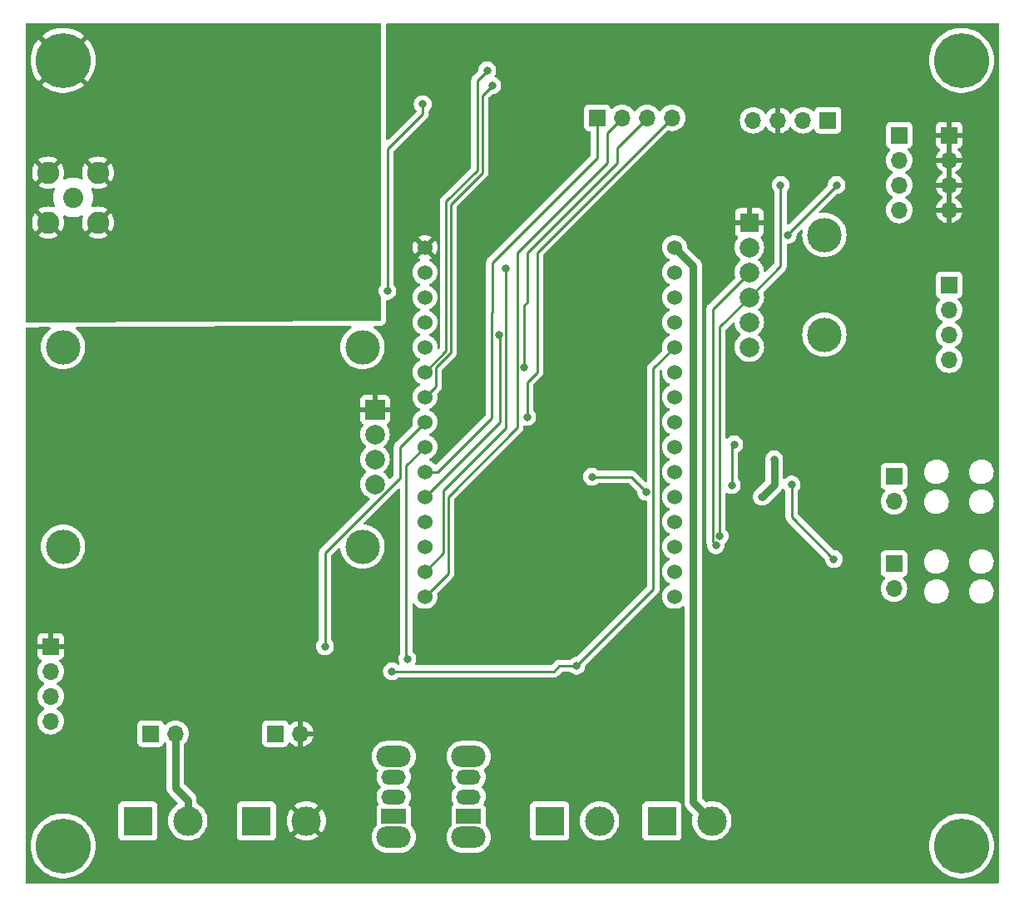
<source format=gbl>
G04 #@! TF.GenerationSoftware,KiCad,Pcbnew,7.0.5*
G04 #@! TF.CreationDate,2023-07-24T04:44:54-06:00*
G04 #@! TF.ProjectId,Project-Supernova-PCB,50726f6a-6563-4742-9d53-757065726e6f,rev?*
G04 #@! TF.SameCoordinates,Original*
G04 #@! TF.FileFunction,Copper,L2,Bot*
G04 #@! TF.FilePolarity,Positive*
%FSLAX46Y46*%
G04 Gerber Fmt 4.6, Leading zero omitted, Abs format (unit mm)*
G04 Created by KiCad (PCBNEW 7.0.5) date 2023-07-24 04:44:54*
%MOMM*%
%LPD*%
G01*
G04 APERTURE LIST*
G04 #@! TA.AperFunction,WasherPad*
%ADD10C,3.500000*%
G04 #@! TD*
G04 #@! TA.AperFunction,ComponentPad*
%ADD11R,1.900000X1.900000*%
G04 #@! TD*
G04 #@! TA.AperFunction,ComponentPad*
%ADD12C,2.000000*%
G04 #@! TD*
G04 #@! TA.AperFunction,ComponentPad*
%ADD13R,1.700000X1.700000*%
G04 #@! TD*
G04 #@! TA.AperFunction,ComponentPad*
%ADD14O,1.700000X1.700000*%
G04 #@! TD*
G04 #@! TA.AperFunction,ComponentPad*
%ADD15O,3.500000X2.200000*%
G04 #@! TD*
G04 #@! TA.AperFunction,ComponentPad*
%ADD16R,2.500000X1.500000*%
G04 #@! TD*
G04 #@! TA.AperFunction,ComponentPad*
%ADD17O,2.500000X1.500000*%
G04 #@! TD*
G04 #@! TA.AperFunction,ComponentPad*
%ADD18R,3.000000X3.000000*%
G04 #@! TD*
G04 #@! TA.AperFunction,ComponentPad*
%ADD19C,3.000000*%
G04 #@! TD*
G04 #@! TA.AperFunction,ComponentPad*
%ADD20C,5.600000*%
G04 #@! TD*
G04 #@! TA.AperFunction,ComponentPad*
%ADD21C,1.524000*%
G04 #@! TD*
G04 #@! TA.AperFunction,ComponentPad*
%ADD22C,2.050000*%
G04 #@! TD*
G04 #@! TA.AperFunction,ComponentPad*
%ADD23C,2.250000*%
G04 #@! TD*
G04 #@! TA.AperFunction,ComponentPad*
%ADD24R,2.000000X2.000000*%
G04 #@! TD*
G04 #@! TA.AperFunction,ViaPad*
%ADD25C,0.800000*%
G04 #@! TD*
G04 #@! TA.AperFunction,Conductor*
%ADD26C,0.800000*%
G04 #@! TD*
G04 #@! TA.AperFunction,Conductor*
%ADD27C,0.250000*%
G04 #@! TD*
G04 APERTURE END LIST*
D10*
X166380000Y-67310000D03*
X166380000Y-77470000D03*
D11*
X158750000Y-66040000D03*
D12*
X158750000Y-68580000D03*
X158750000Y-71120000D03*
X158750000Y-73660000D03*
X158750000Y-76200000D03*
X158750000Y-78740000D03*
D13*
X173472500Y-91900000D03*
D14*
X173472500Y-94440000D03*
D15*
X122555000Y-128655000D03*
X122555000Y-120455000D03*
D16*
X122555000Y-126555000D03*
D17*
X122555000Y-124555000D03*
X122555000Y-122555000D03*
D13*
X143256000Y-55372000D03*
D14*
X145796000Y-55372000D03*
X148336000Y-55372000D03*
X150876000Y-55372000D03*
D13*
X173472500Y-100790000D03*
D14*
X173472500Y-103330000D03*
D18*
X149860000Y-127000000D03*
D19*
X154940000Y-127000000D03*
D20*
X88900000Y-129540000D03*
X180340000Y-129540000D03*
D13*
X166751000Y-55626000D03*
D14*
X164211000Y-55626000D03*
X161671000Y-55626000D03*
X159131000Y-55626000D03*
D15*
X130175000Y-128655000D03*
X130175000Y-120455000D03*
D16*
X130175000Y-126555000D03*
D17*
X130175000Y-124555000D03*
X130175000Y-122555000D03*
D21*
X125730000Y-68580000D03*
X125730000Y-71120000D03*
X125730000Y-73660000D03*
X125730000Y-76200000D03*
X125730000Y-78740000D03*
X125730000Y-81280000D03*
X125730000Y-83820000D03*
X125730000Y-86360000D03*
X125730000Y-88900000D03*
X125730000Y-91440000D03*
X125730000Y-93980000D03*
X125730000Y-96520000D03*
X125730000Y-99060000D03*
X125730000Y-101600000D03*
X125730000Y-104140000D03*
X151130000Y-104140000D03*
X151130000Y-101600000D03*
X151130000Y-99060000D03*
X151130000Y-96520000D03*
X151130000Y-93980000D03*
X151130000Y-91440000D03*
X151130000Y-88900000D03*
X151130000Y-86360000D03*
X151130000Y-83820000D03*
X151130000Y-81280000D03*
X151130000Y-78740000D03*
X151130000Y-76200000D03*
X151130000Y-73660000D03*
X151130000Y-71120000D03*
X151130000Y-68580000D03*
D22*
X89916000Y-63500000D03*
D23*
X87376000Y-60960000D03*
X87376000Y-66040000D03*
X92456000Y-60960000D03*
X92456000Y-66040000D03*
D10*
X119380000Y-78740000D03*
X88900000Y-78740000D03*
X119380000Y-99060000D03*
X88900000Y-99060000D03*
D24*
X120650000Y-85090000D03*
D12*
X120650000Y-87630000D03*
X120650000Y-90170000D03*
X120650000Y-92710000D03*
D20*
X180340000Y-49530000D03*
D13*
X87630000Y-109220000D03*
D14*
X87630000Y-111760000D03*
X87630000Y-114300000D03*
X87630000Y-116840000D03*
D18*
X108585000Y-127000000D03*
D19*
X113665000Y-127000000D03*
D13*
X97790000Y-118110000D03*
D14*
X100330000Y-118110000D03*
D18*
X96520000Y-127000000D03*
D19*
X101600000Y-127000000D03*
D13*
X179070000Y-57150000D03*
D14*
X179070000Y-59690000D03*
X179070000Y-62230000D03*
X179070000Y-64770000D03*
D13*
X179070000Y-72400000D03*
D14*
X179070000Y-74940000D03*
X179070000Y-77480000D03*
X179070000Y-80020000D03*
D13*
X110490000Y-118110000D03*
D14*
X113030000Y-118110000D03*
D18*
X138430000Y-127000000D03*
D19*
X143510000Y-127000000D03*
D20*
X88900000Y-49530000D03*
D13*
X173990000Y-57150000D03*
D14*
X173990000Y-59690000D03*
X173990000Y-62230000D03*
X173990000Y-64770000D03*
D25*
X160020000Y-93980000D03*
X161290000Y-90170000D03*
X120800000Y-115200000D03*
X164465000Y-62230000D03*
X133096000Y-117602000D03*
X178435000Y-108966000D03*
X180975000Y-108966000D03*
X163400000Y-99200000D03*
X158750000Y-62230000D03*
X179680000Y-108931000D03*
X102235000Y-55880000D03*
X90170000Y-56642000D03*
X87630000Y-70485000D03*
X100965000Y-54610000D03*
X88900000Y-70485000D03*
X95250000Y-69850000D03*
X92710000Y-55880000D03*
X86360000Y-70485000D03*
X94615000Y-53975000D03*
X95885000Y-53975000D03*
X90170000Y-70485000D03*
X91440000Y-56642000D03*
X103505000Y-57150000D03*
X98425000Y-53975000D03*
X87630000Y-56642000D03*
X93345000Y-54610000D03*
X103505000Y-58420000D03*
X97790000Y-68580000D03*
X99695000Y-53975000D03*
X99060000Y-67945000D03*
X92710000Y-70485000D03*
X86360000Y-56642000D03*
X88900000Y-56642000D03*
X96520000Y-69215000D03*
X93980000Y-70485000D03*
X97155000Y-53975000D03*
X91440000Y-70485000D03*
X167347500Y-100330000D03*
X163068000Y-92747500D03*
X132583701Y-52074299D03*
X132080000Y-50546000D03*
X122375500Y-111760000D03*
X141149000Y-111200000D03*
X156972000Y-92799500D03*
X157226000Y-88646000D03*
X123952000Y-110490000D03*
X133260500Y-77470000D03*
X161925000Y-62230000D03*
X155724500Y-98000000D03*
X162649500Y-67310000D03*
X133985000Y-70739000D03*
X167640000Y-62230000D03*
X155348807Y-98926208D03*
X115570000Y-109220000D03*
X125500000Y-54000000D03*
X121920000Y-73025000D03*
X135852500Y-80772000D03*
X142748000Y-91948000D03*
X148246500Y-93472000D03*
X136144000Y-85852000D03*
D26*
X161290000Y-90170000D02*
X161290000Y-92710000D01*
X161290000Y-92710000D02*
X160020000Y-93980000D01*
D27*
X163068000Y-96050500D02*
X167347500Y-100330000D01*
X163068000Y-92747500D02*
X163068000Y-96050500D01*
X131572000Y-53086000D02*
X131572000Y-60960000D01*
X128339000Y-64193000D02*
X128339000Y-79307396D01*
X126817000Y-80829396D02*
X126817000Y-82733000D01*
X128339000Y-79307396D02*
X126817000Y-80829396D01*
X132583701Y-52074299D02*
X131572000Y-53086000D01*
X131572000Y-60960000D02*
X128339000Y-64193000D01*
X126817000Y-82733000D02*
X125730000Y-83820000D01*
X131064000Y-60706000D02*
X127889000Y-63881000D01*
X131064000Y-51562000D02*
X131064000Y-60706000D01*
X132080000Y-50546000D02*
X131064000Y-51562000D01*
X127889000Y-63881000D02*
X127889000Y-79121000D01*
X127889000Y-79121000D02*
X125730000Y-81280000D01*
D26*
X153035000Y-125095000D02*
X153035000Y-70485000D01*
X153035000Y-70485000D02*
X151130000Y-68580000D01*
X154940000Y-127000000D02*
X153035000Y-125095000D01*
D27*
X122375500Y-111760000D02*
X138840000Y-111760000D01*
X139400000Y-111200000D02*
X141149000Y-111200000D01*
X141149000Y-111200000D02*
X148971000Y-103378000D01*
X148971000Y-103378000D02*
X148971000Y-80899000D01*
X148971000Y-80899000D02*
X151130000Y-78740000D01*
X138840000Y-111760000D02*
X139400000Y-111200000D01*
X156972000Y-92799500D02*
X156972000Y-88900000D01*
X156972000Y-88900000D02*
X157226000Y-88646000D01*
X123825000Y-90805000D02*
X125730000Y-88900000D01*
X123825000Y-110363000D02*
X123825000Y-90805000D01*
X123952000Y-110490000D02*
X123825000Y-110363000D01*
D26*
X101600000Y-127000000D02*
X101600000Y-124878680D01*
X100330000Y-123608680D02*
X100330000Y-118110000D01*
X101600000Y-124878680D02*
X100330000Y-123608680D01*
D27*
X133260500Y-77470000D02*
X133350000Y-77559500D01*
X161925000Y-62230000D02*
X161925000Y-70485000D01*
X161925000Y-70485000D02*
X158750000Y-73660000D01*
X155724500Y-76685500D02*
X158750000Y-73660000D01*
X155724500Y-98000000D02*
X155724500Y-76685500D01*
X133350000Y-86360000D02*
X125730000Y-93980000D01*
X133350000Y-77559500D02*
X133350000Y-86360000D01*
X155348807Y-98926208D02*
X155000000Y-98577401D01*
X127635000Y-93345000D02*
X127635000Y-99695000D01*
X155000000Y-98577401D02*
X155000000Y-74870000D01*
X127635000Y-99695000D02*
X125730000Y-101600000D01*
X133985000Y-70739000D02*
X133985000Y-86995000D01*
X162649500Y-67220500D02*
X167640000Y-62230000D01*
X162649500Y-67310000D02*
X162649500Y-67220500D01*
X155000000Y-74870000D02*
X158750000Y-71120000D01*
X133985000Y-86995000D02*
X127635000Y-93345000D01*
X123190000Y-92075000D02*
X123190000Y-88900000D01*
X115570000Y-109220000D02*
X115570000Y-99695000D01*
X115570000Y-99695000D02*
X123190000Y-92075000D01*
X123190000Y-88900000D02*
X125730000Y-86360000D01*
X121920000Y-58580000D02*
X125500000Y-55000000D01*
X121920000Y-73025000D02*
X121920000Y-58580000D01*
X125500000Y-55000000D02*
X125500000Y-54000000D01*
X143256000Y-55372000D02*
X143256000Y-59436000D01*
X143256000Y-59436000D02*
X132588000Y-70104000D01*
X132535500Y-75236500D02*
X132535500Y-85950000D01*
X132588000Y-70104000D02*
X132588000Y-75184000D01*
X132535500Y-85950000D02*
X127045500Y-91440000D01*
X127045500Y-91440000D02*
X125730000Y-91440000D01*
X132588000Y-75184000D02*
X132535500Y-75236500D01*
X135128000Y-86937000D02*
X128085000Y-93980000D01*
X144272000Y-59944000D02*
X135128000Y-69088000D01*
X128085000Y-101785000D02*
X125730000Y-104140000D01*
X128085000Y-93980000D02*
X128085000Y-101785000D01*
X145796000Y-55372000D02*
X144272000Y-56896000D01*
X135128000Y-69088000D02*
X135128000Y-86937000D01*
X144272000Y-56896000D02*
X144272000Y-59944000D01*
X136144000Y-69088000D02*
X145288000Y-59944000D01*
X136144000Y-74168000D02*
X136144000Y-69088000D01*
X145288000Y-59944000D02*
X145288000Y-58420000D01*
X145288000Y-58420000D02*
X148336000Y-55372000D01*
X135852500Y-74459500D02*
X136144000Y-74168000D01*
X135852500Y-80772000D02*
X135852500Y-74459500D01*
X136144000Y-82296000D02*
X136144000Y-85852000D01*
X137160000Y-81280000D02*
X136144000Y-82296000D01*
X137160000Y-69088000D02*
X137160000Y-81280000D01*
X150876000Y-55372000D02*
X137160000Y-69088000D01*
X146722500Y-91948000D02*
X148246500Y-93472000D01*
X142748000Y-91948000D02*
X146722500Y-91948000D01*
G04 #@! TA.AperFunction,Conductor*
G36*
X121228039Y-45740185D02*
G01*
X121273794Y-45792989D01*
X121285000Y-45844500D01*
X121285000Y-72336861D01*
X121265315Y-72403900D01*
X121253151Y-72419832D01*
X121187468Y-72492782D01*
X121187464Y-72492787D01*
X121092821Y-72656715D01*
X121092818Y-72656722D01*
X121034327Y-72836740D01*
X121034326Y-72836744D01*
X121014540Y-73025000D01*
X121034326Y-73213256D01*
X121034327Y-73213259D01*
X121092818Y-73393277D01*
X121092821Y-73393284D01*
X121187467Y-73557216D01*
X121253150Y-73630164D01*
X121283380Y-73693155D01*
X121285000Y-73713136D01*
X121285000Y-75949427D01*
X121265315Y-76016466D01*
X121212511Y-76062221D01*
X121161428Y-76073426D01*
X85214928Y-76197378D01*
X85147821Y-76177925D01*
X85101884Y-76125279D01*
X85090500Y-76073379D01*
X85090500Y-66040000D01*
X85745975Y-66040000D01*
X85766042Y-66294989D01*
X85825752Y-66543702D01*
X85923634Y-66780012D01*
X85923636Y-66780015D01*
X86057275Y-66998095D01*
X86057286Y-66998110D01*
X86060533Y-67001911D01*
X86060535Y-67001911D01*
X86624766Y-66437679D01*
X86668316Y-66519822D01*
X86788009Y-66660735D01*
X86935195Y-66772623D01*
X86977402Y-66792150D01*
X86414087Y-67355464D01*
X86414087Y-67355465D01*
X86417888Y-67358712D01*
X86417898Y-67358719D01*
X86635984Y-67492363D01*
X86635987Y-67492365D01*
X86872297Y-67590247D01*
X87121011Y-67649957D01*
X87121010Y-67649957D01*
X87375999Y-67670024D01*
X87630989Y-67649957D01*
X87879702Y-67590247D01*
X88116012Y-67492365D01*
X88116015Y-67492363D01*
X88334103Y-67358719D01*
X88337912Y-67355464D01*
X87774609Y-66792161D01*
X87893431Y-66720669D01*
X88027658Y-66593523D01*
X88130861Y-66441308D01*
X88691464Y-67001912D01*
X88694719Y-66998103D01*
X88828363Y-66780015D01*
X88828365Y-66780012D01*
X88926247Y-66543702D01*
X88985957Y-66294989D01*
X89006024Y-66040000D01*
X88985957Y-65785010D01*
X88926247Y-65536299D01*
X88913378Y-65505230D01*
X88905909Y-65435761D01*
X88937184Y-65373281D01*
X88997273Y-65337629D01*
X89067098Y-65340123D01*
X89077334Y-65344040D01*
X89236116Y-65413009D01*
X89502937Y-65487769D01*
X89744279Y-65520940D01*
X89777451Y-65525500D01*
X89777452Y-65525500D01*
X90054549Y-65525500D01*
X90084144Y-65521432D01*
X90329063Y-65487769D01*
X90595884Y-65413009D01*
X90754660Y-65344042D01*
X90823989Y-65335389D01*
X90886994Y-65365592D01*
X90923667Y-65425064D01*
X90922366Y-65494921D01*
X90918622Y-65505227D01*
X90905752Y-65536297D01*
X90846042Y-65785010D01*
X90825975Y-66040000D01*
X90846042Y-66294989D01*
X90905752Y-66543702D01*
X91003634Y-66780012D01*
X91003636Y-66780015D01*
X91137275Y-66998095D01*
X91137286Y-66998110D01*
X91140533Y-67001911D01*
X91140535Y-67001911D01*
X91704766Y-66437679D01*
X91748316Y-66519822D01*
X91868009Y-66660735D01*
X92015195Y-66772623D01*
X92057402Y-66792150D01*
X91494087Y-67355464D01*
X91494087Y-67355465D01*
X91497888Y-67358712D01*
X91497898Y-67358719D01*
X91715984Y-67492363D01*
X91715987Y-67492365D01*
X91952297Y-67590247D01*
X92201011Y-67649957D01*
X92201010Y-67649957D01*
X92455999Y-67670024D01*
X92710989Y-67649957D01*
X92959702Y-67590247D01*
X93196012Y-67492365D01*
X93196015Y-67492363D01*
X93414103Y-67358719D01*
X93417912Y-67355464D01*
X92854609Y-66792161D01*
X92973431Y-66720669D01*
X93107658Y-66593523D01*
X93210861Y-66441309D01*
X93771464Y-67001912D01*
X93774719Y-66998103D01*
X93908363Y-66780015D01*
X93908365Y-66780012D01*
X94006247Y-66543702D01*
X94065957Y-66294989D01*
X94086024Y-66040000D01*
X94065957Y-65785010D01*
X94006247Y-65536297D01*
X93908365Y-65299987D01*
X93908363Y-65299984D01*
X93774719Y-65081898D01*
X93774712Y-65081888D01*
X93771465Y-65078087D01*
X93771464Y-65078087D01*
X93207232Y-65642319D01*
X93163684Y-65560178D01*
X93043991Y-65419265D01*
X92896805Y-65307377D01*
X92854596Y-65287849D01*
X93417911Y-64724535D01*
X93417911Y-64724533D01*
X93414110Y-64721286D01*
X93414095Y-64721275D01*
X93196015Y-64587636D01*
X93196012Y-64587634D01*
X92959702Y-64489752D01*
X92710988Y-64430042D01*
X92710989Y-64430042D01*
X92456000Y-64409975D01*
X92201010Y-64430042D01*
X91952297Y-64489752D01*
X91925032Y-64501046D01*
X91855563Y-64508513D01*
X91793084Y-64477237D01*
X91757433Y-64417147D01*
X91759928Y-64347322D01*
X91767486Y-64329433D01*
X91778153Y-64308847D01*
X91778153Y-64308846D01*
X91870946Y-64047750D01*
X91927323Y-63776450D01*
X91946233Y-63500000D01*
X91927323Y-63223550D01*
X91870946Y-62952250D01*
X91778153Y-62691153D01*
X91778153Y-62691152D01*
X91778152Y-62691150D01*
X91767485Y-62670564D01*
X91754119Y-62601985D01*
X91779952Y-62537066D01*
X91836782Y-62496420D01*
X91906565Y-62492950D01*
X91925035Y-62498954D01*
X91952300Y-62510247D01*
X92201011Y-62569957D01*
X92201010Y-62569957D01*
X92456000Y-62590024D01*
X92710989Y-62569957D01*
X92959702Y-62510247D01*
X93196012Y-62412365D01*
X93196015Y-62412363D01*
X93414103Y-62278719D01*
X93417912Y-62275464D01*
X92854609Y-61712161D01*
X92973431Y-61640669D01*
X93107658Y-61513523D01*
X93210861Y-61361309D01*
X93771464Y-61921912D01*
X93774719Y-61918103D01*
X93908363Y-61700015D01*
X93908365Y-61700012D01*
X94006247Y-61463702D01*
X94065957Y-61214989D01*
X94086024Y-60960000D01*
X94065957Y-60705010D01*
X94006247Y-60456297D01*
X93908365Y-60219987D01*
X93908363Y-60219984D01*
X93774719Y-60001898D01*
X93774712Y-60001888D01*
X93771465Y-59998087D01*
X93771464Y-59998087D01*
X93207232Y-60562319D01*
X93163684Y-60480178D01*
X93043991Y-60339265D01*
X92896805Y-60227377D01*
X92854597Y-60207849D01*
X93417911Y-59644535D01*
X93417911Y-59644533D01*
X93414110Y-59641286D01*
X93414095Y-59641275D01*
X93196015Y-59507636D01*
X93196012Y-59507634D01*
X92959702Y-59409752D01*
X92710988Y-59350042D01*
X92710989Y-59350042D01*
X92455999Y-59329975D01*
X92201010Y-59350042D01*
X91952297Y-59409752D01*
X91715987Y-59507634D01*
X91715984Y-59507636D01*
X91497897Y-59641280D01*
X91494087Y-59644534D01*
X92057390Y-60207837D01*
X91938569Y-60279331D01*
X91804342Y-60406477D01*
X91701138Y-60558691D01*
X91140534Y-59998087D01*
X91137280Y-60001897D01*
X91003636Y-60219984D01*
X91003634Y-60219987D01*
X90905752Y-60456297D01*
X90846042Y-60705010D01*
X90825975Y-60960000D01*
X90846042Y-61214989D01*
X90905752Y-61463699D01*
X90918622Y-61494771D01*
X90926090Y-61564240D01*
X90894814Y-61626719D01*
X90834725Y-61662371D01*
X90764899Y-61659876D01*
X90754658Y-61655956D01*
X90595885Y-61586991D01*
X90329068Y-61512232D01*
X90329064Y-61512231D01*
X90329063Y-61512231D01*
X90191805Y-61493365D01*
X90054549Y-61474500D01*
X90054548Y-61474500D01*
X89777452Y-61474500D01*
X89777451Y-61474500D01*
X89502937Y-61512231D01*
X89502931Y-61512232D01*
X89236111Y-61586992D01*
X89077340Y-61655956D01*
X89008009Y-61664610D01*
X88945005Y-61634406D01*
X88908332Y-61574934D01*
X88909633Y-61505077D01*
X88913379Y-61494768D01*
X88926246Y-61463703D01*
X88985957Y-61214989D01*
X89006024Y-60960000D01*
X88985957Y-60705010D01*
X88926247Y-60456297D01*
X88828365Y-60219987D01*
X88828363Y-60219984D01*
X88694719Y-60001898D01*
X88694712Y-60001888D01*
X88691465Y-59998087D01*
X88691464Y-59998087D01*
X88127232Y-60562319D01*
X88083684Y-60480178D01*
X87963991Y-60339265D01*
X87816805Y-60227377D01*
X87774597Y-60207849D01*
X88337911Y-59644535D01*
X88337911Y-59644533D01*
X88334110Y-59641286D01*
X88334095Y-59641275D01*
X88116015Y-59507636D01*
X88116012Y-59507634D01*
X87879702Y-59409752D01*
X87630988Y-59350042D01*
X87630989Y-59350042D01*
X87375999Y-59329975D01*
X87121010Y-59350042D01*
X86872297Y-59409752D01*
X86635987Y-59507634D01*
X86635984Y-59507636D01*
X86417897Y-59641280D01*
X86414087Y-59644534D01*
X86977390Y-60207837D01*
X86858569Y-60279331D01*
X86724342Y-60406477D01*
X86621138Y-60558691D01*
X86060534Y-59998087D01*
X86057280Y-60001897D01*
X85923636Y-60219984D01*
X85923634Y-60219987D01*
X85825752Y-60456297D01*
X85766042Y-60705010D01*
X85745975Y-60960000D01*
X85766042Y-61214989D01*
X85825752Y-61463702D01*
X85923634Y-61700012D01*
X85923636Y-61700015D01*
X86057275Y-61918095D01*
X86057286Y-61918110D01*
X86060533Y-61921911D01*
X86060535Y-61921911D01*
X86624766Y-61357679D01*
X86668316Y-61439822D01*
X86788009Y-61580735D01*
X86935195Y-61692623D01*
X86977402Y-61712150D01*
X86414087Y-62275464D01*
X86414087Y-62275465D01*
X86417888Y-62278712D01*
X86417898Y-62278719D01*
X86635984Y-62412363D01*
X86635987Y-62412365D01*
X86872297Y-62510247D01*
X87121011Y-62569957D01*
X87121010Y-62569957D01*
X87376000Y-62590024D01*
X87630989Y-62569957D01*
X87879700Y-62510247D01*
X87906962Y-62498955D01*
X87976432Y-62491485D01*
X88038911Y-62522759D01*
X88074565Y-62582847D01*
X88072072Y-62652672D01*
X88064516Y-62670561D01*
X88053846Y-62691153D01*
X87961055Y-62952245D01*
X87961050Y-62952264D01*
X87904677Y-63223547D01*
X87904676Y-63223549D01*
X87885767Y-63500000D01*
X87904676Y-63776450D01*
X87904677Y-63776452D01*
X87961050Y-64047735D01*
X87961055Y-64047754D01*
X88053846Y-64308846D01*
X88064515Y-64329436D01*
X88077880Y-64398016D01*
X88052046Y-64462934D01*
X87995215Y-64503580D01*
X87925432Y-64507049D01*
X87906966Y-64501046D01*
X87879699Y-64489752D01*
X87630988Y-64430042D01*
X87630989Y-64430042D01*
X87376000Y-64409975D01*
X87121010Y-64430042D01*
X86872297Y-64489752D01*
X86635987Y-64587634D01*
X86635984Y-64587636D01*
X86417897Y-64721280D01*
X86414087Y-64724534D01*
X86977390Y-65287837D01*
X86858569Y-65359331D01*
X86724342Y-65486477D01*
X86621138Y-65638691D01*
X86060534Y-65078087D01*
X86057280Y-65081897D01*
X85923636Y-65299984D01*
X85923634Y-65299987D01*
X85825752Y-65536297D01*
X85766042Y-65785010D01*
X85745975Y-66040000D01*
X85090500Y-66040000D01*
X85090500Y-49530002D01*
X85595153Y-49530002D01*
X85614526Y-49887314D01*
X85614527Y-49887331D01*
X85672415Y-50240431D01*
X85672421Y-50240457D01*
X85768147Y-50585232D01*
X85768149Y-50585239D01*
X85900597Y-50917659D01*
X85900606Y-50917677D01*
X86068218Y-51233827D01*
X86269033Y-51530007D01*
X86396441Y-51680003D01*
X86396442Y-51680004D01*
X87602266Y-50474179D01*
X87765130Y-50664870D01*
X87955818Y-50827732D01*
X86747255Y-52036295D01*
X86747256Y-52036296D01*
X86760485Y-52048828D01*
X86760486Y-52048829D01*
X87045367Y-52265388D01*
X87045370Y-52265390D01*
X87351990Y-52449876D01*
X87676739Y-52600122D01*
X87676744Y-52600123D01*
X88015855Y-52714383D01*
X88365339Y-52791311D01*
X88721075Y-52829999D01*
X88721085Y-52830000D01*
X89078915Y-52830000D01*
X89078924Y-52829999D01*
X89434660Y-52791311D01*
X89784144Y-52714383D01*
X90123255Y-52600123D01*
X90123260Y-52600122D01*
X90448009Y-52449876D01*
X90754629Y-52265390D01*
X90754632Y-52265388D01*
X91039504Y-52048836D01*
X91052742Y-52036294D01*
X89844180Y-50827733D01*
X90034870Y-50664870D01*
X90197733Y-50474180D01*
X91403556Y-51680003D01*
X91530964Y-51530008D01*
X91530975Y-51529994D01*
X91731781Y-51233827D01*
X91899393Y-50917677D01*
X91899402Y-50917659D01*
X92031850Y-50585239D01*
X92031852Y-50585232D01*
X92127578Y-50240457D01*
X92127584Y-50240431D01*
X92185472Y-49887331D01*
X92185473Y-49887314D01*
X92204847Y-49530002D01*
X92204847Y-49529997D01*
X92185473Y-49172685D01*
X92185472Y-49172668D01*
X92127584Y-48819568D01*
X92127578Y-48819542D01*
X92031852Y-48474767D01*
X92031850Y-48474760D01*
X91899402Y-48142340D01*
X91899393Y-48142322D01*
X91731781Y-47826172D01*
X91530966Y-47529992D01*
X91403557Y-47379995D01*
X91403556Y-47379994D01*
X90197732Y-48585818D01*
X90034870Y-48395130D01*
X89844180Y-48232266D01*
X91052743Y-47023703D01*
X91052742Y-47023702D01*
X91039514Y-47011171D01*
X91039513Y-47011170D01*
X90754632Y-46794611D01*
X90754629Y-46794609D01*
X90448009Y-46610123D01*
X90123260Y-46459877D01*
X90123255Y-46459876D01*
X89784144Y-46345616D01*
X89434660Y-46268688D01*
X89078924Y-46230000D01*
X88721075Y-46230000D01*
X88365339Y-46268688D01*
X88015855Y-46345616D01*
X87676744Y-46459876D01*
X87676739Y-46459877D01*
X87351990Y-46610123D01*
X87045370Y-46794609D01*
X87045367Y-46794611D01*
X86760491Y-47011166D01*
X86747256Y-47023703D01*
X86747255Y-47023703D01*
X87955819Y-48232266D01*
X87765130Y-48395130D01*
X87602267Y-48585818D01*
X86396442Y-47379994D01*
X86396441Y-47379995D01*
X86269040Y-47529983D01*
X86269033Y-47529993D01*
X86068218Y-47826172D01*
X85900606Y-48142322D01*
X85900597Y-48142340D01*
X85768149Y-48474760D01*
X85768147Y-48474767D01*
X85672421Y-48819542D01*
X85672415Y-48819568D01*
X85614527Y-49172668D01*
X85614526Y-49172685D01*
X85595153Y-49529997D01*
X85595153Y-49530002D01*
X85090500Y-49530002D01*
X85090500Y-45844500D01*
X85110185Y-45777461D01*
X85162989Y-45731706D01*
X85214500Y-45720500D01*
X121161000Y-45720500D01*
X121228039Y-45740185D01*
G37*
G04 #@! TD.AperFunction*
G04 #@! TA.AperFunction,Conductor*
G36*
X179319999Y-64334498D02*
G01*
X179212315Y-64285320D01*
X179105763Y-64270000D01*
X179034237Y-64270000D01*
X178927685Y-64285320D01*
X178820000Y-64334498D01*
X178820000Y-62665501D01*
X178927685Y-62714680D01*
X179034237Y-62730000D01*
X179105763Y-62730000D01*
X179212315Y-62714680D01*
X179319999Y-62665501D01*
X179319999Y-64334498D01*
G37*
G04 #@! TD.AperFunction*
G04 #@! TA.AperFunction,Conductor*
G36*
X179319999Y-61794498D02*
G01*
X179212315Y-61745320D01*
X179105763Y-61730000D01*
X179034237Y-61730000D01*
X178927685Y-61745320D01*
X178820000Y-61794498D01*
X178820000Y-60125501D01*
X178927685Y-60174680D01*
X179034237Y-60190000D01*
X179105763Y-60190000D01*
X179212315Y-60174680D01*
X179319999Y-60125501D01*
X179319999Y-61794498D01*
G37*
G04 #@! TD.AperFunction*
G04 #@! TA.AperFunction,Conductor*
G36*
X179319999Y-59254498D02*
G01*
X179212315Y-59205320D01*
X179105763Y-59190000D01*
X179034237Y-59190000D01*
X178927685Y-59205320D01*
X178820000Y-59254498D01*
X178820000Y-57585501D01*
X178927685Y-57634680D01*
X179034237Y-57650000D01*
X179105763Y-57650000D01*
X179212315Y-57634680D01*
X179319999Y-57585501D01*
X179319999Y-59254498D01*
G37*
G04 #@! TD.AperFunction*
G04 #@! TA.AperFunction,Conductor*
G36*
X184092539Y-45740185D02*
G01*
X184138294Y-45792989D01*
X184149500Y-45844500D01*
X184149500Y-133225500D01*
X184129815Y-133292539D01*
X184077011Y-133338294D01*
X184025500Y-133349500D01*
X85214500Y-133349500D01*
X85147461Y-133329815D01*
X85101706Y-133277011D01*
X85090500Y-133225500D01*
X85090500Y-129540002D01*
X85594652Y-129540002D01*
X85614028Y-129897368D01*
X85614029Y-129897385D01*
X85671926Y-130250539D01*
X85671932Y-130250565D01*
X85767672Y-130595392D01*
X85767674Y-130595399D01*
X85900142Y-130927870D01*
X85900151Y-130927888D01*
X86067784Y-131244077D01*
X86067790Y-131244086D01*
X86268634Y-131540309D01*
X86268641Y-131540319D01*
X86500331Y-131813085D01*
X86500332Y-131813086D01*
X86760163Y-132059211D01*
X87045081Y-132275800D01*
X87351747Y-132460315D01*
X87351749Y-132460316D01*
X87351751Y-132460317D01*
X87351755Y-132460319D01*
X87676552Y-132610585D01*
X87676565Y-132610591D01*
X88015726Y-132724868D01*
X88365254Y-132801805D01*
X88721052Y-132840500D01*
X88721058Y-132840500D01*
X89078942Y-132840500D01*
X89078948Y-132840500D01*
X89434746Y-132801805D01*
X89784274Y-132724868D01*
X90123435Y-132610591D01*
X90448253Y-132460315D01*
X90754919Y-132275800D01*
X91039837Y-132059211D01*
X91299668Y-131813086D01*
X91531365Y-131540311D01*
X91732211Y-131244085D01*
X91899853Y-130927880D01*
X92032324Y-130595403D01*
X92128071Y-130250552D01*
X92145891Y-130141848D01*
X92185970Y-129897385D01*
X92185970Y-129897382D01*
X92185972Y-129897371D01*
X92205348Y-129540000D01*
X92185972Y-129182629D01*
X92156113Y-129000499D01*
X92128073Y-128829460D01*
X92128072Y-128829459D01*
X92128071Y-128829448D01*
X92049893Y-128547876D01*
X92049891Y-128547870D01*
X94519500Y-128547870D01*
X94519501Y-128547876D01*
X94525908Y-128607483D01*
X94576202Y-128742328D01*
X94576206Y-128742335D01*
X94662452Y-128857544D01*
X94662455Y-128857547D01*
X94777664Y-128943793D01*
X94777671Y-128943797D01*
X94912517Y-128994091D01*
X94912516Y-128994091D01*
X94919444Y-128994835D01*
X94972127Y-129000500D01*
X98067872Y-129000499D01*
X98127483Y-128994091D01*
X98262331Y-128943796D01*
X98377546Y-128857546D01*
X98463796Y-128742331D01*
X98514091Y-128607483D01*
X98520500Y-128547873D01*
X98520499Y-125452128D01*
X98514091Y-125392517D01*
X98502789Y-125362216D01*
X98463797Y-125257671D01*
X98463793Y-125257664D01*
X98377547Y-125142455D01*
X98377544Y-125142452D01*
X98262335Y-125056206D01*
X98262328Y-125056202D01*
X98127482Y-125005908D01*
X98127483Y-125005908D01*
X98067883Y-124999501D01*
X98067881Y-124999500D01*
X98067873Y-124999500D01*
X98067864Y-124999500D01*
X94972129Y-124999500D01*
X94972123Y-124999501D01*
X94912516Y-125005908D01*
X94777671Y-125056202D01*
X94777664Y-125056206D01*
X94662455Y-125142452D01*
X94662452Y-125142455D01*
X94576206Y-125257664D01*
X94576202Y-125257671D01*
X94525908Y-125392517D01*
X94520002Y-125447454D01*
X94519501Y-125452123D01*
X94519500Y-125452135D01*
X94519500Y-128547870D01*
X92049891Y-128547870D01*
X92032327Y-128484607D01*
X92032325Y-128484600D01*
X91899857Y-128152129D01*
X91899848Y-128152111D01*
X91732215Y-127835922D01*
X91732213Y-127835919D01*
X91732211Y-127835915D01*
X91531365Y-127539689D01*
X91531361Y-127539684D01*
X91531358Y-127539680D01*
X91299668Y-127266914D01*
X91249565Y-127219454D01*
X91039837Y-127020789D01*
X91039830Y-127020783D01*
X91039827Y-127020781D01*
X90972245Y-126969407D01*
X90754919Y-126804200D01*
X90448253Y-126619685D01*
X90448252Y-126619684D01*
X90448248Y-126619682D01*
X90448244Y-126619680D01*
X90123447Y-126469414D01*
X90123441Y-126469411D01*
X90123435Y-126469409D01*
X89930104Y-126404268D01*
X89784273Y-126355131D01*
X89434744Y-126278194D01*
X89078949Y-126239500D01*
X89078948Y-126239500D01*
X88721052Y-126239500D01*
X88721050Y-126239500D01*
X88365255Y-126278194D01*
X88015726Y-126355131D01*
X87778823Y-126434954D01*
X87676565Y-126469409D01*
X87676562Y-126469410D01*
X87676563Y-126469410D01*
X87676552Y-126469414D01*
X87351755Y-126619680D01*
X87351751Y-126619682D01*
X87123367Y-126757096D01*
X87045081Y-126804200D01*
X86962299Y-126867129D01*
X86760172Y-127020781D01*
X86760163Y-127020789D01*
X86500331Y-127266914D01*
X86268641Y-127539680D01*
X86268634Y-127539690D01*
X86067790Y-127835913D01*
X86067784Y-127835922D01*
X85900151Y-128152111D01*
X85900142Y-128152129D01*
X85767674Y-128484600D01*
X85767672Y-128484607D01*
X85671932Y-128829434D01*
X85671926Y-128829460D01*
X85614029Y-129182614D01*
X85614028Y-129182631D01*
X85594652Y-129539997D01*
X85594652Y-129540002D01*
X85090500Y-129540002D01*
X85090500Y-119007870D01*
X96439500Y-119007870D01*
X96439501Y-119007876D01*
X96445908Y-119067483D01*
X96496202Y-119202328D01*
X96496206Y-119202335D01*
X96582452Y-119317544D01*
X96582455Y-119317547D01*
X96697664Y-119403793D01*
X96697671Y-119403797D01*
X96832517Y-119454091D01*
X96832516Y-119454091D01*
X96839444Y-119454835D01*
X96892127Y-119460500D01*
X98687872Y-119460499D01*
X98747483Y-119454091D01*
X98882331Y-119403796D01*
X98997546Y-119317546D01*
X99083796Y-119202331D01*
X99132810Y-119070916D01*
X99174681Y-119014984D01*
X99240145Y-118990566D01*
X99308418Y-119005417D01*
X99336673Y-119026569D01*
X99393181Y-119083077D01*
X99426666Y-119144400D01*
X99429500Y-119170758D01*
X99429500Y-123528053D01*
X99427972Y-123547452D01*
X99425781Y-123561292D01*
X99427281Y-123589924D01*
X99429415Y-123630636D01*
X99429500Y-123633881D01*
X99429500Y-123655869D01*
X99431797Y-123677739D01*
X99432051Y-123680970D01*
X99435686Y-123750323D01*
X99435688Y-123750333D01*
X99439315Y-123763869D01*
X99442860Y-123782994D01*
X99444325Y-123796929D01*
X99444326Y-123796936D01*
X99444328Y-123796942D01*
X99465784Y-123862978D01*
X99466705Y-123866089D01*
X99484679Y-123933166D01*
X99484684Y-123933178D01*
X99491043Y-123945658D01*
X99498488Y-123963629D01*
X99502820Y-123976962D01*
X99537537Y-124037094D01*
X99539085Y-124039946D01*
X99560992Y-124082939D01*
X99570617Y-124101829D01*
X99570619Y-124101831D01*
X99570620Y-124101833D01*
X99579438Y-124112723D01*
X99590454Y-124128750D01*
X99597465Y-124140893D01*
X99597470Y-124140900D01*
X99643939Y-124192511D01*
X99646043Y-124194975D01*
X99659882Y-124212062D01*
X99675423Y-124227602D01*
X99677657Y-124229957D01*
X99724128Y-124281567D01*
X99735468Y-124289806D01*
X99750265Y-124302444D01*
X100556967Y-125109146D01*
X100590452Y-125170469D01*
X100585468Y-125240161D01*
X100543596Y-125296094D01*
X100528721Y-125305655D01*
X100515681Y-125312776D01*
X100286612Y-125484254D01*
X100286594Y-125484270D01*
X100084270Y-125686594D01*
X100084254Y-125686612D01*
X99912775Y-125915682D01*
X99912770Y-125915690D01*
X99775635Y-126166833D01*
X99675628Y-126434962D01*
X99614804Y-126714566D01*
X99594390Y-126999998D01*
X99594390Y-127000001D01*
X99614804Y-127285433D01*
X99675628Y-127565037D01*
X99675630Y-127565043D01*
X99675631Y-127565046D01*
X99748345Y-127760000D01*
X99775635Y-127833166D01*
X99912770Y-128084309D01*
X99912775Y-128084317D01*
X100084254Y-128313387D01*
X100084270Y-128313405D01*
X100286594Y-128515729D01*
X100286612Y-128515745D01*
X100515682Y-128687224D01*
X100515690Y-128687229D01*
X100766833Y-128824364D01*
X100766832Y-128824364D01*
X100766836Y-128824365D01*
X100766839Y-128824367D01*
X101034954Y-128924369D01*
X101034960Y-128924370D01*
X101034962Y-128924371D01*
X101314566Y-128985195D01*
X101314568Y-128985195D01*
X101314572Y-128985196D01*
X101568220Y-129003337D01*
X101599999Y-129005610D01*
X101600000Y-129005610D01*
X101600001Y-129005610D01*
X101628595Y-129003564D01*
X101885428Y-128985196D01*
X102075742Y-128943796D01*
X102165037Y-128924371D01*
X102165037Y-128924370D01*
X102165046Y-128924369D01*
X102433161Y-128824367D01*
X102684315Y-128687226D01*
X102870473Y-128547870D01*
X106584500Y-128547870D01*
X106584501Y-128547876D01*
X106590908Y-128607483D01*
X106641202Y-128742328D01*
X106641206Y-128742335D01*
X106727452Y-128857544D01*
X106727455Y-128857547D01*
X106842664Y-128943793D01*
X106842671Y-128943797D01*
X106977517Y-128994091D01*
X106977516Y-128994091D01*
X106984444Y-128994835D01*
X107037127Y-129000500D01*
X110132872Y-129000499D01*
X110192483Y-128994091D01*
X110327331Y-128943796D01*
X110442546Y-128857546D01*
X110528796Y-128742331D01*
X110579091Y-128607483D01*
X110585500Y-128547873D01*
X110585500Y-127000001D01*
X111659891Y-127000001D01*
X111680300Y-127285362D01*
X111741109Y-127564895D01*
X111841091Y-127832958D01*
X111978191Y-128084038D01*
X111978196Y-128084046D01*
X112084882Y-128226561D01*
X112084883Y-128226562D01*
X112980195Y-127331250D01*
X113002340Y-127382587D01*
X113108433Y-127525094D01*
X113244530Y-127639294D01*
X113334216Y-127684335D01*
X112438436Y-128580115D01*
X112580960Y-128686807D01*
X112580961Y-128686808D01*
X112832042Y-128823908D01*
X112832041Y-128823908D01*
X113100104Y-128923890D01*
X113379637Y-128984699D01*
X113664999Y-129005109D01*
X113665001Y-129005109D01*
X113950362Y-128984699D01*
X114229895Y-128923890D01*
X114497958Y-128823908D01*
X114749047Y-128686803D01*
X114791530Y-128655000D01*
X120299551Y-128655000D01*
X120319317Y-128906151D01*
X120378126Y-129151110D01*
X120474533Y-129383859D01*
X120606160Y-129598653D01*
X120606161Y-129598656D01*
X120606164Y-129598659D01*
X120769776Y-129790224D01*
X120918066Y-129916875D01*
X120961343Y-129953838D01*
X120961346Y-129953839D01*
X121176140Y-130085466D01*
X121408888Y-130181872D01*
X121408889Y-130181873D01*
X121653852Y-130240683D01*
X121842118Y-130255500D01*
X121842126Y-130255500D01*
X123267874Y-130255500D01*
X123267882Y-130255500D01*
X123456148Y-130240683D01*
X123701111Y-130181873D01*
X123933859Y-130085466D01*
X124148659Y-129953836D01*
X124340224Y-129790224D01*
X124503836Y-129598659D01*
X124635466Y-129383859D01*
X124731873Y-129151111D01*
X124790683Y-128906148D01*
X124810449Y-128655000D01*
X127919551Y-128655000D01*
X127939317Y-128906151D01*
X127998126Y-129151110D01*
X128094533Y-129383859D01*
X128226160Y-129598653D01*
X128226161Y-129598656D01*
X128226164Y-129598659D01*
X128389776Y-129790224D01*
X128538066Y-129916875D01*
X128581343Y-129953838D01*
X128581346Y-129953839D01*
X128796140Y-130085466D01*
X129028889Y-130181872D01*
X129028889Y-130181873D01*
X129273852Y-130240683D01*
X129462118Y-130255500D01*
X129462126Y-130255500D01*
X130887874Y-130255500D01*
X130887882Y-130255500D01*
X131076148Y-130240683D01*
X131321111Y-130181873D01*
X131553859Y-130085466D01*
X131768659Y-129953836D01*
X131960224Y-129790224D01*
X132123836Y-129598659D01*
X132159781Y-129540002D01*
X177034652Y-129540002D01*
X177054028Y-129897368D01*
X177054029Y-129897385D01*
X177111926Y-130250539D01*
X177111932Y-130250565D01*
X177207672Y-130595392D01*
X177207674Y-130595399D01*
X177340142Y-130927870D01*
X177340151Y-130927888D01*
X177507784Y-131244077D01*
X177507790Y-131244086D01*
X177708634Y-131540309D01*
X177708641Y-131540319D01*
X177940331Y-131813085D01*
X177940332Y-131813086D01*
X178200163Y-132059211D01*
X178485081Y-132275800D01*
X178791747Y-132460315D01*
X178791749Y-132460316D01*
X178791751Y-132460317D01*
X178791755Y-132460319D01*
X179116552Y-132610585D01*
X179116565Y-132610591D01*
X179455726Y-132724868D01*
X179805254Y-132801805D01*
X180161052Y-132840500D01*
X180161058Y-132840500D01*
X180518942Y-132840500D01*
X180518948Y-132840500D01*
X180874746Y-132801805D01*
X181224274Y-132724868D01*
X181563435Y-132610591D01*
X181888253Y-132460315D01*
X182194919Y-132275800D01*
X182479837Y-132059211D01*
X182739668Y-131813086D01*
X182971365Y-131540311D01*
X183172211Y-131244085D01*
X183339853Y-130927880D01*
X183472324Y-130595403D01*
X183568071Y-130250552D01*
X183585891Y-130141848D01*
X183625970Y-129897385D01*
X183625970Y-129897382D01*
X183625972Y-129897371D01*
X183645348Y-129540000D01*
X183625972Y-129182629D01*
X183596113Y-129000499D01*
X183568073Y-128829460D01*
X183568072Y-128829459D01*
X183568071Y-128829448D01*
X183489893Y-128547876D01*
X183472327Y-128484607D01*
X183472325Y-128484600D01*
X183339857Y-128152129D01*
X183339848Y-128152111D01*
X183172215Y-127835922D01*
X183172213Y-127835919D01*
X183172211Y-127835915D01*
X182971365Y-127539689D01*
X182971361Y-127539684D01*
X182971358Y-127539680D01*
X182739668Y-127266914D01*
X182689565Y-127219454D01*
X182479837Y-127020789D01*
X182479830Y-127020783D01*
X182479827Y-127020781D01*
X182412245Y-126969407D01*
X182194919Y-126804200D01*
X181888253Y-126619685D01*
X181888252Y-126619684D01*
X181888248Y-126619682D01*
X181888244Y-126619680D01*
X181563447Y-126469414D01*
X181563441Y-126469411D01*
X181563435Y-126469409D01*
X181370104Y-126404268D01*
X181224273Y-126355131D01*
X180874744Y-126278194D01*
X180518949Y-126239500D01*
X180518948Y-126239500D01*
X180161052Y-126239500D01*
X180161050Y-126239500D01*
X179805255Y-126278194D01*
X179455726Y-126355131D01*
X179218823Y-126434954D01*
X179116565Y-126469409D01*
X179116562Y-126469410D01*
X179116563Y-126469410D01*
X179116552Y-126469414D01*
X178791755Y-126619680D01*
X178791751Y-126619682D01*
X178563367Y-126757096D01*
X178485081Y-126804200D01*
X178402299Y-126867129D01*
X178200172Y-127020781D01*
X178200163Y-127020789D01*
X177940331Y-127266914D01*
X177708641Y-127539680D01*
X177708634Y-127539690D01*
X177507790Y-127835913D01*
X177507784Y-127835922D01*
X177340151Y-128152111D01*
X177340142Y-128152129D01*
X177207674Y-128484600D01*
X177207672Y-128484607D01*
X177111932Y-128829434D01*
X177111926Y-128829460D01*
X177054029Y-129182614D01*
X177054028Y-129182631D01*
X177034652Y-129539997D01*
X177034652Y-129540002D01*
X132159781Y-129540002D01*
X132255466Y-129383859D01*
X132351873Y-129151111D01*
X132410683Y-128906148D01*
X132430449Y-128655000D01*
X132422018Y-128547870D01*
X136429500Y-128547870D01*
X136429501Y-128547876D01*
X136435908Y-128607483D01*
X136486202Y-128742328D01*
X136486206Y-128742335D01*
X136572452Y-128857544D01*
X136572455Y-128857547D01*
X136687664Y-128943793D01*
X136687671Y-128943797D01*
X136822517Y-128994091D01*
X136822516Y-128994091D01*
X136829444Y-128994835D01*
X136882127Y-129000500D01*
X139977872Y-129000499D01*
X140037483Y-128994091D01*
X140172331Y-128943796D01*
X140287546Y-128857546D01*
X140373796Y-128742331D01*
X140424091Y-128607483D01*
X140430500Y-128547873D01*
X140430500Y-127000001D01*
X141504390Y-127000001D01*
X141524804Y-127285433D01*
X141585628Y-127565037D01*
X141585630Y-127565043D01*
X141585631Y-127565046D01*
X141658345Y-127760000D01*
X141685635Y-127833166D01*
X141822770Y-128084309D01*
X141822775Y-128084317D01*
X141994254Y-128313387D01*
X141994270Y-128313405D01*
X142196594Y-128515729D01*
X142196612Y-128515745D01*
X142425682Y-128687224D01*
X142425690Y-128687229D01*
X142676833Y-128824364D01*
X142676832Y-128824364D01*
X142676836Y-128824365D01*
X142676839Y-128824367D01*
X142944954Y-128924369D01*
X142944960Y-128924370D01*
X142944962Y-128924371D01*
X143224566Y-128985195D01*
X143224568Y-128985195D01*
X143224572Y-128985196D01*
X143478220Y-129003337D01*
X143509999Y-129005610D01*
X143510000Y-129005610D01*
X143510001Y-129005610D01*
X143538595Y-129003564D01*
X143795428Y-128985196D01*
X143985742Y-128943796D01*
X144075037Y-128924371D01*
X144075037Y-128924370D01*
X144075046Y-128924369D01*
X144343161Y-128824367D01*
X144594315Y-128687226D01*
X144780473Y-128547870D01*
X147859500Y-128547870D01*
X147859501Y-128547876D01*
X147865908Y-128607483D01*
X147916202Y-128742328D01*
X147916206Y-128742335D01*
X148002452Y-128857544D01*
X148002455Y-128857547D01*
X148117664Y-128943793D01*
X148117671Y-128943797D01*
X148252517Y-128994091D01*
X148252516Y-128994091D01*
X148259444Y-128994835D01*
X148312127Y-129000500D01*
X151407872Y-129000499D01*
X151467483Y-128994091D01*
X151602331Y-128943796D01*
X151717546Y-128857546D01*
X151803796Y-128742331D01*
X151854091Y-128607483D01*
X151860500Y-128547873D01*
X151860499Y-125452128D01*
X151854091Y-125392517D01*
X151842789Y-125362216D01*
X151803797Y-125257671D01*
X151803793Y-125257664D01*
X151717547Y-125142455D01*
X151717544Y-125142452D01*
X151602335Y-125056206D01*
X151602328Y-125056202D01*
X151467482Y-125005908D01*
X151467483Y-125005908D01*
X151407883Y-124999501D01*
X151407881Y-124999500D01*
X151407873Y-124999500D01*
X151407864Y-124999500D01*
X148312129Y-124999500D01*
X148312123Y-124999501D01*
X148252516Y-125005908D01*
X148117671Y-125056202D01*
X148117664Y-125056206D01*
X148002455Y-125142452D01*
X148002452Y-125142455D01*
X147916206Y-125257664D01*
X147916202Y-125257671D01*
X147865908Y-125392517D01*
X147860002Y-125447454D01*
X147859501Y-125452123D01*
X147859500Y-125452135D01*
X147859500Y-128547870D01*
X144780473Y-128547870D01*
X144823395Y-128515739D01*
X145025739Y-128313395D01*
X145197226Y-128084315D01*
X145334367Y-127833161D01*
X145434369Y-127565046D01*
X145480524Y-127352873D01*
X145495195Y-127285433D01*
X145495195Y-127285432D01*
X145495196Y-127285428D01*
X145515610Y-127000000D01*
X145495196Y-126714572D01*
X145491358Y-126696930D01*
X145434371Y-126434962D01*
X145434370Y-126434960D01*
X145434369Y-126434954D01*
X145334367Y-126166839D01*
X145197372Y-125915953D01*
X145197229Y-125915690D01*
X145197224Y-125915682D01*
X145025745Y-125686612D01*
X145025729Y-125686594D01*
X144823405Y-125484270D01*
X144823387Y-125484254D01*
X144594317Y-125312775D01*
X144594309Y-125312770D01*
X144343166Y-125175635D01*
X144343167Y-125175635D01*
X144164903Y-125109146D01*
X144075046Y-125075631D01*
X144075043Y-125075630D01*
X144075037Y-125075628D01*
X143795433Y-125014804D01*
X143510001Y-124994390D01*
X143509999Y-124994390D01*
X143224566Y-125014804D01*
X142944962Y-125075628D01*
X142676833Y-125175635D01*
X142425690Y-125312770D01*
X142425682Y-125312775D01*
X142196612Y-125484254D01*
X142196594Y-125484270D01*
X141994270Y-125686594D01*
X141994254Y-125686612D01*
X141822775Y-125915682D01*
X141822770Y-125915690D01*
X141685635Y-126166833D01*
X141585628Y-126434962D01*
X141524804Y-126714566D01*
X141504390Y-126999998D01*
X141504390Y-127000001D01*
X140430500Y-127000001D01*
X140430499Y-125452128D01*
X140424091Y-125392517D01*
X140412789Y-125362216D01*
X140373797Y-125257671D01*
X140373793Y-125257664D01*
X140287547Y-125142455D01*
X140287544Y-125142452D01*
X140172335Y-125056206D01*
X140172328Y-125056202D01*
X140037482Y-125005908D01*
X140037483Y-125005908D01*
X139977883Y-124999501D01*
X139977881Y-124999500D01*
X139977873Y-124999500D01*
X139977864Y-124999500D01*
X136882129Y-124999500D01*
X136882123Y-124999501D01*
X136822516Y-125005908D01*
X136687671Y-125056202D01*
X136687664Y-125056206D01*
X136572455Y-125142452D01*
X136572452Y-125142455D01*
X136486206Y-125257664D01*
X136486202Y-125257671D01*
X136435908Y-125392517D01*
X136430002Y-125447454D01*
X136429501Y-125452123D01*
X136429500Y-125452135D01*
X136429500Y-128547870D01*
X132422018Y-128547870D01*
X132410683Y-128403852D01*
X132351873Y-128158889D01*
X132349065Y-128152111D01*
X132255466Y-127926140D01*
X132123839Y-127711346D01*
X132123838Y-127711343D01*
X132062302Y-127639294D01*
X131960224Y-127519776D01*
X131960221Y-127519774D01*
X131960220Y-127519772D01*
X131956779Y-127516331D01*
X131957908Y-127515201D01*
X131923545Y-127462566D01*
X131918979Y-127413522D01*
X131925499Y-127352880D01*
X131925499Y-127352879D01*
X131925500Y-127352873D01*
X131925499Y-125757128D01*
X131919091Y-125697517D01*
X131892870Y-125627216D01*
X131868797Y-125562671D01*
X131868793Y-125562664D01*
X131782547Y-125447455D01*
X131743401Y-125418150D01*
X131701531Y-125362216D01*
X131696547Y-125292524D01*
X131714224Y-125250576D01*
X131780635Y-125149968D01*
X131869103Y-124942988D01*
X131919191Y-124723537D01*
X131929290Y-124498670D01*
X131899075Y-124275613D01*
X131829517Y-124061536D01*
X131722852Y-123863319D01*
X131582508Y-123687334D01*
X131571526Y-123677739D01*
X131538489Y-123648875D01*
X131500955Y-123589943D01*
X131501241Y-123520074D01*
X131530448Y-123469803D01*
X131538747Y-123461123D01*
X131656632Y-123337825D01*
X131780635Y-123149968D01*
X131869103Y-122942988D01*
X131919191Y-122723537D01*
X131929290Y-122498670D01*
X131899075Y-122275613D01*
X131829517Y-122061536D01*
X131774897Y-121960035D01*
X131744313Y-121903200D01*
X131729879Y-121834837D01*
X131754697Y-121769523D01*
X131772975Y-121750150D01*
X131792269Y-121733670D01*
X131960224Y-121590224D01*
X132123836Y-121398659D01*
X132255466Y-121183859D01*
X132351873Y-120951111D01*
X132410683Y-120706148D01*
X132430449Y-120455000D01*
X132410683Y-120203852D01*
X132351873Y-119958889D01*
X132255466Y-119726141D01*
X132255466Y-119726140D01*
X132123839Y-119511346D01*
X132123838Y-119511343D01*
X132074940Y-119454091D01*
X131960224Y-119319776D01*
X131822708Y-119202326D01*
X131768656Y-119156161D01*
X131768653Y-119156160D01*
X131553859Y-119024533D01*
X131321110Y-118928126D01*
X131076151Y-118869317D01*
X130887887Y-118854500D01*
X130887882Y-118854500D01*
X129462118Y-118854500D01*
X129462112Y-118854500D01*
X129273848Y-118869317D01*
X129028889Y-118928126D01*
X128796140Y-119024533D01*
X128581346Y-119156160D01*
X128581343Y-119156161D01*
X128389776Y-119319776D01*
X128226161Y-119511343D01*
X128226160Y-119511346D01*
X128094533Y-119726140D01*
X127998126Y-119958889D01*
X127939317Y-120203848D01*
X127919551Y-120454999D01*
X127939317Y-120706151D01*
X127998126Y-120951110D01*
X128094533Y-121183859D01*
X128226160Y-121398653D01*
X128226161Y-121398656D01*
X128226164Y-121398659D01*
X128389776Y-121590224D01*
X128577405Y-121750474D01*
X128615598Y-121808981D01*
X128616097Y-121878849D01*
X128600361Y-121913074D01*
X128569363Y-121960035D01*
X128569361Y-121960039D01*
X128480899Y-122167004D01*
X128480895Y-122167017D01*
X128430810Y-122386457D01*
X128430808Y-122386468D01*
X128425769Y-122498674D01*
X128420710Y-122611330D01*
X128450925Y-122834387D01*
X128450926Y-122834390D01*
X128520483Y-123048465D01*
X128627146Y-123246678D01*
X128627148Y-123246681D01*
X128767489Y-123422663D01*
X128767491Y-123422664D01*
X128767492Y-123422666D01*
X128811510Y-123461124D01*
X128849044Y-123520055D01*
X128848758Y-123589924D01*
X128819552Y-123640195D01*
X128693369Y-123772173D01*
X128569363Y-123960033D01*
X128480899Y-124167004D01*
X128480895Y-124167017D01*
X128430810Y-124386457D01*
X128430808Y-124386468D01*
X128420710Y-124611325D01*
X128420710Y-124611330D01*
X128450925Y-124834387D01*
X128450926Y-124834390D01*
X128520483Y-125048465D01*
X128627146Y-125246678D01*
X128630214Y-125251325D01*
X128628612Y-125252382D01*
X128651785Y-125309153D01*
X128639025Y-125377848D01*
X128602741Y-125421038D01*
X128567452Y-125447455D01*
X128481206Y-125562664D01*
X128481202Y-125562671D01*
X128430908Y-125697517D01*
X128424501Y-125757116D01*
X128424501Y-125757123D01*
X128424500Y-125757135D01*
X128424500Y-127352870D01*
X128424501Y-127352879D01*
X128431020Y-127413525D01*
X128418613Y-127482284D01*
X128392530Y-127515628D01*
X128393227Y-127516325D01*
X128389776Y-127519776D01*
X128226161Y-127711343D01*
X128226160Y-127711346D01*
X128094533Y-127926140D01*
X127998126Y-128158889D01*
X127939317Y-128403848D01*
X127919551Y-128655000D01*
X124810449Y-128655000D01*
X124790683Y-128403852D01*
X124731873Y-128158889D01*
X124729065Y-128152111D01*
X124635466Y-127926140D01*
X124503839Y-127711346D01*
X124503838Y-127711343D01*
X124442302Y-127639294D01*
X124340224Y-127519776D01*
X124340221Y-127519774D01*
X124340220Y-127519772D01*
X124336779Y-127516331D01*
X124337908Y-127515201D01*
X124303545Y-127462566D01*
X124298979Y-127413522D01*
X124305499Y-127352880D01*
X124305499Y-127352879D01*
X124305500Y-127352873D01*
X124305499Y-125757128D01*
X124299091Y-125697517D01*
X124272870Y-125627216D01*
X124248797Y-125562671D01*
X124248793Y-125562664D01*
X124162547Y-125447455D01*
X124123401Y-125418150D01*
X124081531Y-125362216D01*
X124076547Y-125292524D01*
X124094224Y-125250576D01*
X124160635Y-125149968D01*
X124249103Y-124942988D01*
X124299191Y-124723537D01*
X124309290Y-124498670D01*
X124279075Y-124275613D01*
X124209517Y-124061536D01*
X124102852Y-123863319D01*
X123962508Y-123687334D01*
X123951526Y-123677739D01*
X123918489Y-123648875D01*
X123880955Y-123589943D01*
X123881241Y-123520074D01*
X123910448Y-123469803D01*
X123918747Y-123461123D01*
X124036632Y-123337825D01*
X124160635Y-123149968D01*
X124249103Y-122942988D01*
X124299191Y-122723537D01*
X124309290Y-122498670D01*
X124279075Y-122275613D01*
X124209517Y-122061536D01*
X124154897Y-121960035D01*
X124124313Y-121903200D01*
X124109879Y-121834837D01*
X124134697Y-121769523D01*
X124152975Y-121750150D01*
X124172269Y-121733670D01*
X124340224Y-121590224D01*
X124503836Y-121398659D01*
X124635466Y-121183859D01*
X124731873Y-120951111D01*
X124790683Y-120706148D01*
X124810449Y-120455000D01*
X124790683Y-120203852D01*
X124731873Y-119958889D01*
X124635466Y-119726141D01*
X124635466Y-119726140D01*
X124503839Y-119511346D01*
X124503838Y-119511343D01*
X124454940Y-119454091D01*
X124340224Y-119319776D01*
X124202708Y-119202326D01*
X124148656Y-119156161D01*
X124148653Y-119156160D01*
X123933859Y-119024533D01*
X123701110Y-118928126D01*
X123456151Y-118869317D01*
X123267887Y-118854500D01*
X123267882Y-118854500D01*
X121842118Y-118854500D01*
X121842112Y-118854500D01*
X121653848Y-118869317D01*
X121408889Y-118928126D01*
X121176140Y-119024533D01*
X120961346Y-119156160D01*
X120961343Y-119156161D01*
X120769776Y-119319776D01*
X120606161Y-119511343D01*
X120606160Y-119511346D01*
X120474533Y-119726140D01*
X120378126Y-119958889D01*
X120319317Y-120203848D01*
X120299551Y-120455000D01*
X120319317Y-120706151D01*
X120378126Y-120951110D01*
X120474533Y-121183859D01*
X120606160Y-121398653D01*
X120606161Y-121398656D01*
X120606164Y-121398659D01*
X120769776Y-121590224D01*
X120957405Y-121750474D01*
X120995598Y-121808981D01*
X120996097Y-121878849D01*
X120980361Y-121913074D01*
X120949363Y-121960035D01*
X120949361Y-121960039D01*
X120860899Y-122167004D01*
X120860895Y-122167017D01*
X120810810Y-122386457D01*
X120810808Y-122386468D01*
X120805769Y-122498674D01*
X120800710Y-122611330D01*
X120830925Y-122834387D01*
X120830926Y-122834390D01*
X120900483Y-123048465D01*
X121007146Y-123246678D01*
X121007148Y-123246681D01*
X121147489Y-123422663D01*
X121147491Y-123422664D01*
X121147492Y-123422666D01*
X121191510Y-123461124D01*
X121229044Y-123520055D01*
X121228758Y-123589924D01*
X121199552Y-123640195D01*
X121073369Y-123772173D01*
X120949363Y-123960033D01*
X120860899Y-124167004D01*
X120860895Y-124167017D01*
X120810810Y-124386457D01*
X120810808Y-124386468D01*
X120800710Y-124611325D01*
X120800710Y-124611330D01*
X120830925Y-124834387D01*
X120830926Y-124834390D01*
X120900483Y-125048465D01*
X121007146Y-125246678D01*
X121010214Y-125251325D01*
X121008612Y-125252382D01*
X121031785Y-125309153D01*
X121019025Y-125377848D01*
X120982741Y-125421038D01*
X120947452Y-125447455D01*
X120861206Y-125562664D01*
X120861202Y-125562671D01*
X120810908Y-125697517D01*
X120804501Y-125757116D01*
X120804501Y-125757123D01*
X120804500Y-125757135D01*
X120804500Y-127352870D01*
X120804501Y-127352879D01*
X120811020Y-127413525D01*
X120798613Y-127482284D01*
X120772530Y-127515628D01*
X120773227Y-127516325D01*
X120769776Y-127519776D01*
X120606161Y-127711343D01*
X120606160Y-127711346D01*
X120474533Y-127926140D01*
X120378126Y-128158889D01*
X120319317Y-128403848D01*
X120299551Y-128655000D01*
X114791530Y-128655000D01*
X114891561Y-128580116D01*
X114891562Y-128580115D01*
X113998748Y-127687300D01*
X114008409Y-127683784D01*
X114156844Y-127586157D01*
X114278764Y-127456930D01*
X114350768Y-127332215D01*
X115245115Y-128226562D01*
X115245116Y-128226561D01*
X115351803Y-128084047D01*
X115488908Y-127832958D01*
X115588890Y-127564895D01*
X115649699Y-127285362D01*
X115670108Y-127000001D01*
X115670108Y-126999998D01*
X115649699Y-126714637D01*
X115588890Y-126435104D01*
X115488908Y-126167041D01*
X115351808Y-125915961D01*
X115351807Y-125915960D01*
X115245115Y-125773436D01*
X114349803Y-126668747D01*
X114327660Y-126617413D01*
X114221567Y-126474906D01*
X114085470Y-126360706D01*
X113995782Y-126315663D01*
X114891562Y-125419883D01*
X114891561Y-125419882D01*
X114749046Y-125313196D01*
X114749038Y-125313191D01*
X114497957Y-125176091D01*
X114497958Y-125176091D01*
X114229895Y-125076109D01*
X113950362Y-125015300D01*
X113665001Y-124994891D01*
X113664999Y-124994891D01*
X113379637Y-125015300D01*
X113100104Y-125076109D01*
X112832041Y-125176091D01*
X112580961Y-125313191D01*
X112580953Y-125313196D01*
X112438437Y-125419882D01*
X112438436Y-125419883D01*
X113331252Y-126312699D01*
X113321591Y-126316216D01*
X113173156Y-126413843D01*
X113051236Y-126543070D01*
X112979231Y-126667784D01*
X112084883Y-125773436D01*
X112084882Y-125773437D01*
X111978196Y-125915953D01*
X111978191Y-125915961D01*
X111841091Y-126167041D01*
X111741109Y-126435104D01*
X111680300Y-126714637D01*
X111659891Y-126999998D01*
X111659891Y-127000001D01*
X110585500Y-127000001D01*
X110585499Y-125452128D01*
X110579091Y-125392517D01*
X110567789Y-125362216D01*
X110528797Y-125257671D01*
X110528793Y-125257664D01*
X110442547Y-125142455D01*
X110442544Y-125142452D01*
X110327335Y-125056206D01*
X110327328Y-125056202D01*
X110192482Y-125005908D01*
X110192483Y-125005908D01*
X110132883Y-124999501D01*
X110132881Y-124999500D01*
X110132873Y-124999500D01*
X110132864Y-124999500D01*
X107037129Y-124999500D01*
X107037123Y-124999501D01*
X106977516Y-125005908D01*
X106842671Y-125056202D01*
X106842664Y-125056206D01*
X106727455Y-125142452D01*
X106727452Y-125142455D01*
X106641206Y-125257664D01*
X106641202Y-125257671D01*
X106590908Y-125392517D01*
X106585002Y-125447454D01*
X106584501Y-125452123D01*
X106584500Y-125452135D01*
X106584500Y-128547870D01*
X102870473Y-128547870D01*
X102913395Y-128515739D01*
X103115739Y-128313395D01*
X103287226Y-128084315D01*
X103424367Y-127833161D01*
X103524369Y-127565046D01*
X103570524Y-127352873D01*
X103585195Y-127285433D01*
X103585195Y-127285432D01*
X103585196Y-127285428D01*
X103605610Y-127000000D01*
X103585196Y-126714572D01*
X103581358Y-126696930D01*
X103524371Y-126434962D01*
X103524370Y-126434960D01*
X103524369Y-126434954D01*
X103424367Y-126166839D01*
X103287372Y-125915953D01*
X103287229Y-125915690D01*
X103287224Y-125915682D01*
X103115745Y-125686612D01*
X103115729Y-125686594D01*
X102913405Y-125484270D01*
X102913387Y-125484254D01*
X102684317Y-125312775D01*
X102684309Y-125312770D01*
X102565073Y-125247662D01*
X102515668Y-125198257D01*
X102500500Y-125138830D01*
X102500500Y-124959306D01*
X102502027Y-124939905D01*
X102504219Y-124926068D01*
X102500585Y-124856727D01*
X102500500Y-124853482D01*
X102500500Y-124831493D01*
X102500500Y-124831488D01*
X102498199Y-124809601D01*
X102497946Y-124806391D01*
X102494312Y-124737034D01*
X102494311Y-124737028D01*
X102490687Y-124723505D01*
X102487139Y-124704364D01*
X102485674Y-124690428D01*
X102485674Y-124690427D01*
X102485674Y-124690424D01*
X102464214Y-124624379D01*
X102463291Y-124621265D01*
X102460628Y-124611325D01*
X102445320Y-124554192D01*
X102438954Y-124541699D01*
X102431508Y-124523722D01*
X102427178Y-124510394D01*
X102427175Y-124510387D01*
X102403670Y-124469678D01*
X102392443Y-124450232D01*
X102390920Y-124447427D01*
X102359383Y-124385531D01*
X102359382Y-124385529D01*
X102350560Y-124374635D01*
X102339538Y-124358598D01*
X102332532Y-124346463D01*
X102332531Y-124346461D01*
X102286060Y-124294850D01*
X102283952Y-124292382D01*
X102270118Y-124275299D01*
X102254577Y-124259758D01*
X102252341Y-124257402D01*
X102205872Y-124205793D01*
X102205871Y-124205792D01*
X102194525Y-124197549D01*
X102179734Y-124184915D01*
X101266819Y-123272000D01*
X101233334Y-123210677D01*
X101230500Y-123184319D01*
X101230500Y-119170758D01*
X101250185Y-119103719D01*
X101266819Y-119083077D01*
X101282413Y-119067483D01*
X101342026Y-119007870D01*
X109139500Y-119007870D01*
X109139501Y-119007876D01*
X109145908Y-119067483D01*
X109196202Y-119202328D01*
X109196206Y-119202335D01*
X109282452Y-119317544D01*
X109282455Y-119317547D01*
X109397664Y-119403793D01*
X109397671Y-119403797D01*
X109532517Y-119454091D01*
X109532516Y-119454091D01*
X109539444Y-119454835D01*
X109592127Y-119460500D01*
X111387872Y-119460499D01*
X111447483Y-119454091D01*
X111582331Y-119403796D01*
X111697546Y-119317546D01*
X111783796Y-119202331D01*
X111833002Y-119070401D01*
X111874872Y-119014468D01*
X111940337Y-118990050D01*
X112008610Y-119004901D01*
X112036865Y-119026053D01*
X112158917Y-119148105D01*
X112352421Y-119283600D01*
X112566507Y-119383429D01*
X112566516Y-119383433D01*
X112780000Y-119440634D01*
X112780000Y-118545501D01*
X112887685Y-118594680D01*
X112994237Y-118610000D01*
X113065763Y-118610000D01*
X113172315Y-118594680D01*
X113280000Y-118545501D01*
X113280000Y-119440634D01*
X113493483Y-119383433D01*
X113493492Y-119383429D01*
X113707578Y-119283600D01*
X113901082Y-119148105D01*
X114068105Y-118981082D01*
X114203600Y-118787578D01*
X114303429Y-118573492D01*
X114303432Y-118573486D01*
X114360636Y-118360000D01*
X113463686Y-118360000D01*
X113489493Y-118319844D01*
X113530000Y-118181889D01*
X113530000Y-118038111D01*
X113489493Y-117900156D01*
X113463686Y-117860000D01*
X114360636Y-117860000D01*
X114360635Y-117859999D01*
X114303432Y-117646513D01*
X114303429Y-117646507D01*
X114203600Y-117432422D01*
X114203599Y-117432420D01*
X114068113Y-117238926D01*
X114068108Y-117238920D01*
X113901082Y-117071894D01*
X113707578Y-116936399D01*
X113493492Y-116836570D01*
X113493486Y-116836567D01*
X113280000Y-116779364D01*
X113280000Y-117674498D01*
X113172315Y-117625320D01*
X113065763Y-117610000D01*
X112994237Y-117610000D01*
X112887685Y-117625320D01*
X112780000Y-117674498D01*
X112780000Y-116779364D01*
X112779999Y-116779364D01*
X112566513Y-116836567D01*
X112566507Y-116836570D01*
X112352422Y-116936399D01*
X112352420Y-116936400D01*
X112158926Y-117071886D01*
X112036865Y-117193947D01*
X111975542Y-117227431D01*
X111905850Y-117222447D01*
X111849917Y-117180575D01*
X111833002Y-117149598D01*
X111783797Y-117017671D01*
X111783793Y-117017664D01*
X111697547Y-116902455D01*
X111697544Y-116902452D01*
X111582335Y-116816206D01*
X111582328Y-116816202D01*
X111447482Y-116765908D01*
X111447483Y-116765908D01*
X111387883Y-116759501D01*
X111387881Y-116759500D01*
X111387873Y-116759500D01*
X111387864Y-116759500D01*
X109592129Y-116759500D01*
X109592123Y-116759501D01*
X109532516Y-116765908D01*
X109397671Y-116816202D01*
X109397664Y-116816206D01*
X109282455Y-116902452D01*
X109282452Y-116902455D01*
X109196206Y-117017664D01*
X109196202Y-117017671D01*
X109145908Y-117152517D01*
X109139501Y-117212116D01*
X109139500Y-117212135D01*
X109139500Y-119007870D01*
X101342026Y-119007870D01*
X101368495Y-118981401D01*
X101504035Y-118787830D01*
X101603903Y-118573663D01*
X101665063Y-118345408D01*
X101685659Y-118110000D01*
X101665063Y-117874592D01*
X101603903Y-117646337D01*
X101504035Y-117432171D01*
X101414054Y-117303663D01*
X101368494Y-117238597D01*
X101201402Y-117071506D01*
X101201395Y-117071501D01*
X101007834Y-116935967D01*
X101007830Y-116935965D01*
X101007828Y-116935964D01*
X100793663Y-116836097D01*
X100793659Y-116836096D01*
X100793655Y-116836094D01*
X100565413Y-116774938D01*
X100565403Y-116774936D01*
X100330001Y-116754341D01*
X100329999Y-116754341D01*
X100094596Y-116774936D01*
X100094586Y-116774938D01*
X99866344Y-116836094D01*
X99866335Y-116836098D01*
X99652171Y-116935964D01*
X99652169Y-116935965D01*
X99458600Y-117071503D01*
X99336673Y-117193430D01*
X99275350Y-117226914D01*
X99205658Y-117221930D01*
X99149725Y-117180058D01*
X99132810Y-117149081D01*
X99083797Y-117017671D01*
X99083793Y-117017664D01*
X98997547Y-116902455D01*
X98997544Y-116902452D01*
X98882335Y-116816206D01*
X98882328Y-116816202D01*
X98747482Y-116765908D01*
X98747483Y-116765908D01*
X98687883Y-116759501D01*
X98687881Y-116759500D01*
X98687873Y-116759500D01*
X98687864Y-116759500D01*
X96892129Y-116759500D01*
X96892123Y-116759501D01*
X96832516Y-116765908D01*
X96697671Y-116816202D01*
X96697664Y-116816206D01*
X96582455Y-116902452D01*
X96582452Y-116902455D01*
X96496206Y-117017664D01*
X96496202Y-117017671D01*
X96445908Y-117152517D01*
X96439501Y-117212116D01*
X96439500Y-117212135D01*
X96439500Y-119007870D01*
X85090500Y-119007870D01*
X85090500Y-116840000D01*
X86274341Y-116840000D01*
X86294936Y-117075403D01*
X86294938Y-117075413D01*
X86356094Y-117303655D01*
X86356096Y-117303659D01*
X86356097Y-117303663D01*
X86431487Y-117465337D01*
X86455965Y-117517830D01*
X86455967Y-117517834D01*
X86546066Y-117646507D01*
X86591505Y-117711401D01*
X86758599Y-117878495D01*
X86855384Y-117946265D01*
X86952165Y-118014032D01*
X86952167Y-118014033D01*
X86952170Y-118014035D01*
X87166337Y-118113903D01*
X87394592Y-118175063D01*
X87582918Y-118191539D01*
X87629999Y-118195659D01*
X87630000Y-118195659D01*
X87630001Y-118195659D01*
X87669234Y-118192226D01*
X87865408Y-118175063D01*
X88093663Y-118113903D01*
X88307830Y-118014035D01*
X88501401Y-117878495D01*
X88668495Y-117711401D01*
X88804035Y-117517830D01*
X88903903Y-117303663D01*
X88965063Y-117075408D01*
X88985659Y-116840000D01*
X88965063Y-116604592D01*
X88903903Y-116376337D01*
X88804035Y-116162171D01*
X88668495Y-115968599D01*
X88668494Y-115968597D01*
X88501402Y-115801506D01*
X88501396Y-115801501D01*
X88315842Y-115671575D01*
X88272217Y-115616998D01*
X88265023Y-115547500D01*
X88296546Y-115485145D01*
X88315842Y-115468425D01*
X88338026Y-115452891D01*
X88501401Y-115338495D01*
X88668495Y-115171401D01*
X88804035Y-114977830D01*
X88903903Y-114763663D01*
X88965063Y-114535408D01*
X88985659Y-114300000D01*
X88965063Y-114064592D01*
X88903903Y-113836337D01*
X88804035Y-113622171D01*
X88668495Y-113428599D01*
X88668494Y-113428597D01*
X88501402Y-113261506D01*
X88501401Y-113261505D01*
X88315842Y-113131575D01*
X88315841Y-113131574D01*
X88272216Y-113076997D01*
X88265024Y-113007498D01*
X88296546Y-112945144D01*
X88315836Y-112928428D01*
X88501401Y-112798495D01*
X88668495Y-112631401D01*
X88804035Y-112437830D01*
X88903903Y-112223663D01*
X88965063Y-111995408D01*
X88985659Y-111760000D01*
X88965063Y-111524592D01*
X88903903Y-111296337D01*
X88804035Y-111082171D01*
X88762054Y-111022216D01*
X88668496Y-110888600D01*
X88638173Y-110858277D01*
X88546179Y-110766283D01*
X88512696Y-110704963D01*
X88517680Y-110635271D01*
X88559551Y-110579337D01*
X88590529Y-110562422D01*
X88722086Y-110513354D01*
X88722093Y-110513350D01*
X88837187Y-110427190D01*
X88837190Y-110427187D01*
X88923350Y-110312093D01*
X88923354Y-110312086D01*
X88973596Y-110177379D01*
X88973598Y-110177372D01*
X88979999Y-110117844D01*
X88980000Y-110117827D01*
X88980000Y-109470000D01*
X88063686Y-109470000D01*
X88089493Y-109429844D01*
X88130000Y-109291889D01*
X88130000Y-109220000D01*
X114664540Y-109220000D01*
X114684326Y-109408256D01*
X114684327Y-109408259D01*
X114742818Y-109588277D01*
X114742821Y-109588284D01*
X114837467Y-109752216D01*
X114895899Y-109817111D01*
X114964129Y-109892888D01*
X115117265Y-110004148D01*
X115117270Y-110004151D01*
X115290192Y-110081142D01*
X115290197Y-110081144D01*
X115475354Y-110120500D01*
X115475355Y-110120500D01*
X115664644Y-110120500D01*
X115664646Y-110120500D01*
X115849803Y-110081144D01*
X116022730Y-110004151D01*
X116175871Y-109892888D01*
X116302533Y-109752216D01*
X116397179Y-109588284D01*
X116455674Y-109408256D01*
X116475460Y-109220000D01*
X116455674Y-109031744D01*
X116397179Y-108851716D01*
X116302533Y-108687784D01*
X116302532Y-108687784D01*
X116227350Y-108604284D01*
X116197120Y-108541292D01*
X116195500Y-108521312D01*
X116195500Y-100005451D01*
X116215185Y-99938412D01*
X116231815Y-99917774D01*
X116928998Y-99220590D01*
X116990319Y-99187107D01*
X117060010Y-99192091D01*
X117115944Y-99233962D01*
X117140361Y-99299427D01*
X117140411Y-99300161D01*
X117143964Y-99354364D01*
X117143965Y-99354374D01*
X117143966Y-99354380D01*
X117192642Y-99599096D01*
X117201518Y-99643716D01*
X117201521Y-99643730D01*
X117296349Y-99923080D01*
X117426825Y-100187660D01*
X117426829Y-100187667D01*
X117590725Y-100432955D01*
X117785241Y-100654758D01*
X118007044Y-100849274D01*
X118182246Y-100966340D01*
X118252335Y-101013172D01*
X118516923Y-101143652D01*
X118796278Y-101238481D01*
X119085620Y-101296034D01*
X119113888Y-101297886D01*
X119379993Y-101315329D01*
X119380000Y-101315329D01*
X119380007Y-101315329D01*
X119615675Y-101299881D01*
X119674380Y-101296034D01*
X119963722Y-101238481D01*
X120243077Y-101143652D01*
X120507665Y-101013172D01*
X120752957Y-100849273D01*
X120974758Y-100654758D01*
X121169273Y-100432957D01*
X121333172Y-100187665D01*
X121463652Y-99923077D01*
X121558481Y-99643722D01*
X121616034Y-99354380D01*
X121631759Y-99114467D01*
X121635329Y-99060007D01*
X121635329Y-99059992D01*
X121616035Y-98765636D01*
X121616034Y-98765620D01*
X121558481Y-98476278D01*
X121463652Y-98196923D01*
X121333172Y-97932336D01*
X121313157Y-97902382D01*
X121278042Y-97849829D01*
X121169273Y-97687043D01*
X121040432Y-97540128D01*
X120974758Y-97465241D01*
X120752955Y-97270725D01*
X120507667Y-97106829D01*
X120507660Y-97106825D01*
X120243080Y-96976349D01*
X119963730Y-96881521D01*
X119963724Y-96881519D01*
X119963722Y-96881519D01*
X119674380Y-96823966D01*
X119674374Y-96823965D01*
X119674364Y-96823964D01*
X119620161Y-96820411D01*
X119554553Y-96796383D01*
X119512350Y-96740699D01*
X119506953Y-96671038D01*
X119540073Y-96609518D01*
X119540410Y-96609178D01*
X122987821Y-93161768D01*
X123049142Y-93128285D01*
X123118834Y-93133269D01*
X123174767Y-93175141D01*
X123199184Y-93240605D01*
X123199500Y-93249451D01*
X123199500Y-109959141D01*
X123182887Y-110021141D01*
X123124821Y-110121714D01*
X123078856Y-110263181D01*
X123066326Y-110301744D01*
X123046540Y-110490000D01*
X123066326Y-110678256D01*
X123066327Y-110678259D01*
X123124818Y-110858277D01*
X123124820Y-110858281D01*
X123124821Y-110858284D01*
X123148246Y-110898857D01*
X123164361Y-110926769D01*
X123180833Y-110994669D01*
X123157980Y-111060696D01*
X123103058Y-111103886D01*
X123033505Y-111110527D01*
X122984088Y-111089086D01*
X122828234Y-110975851D01*
X122828229Y-110975848D01*
X122655307Y-110898857D01*
X122655302Y-110898855D01*
X122509501Y-110867865D01*
X122470146Y-110859500D01*
X122280854Y-110859500D01*
X122248397Y-110866398D01*
X122095697Y-110898855D01*
X122095692Y-110898857D01*
X121922770Y-110975848D01*
X121922765Y-110975851D01*
X121769629Y-111087111D01*
X121642966Y-111227785D01*
X121548321Y-111391715D01*
X121548318Y-111391722D01*
X121490950Y-111568284D01*
X121489826Y-111571744D01*
X121470040Y-111760000D01*
X121489826Y-111948256D01*
X121489827Y-111948259D01*
X121548318Y-112128277D01*
X121548321Y-112128284D01*
X121642967Y-112292216D01*
X121763901Y-112426526D01*
X121769629Y-112432888D01*
X121922765Y-112544148D01*
X121922770Y-112544151D01*
X122095692Y-112621142D01*
X122095697Y-112621144D01*
X122280854Y-112660500D01*
X122280855Y-112660500D01*
X122470144Y-112660500D01*
X122470146Y-112660500D01*
X122655303Y-112621144D01*
X122828230Y-112544151D01*
X122981371Y-112432888D01*
X122984288Y-112429647D01*
X122987100Y-112426526D01*
X123046587Y-112389879D01*
X123079248Y-112385500D01*
X138757257Y-112385500D01*
X138772877Y-112387224D01*
X138772904Y-112386939D01*
X138780666Y-112387673D01*
X138780666Y-112387672D01*
X138780667Y-112387673D01*
X138783999Y-112387568D01*
X138848847Y-112385531D01*
X138850794Y-112385500D01*
X138879347Y-112385500D01*
X138879350Y-112385500D01*
X138886228Y-112384630D01*
X138892041Y-112384172D01*
X138938627Y-112382709D01*
X138957869Y-112377117D01*
X138976912Y-112373174D01*
X138996792Y-112370664D01*
X139040122Y-112353507D01*
X139045646Y-112351617D01*
X139049396Y-112350527D01*
X139090390Y-112338618D01*
X139107629Y-112328422D01*
X139125103Y-112319862D01*
X139143727Y-112312488D01*
X139143727Y-112312487D01*
X139143732Y-112312486D01*
X139181449Y-112285082D01*
X139186305Y-112281892D01*
X139226420Y-112258170D01*
X139240589Y-112243999D01*
X139255379Y-112231368D01*
X139271587Y-112219594D01*
X139301299Y-112183676D01*
X139305212Y-112179376D01*
X139622772Y-111861816D01*
X139684094Y-111828334D01*
X139710452Y-111825500D01*
X140445252Y-111825500D01*
X140512291Y-111845185D01*
X140537400Y-111866526D01*
X140543126Y-111872885D01*
X140543130Y-111872889D01*
X140696265Y-111984148D01*
X140696270Y-111984151D01*
X140869192Y-112061142D01*
X140869197Y-112061144D01*
X141054354Y-112100500D01*
X141054355Y-112100500D01*
X141243644Y-112100500D01*
X141243646Y-112100500D01*
X141428803Y-112061144D01*
X141601730Y-111984151D01*
X141754871Y-111872888D01*
X141881533Y-111732216D01*
X141976179Y-111568284D01*
X142034674Y-111388256D01*
X142052321Y-111220345D01*
X142078905Y-111155732D01*
X142087952Y-111145636D01*
X149354788Y-103878801D01*
X149367042Y-103868986D01*
X149366859Y-103868764D01*
X149372868Y-103863791D01*
X149372877Y-103863786D01*
X149419607Y-103814022D01*
X149420846Y-103812743D01*
X149441120Y-103792471D01*
X149445379Y-103786978D01*
X149449152Y-103782561D01*
X149481062Y-103748582D01*
X149490713Y-103731024D01*
X149501396Y-103714761D01*
X149513673Y-103698936D01*
X149532185Y-103656153D01*
X149534738Y-103650941D01*
X149557197Y-103610092D01*
X149562180Y-103590680D01*
X149568481Y-103572280D01*
X149576437Y-103553896D01*
X149583729Y-103507852D01*
X149584906Y-103502171D01*
X149596500Y-103457019D01*
X149596500Y-103436983D01*
X149598027Y-103417582D01*
X149601160Y-103397804D01*
X149596775Y-103351415D01*
X149596500Y-103345577D01*
X149596500Y-81209451D01*
X149616185Y-81142412D01*
X149632815Y-81121774D01*
X149658984Y-81095605D01*
X149720306Y-81062121D01*
X149789998Y-81067105D01*
X149845931Y-81108977D01*
X149870348Y-81174441D01*
X149870192Y-81194093D01*
X149862677Y-81279996D01*
X149862677Y-81280002D01*
X149881929Y-81500062D01*
X149881930Y-81500070D01*
X149939104Y-81713445D01*
X149939105Y-81713447D01*
X149939106Y-81713450D01*
X149980355Y-81801909D01*
X150032466Y-81913662D01*
X150032468Y-81913666D01*
X150159170Y-82094615D01*
X150159175Y-82094621D01*
X150315378Y-82250824D01*
X150315384Y-82250829D01*
X150496333Y-82377531D01*
X150496335Y-82377532D01*
X150496338Y-82377534D01*
X150615748Y-82433215D01*
X150625189Y-82437618D01*
X150677628Y-82483790D01*
X150696780Y-82550984D01*
X150676564Y-82617865D01*
X150625189Y-82662382D01*
X150496340Y-82722465D01*
X150496338Y-82722466D01*
X150315377Y-82849175D01*
X150159175Y-83005377D01*
X150032466Y-83186338D01*
X150032465Y-83186340D01*
X149939107Y-83386548D01*
X149939104Y-83386554D01*
X149881930Y-83599929D01*
X149881929Y-83599937D01*
X149862677Y-83819997D01*
X149862677Y-83820002D01*
X149881929Y-84040062D01*
X149881930Y-84040070D01*
X149939104Y-84253445D01*
X149939105Y-84253447D01*
X149939106Y-84253450D01*
X150032465Y-84453662D01*
X150032466Y-84453662D01*
X150032468Y-84453666D01*
X150159170Y-84634615D01*
X150159175Y-84634621D01*
X150315378Y-84790824D01*
X150315384Y-84790829D01*
X150496333Y-84917531D01*
X150496335Y-84917532D01*
X150496338Y-84917534D01*
X150615748Y-84973215D01*
X150625189Y-84977618D01*
X150677628Y-85023790D01*
X150696780Y-85090984D01*
X150676564Y-85157865D01*
X150625189Y-85202382D01*
X150496340Y-85262465D01*
X150496338Y-85262466D01*
X150315377Y-85389175D01*
X150159175Y-85545377D01*
X150032466Y-85726338D01*
X150032465Y-85726340D01*
X149939107Y-85926548D01*
X149939104Y-85926554D01*
X149881930Y-86139929D01*
X149881929Y-86139937D01*
X149862677Y-86359997D01*
X149862677Y-86360002D01*
X149881929Y-86580062D01*
X149881930Y-86580070D01*
X149939104Y-86793445D01*
X149939105Y-86793447D01*
X149939106Y-86793450D01*
X150028998Y-86986225D01*
X150032466Y-86993662D01*
X150032468Y-86993666D01*
X150159170Y-87174615D01*
X150159175Y-87174621D01*
X150315378Y-87330824D01*
X150315384Y-87330829D01*
X150496333Y-87457531D01*
X150496335Y-87457532D01*
X150496338Y-87457534D01*
X150615748Y-87513215D01*
X150625189Y-87517618D01*
X150677628Y-87563790D01*
X150696780Y-87630984D01*
X150676564Y-87697865D01*
X150625189Y-87742382D01*
X150496340Y-87802465D01*
X150496338Y-87802466D01*
X150315377Y-87929175D01*
X150159175Y-88085377D01*
X150032466Y-88266338D01*
X150032465Y-88266340D01*
X149939107Y-88466548D01*
X149939104Y-88466554D01*
X149881930Y-88679929D01*
X149881929Y-88679937D01*
X149862677Y-88899997D01*
X149862677Y-88900002D01*
X149881929Y-89120062D01*
X149881930Y-89120070D01*
X149939104Y-89333445D01*
X149939105Y-89333447D01*
X149939106Y-89333450D01*
X149986016Y-89434049D01*
X150032466Y-89533662D01*
X150032468Y-89533666D01*
X150159170Y-89714615D01*
X150159175Y-89714621D01*
X150315378Y-89870824D01*
X150315384Y-89870829D01*
X150496333Y-89997531D01*
X150496335Y-89997532D01*
X150496338Y-89997534D01*
X150615748Y-90053215D01*
X150625189Y-90057618D01*
X150677628Y-90103790D01*
X150696780Y-90170984D01*
X150676564Y-90237865D01*
X150625189Y-90282382D01*
X150496340Y-90342465D01*
X150496338Y-90342466D01*
X150315377Y-90469175D01*
X150159175Y-90625377D01*
X150032466Y-90806338D01*
X150032465Y-90806340D01*
X149968965Y-90942517D01*
X149941169Y-91002127D01*
X149939107Y-91006548D01*
X149939104Y-91006554D01*
X149881930Y-91219929D01*
X149881929Y-91219937D01*
X149862677Y-91439997D01*
X149862677Y-91440002D01*
X149881929Y-91660062D01*
X149881930Y-91660070D01*
X149939104Y-91873445D01*
X149939105Y-91873447D01*
X149939106Y-91873450D01*
X149995036Y-91993393D01*
X150032466Y-92073662D01*
X150032468Y-92073666D01*
X150159170Y-92254615D01*
X150159175Y-92254621D01*
X150315378Y-92410824D01*
X150315384Y-92410829D01*
X150496333Y-92537531D01*
X150496335Y-92537532D01*
X150496338Y-92537534D01*
X150615682Y-92593185D01*
X150625189Y-92597618D01*
X150677628Y-92643790D01*
X150696780Y-92710984D01*
X150676564Y-92777865D01*
X150625189Y-92822382D01*
X150496340Y-92882465D01*
X150496338Y-92882466D01*
X150315377Y-93009175D01*
X150159175Y-93165377D01*
X150032466Y-93346338D01*
X150032465Y-93346340D01*
X149939107Y-93546548D01*
X149939104Y-93546554D01*
X149881930Y-93759929D01*
X149881929Y-93759937D01*
X149862677Y-93979997D01*
X149862677Y-93980002D01*
X149881929Y-94200062D01*
X149881930Y-94200070D01*
X149939104Y-94413445D01*
X149939105Y-94413447D01*
X149939106Y-94413450D01*
X150002699Y-94549826D01*
X150032466Y-94613662D01*
X150032468Y-94613666D01*
X150159170Y-94794615D01*
X150159175Y-94794621D01*
X150315378Y-94950824D01*
X150315384Y-94950829D01*
X150496333Y-95077531D01*
X150496335Y-95077532D01*
X150496338Y-95077534D01*
X150582762Y-95117834D01*
X150625189Y-95137618D01*
X150677628Y-95183790D01*
X150696780Y-95250984D01*
X150676564Y-95317865D01*
X150625189Y-95362382D01*
X150496340Y-95422465D01*
X150496338Y-95422466D01*
X150315377Y-95549175D01*
X150159175Y-95705377D01*
X150032466Y-95886338D01*
X150032465Y-95886340D01*
X149939107Y-96086548D01*
X149939104Y-96086554D01*
X149881930Y-96299929D01*
X149881929Y-96299937D01*
X149862677Y-96519997D01*
X149862677Y-96520002D01*
X149881929Y-96740062D01*
X149881930Y-96740070D01*
X149939104Y-96953445D01*
X149939105Y-96953447D01*
X149939106Y-96953450D01*
X149949784Y-96976349D01*
X150032466Y-97153662D01*
X150032468Y-97153666D01*
X150159170Y-97334615D01*
X150159175Y-97334621D01*
X150315378Y-97490824D01*
X150315384Y-97490829D01*
X150496333Y-97617531D01*
X150496335Y-97617532D01*
X150496338Y-97617534D01*
X150615748Y-97673215D01*
X150625189Y-97677618D01*
X150677628Y-97723790D01*
X150696780Y-97790984D01*
X150676564Y-97857865D01*
X150625189Y-97902382D01*
X150496340Y-97962465D01*
X150496338Y-97962466D01*
X150315377Y-98089175D01*
X150159175Y-98245377D01*
X150032466Y-98426338D01*
X150032465Y-98426340D01*
X149939107Y-98626548D01*
X149939104Y-98626554D01*
X149881930Y-98839929D01*
X149881929Y-98839937D01*
X149862677Y-99059997D01*
X149862677Y-99060002D01*
X149881929Y-99280062D01*
X149881930Y-99280070D01*
X149939104Y-99493445D01*
X149939105Y-99493447D01*
X149939106Y-99493450D01*
X150010135Y-99645773D01*
X150032466Y-99693662D01*
X150032468Y-99693666D01*
X150159170Y-99874615D01*
X150159175Y-99874621D01*
X150315378Y-100030824D01*
X150315384Y-100030829D01*
X150496333Y-100157531D01*
X150496335Y-100157532D01*
X150496338Y-100157534D01*
X150615748Y-100213215D01*
X150625189Y-100217618D01*
X150677628Y-100263790D01*
X150696780Y-100330984D01*
X150676564Y-100397865D01*
X150625189Y-100442382D01*
X150496340Y-100502465D01*
X150496338Y-100502466D01*
X150315377Y-100629175D01*
X150159175Y-100785377D01*
X150032466Y-100966338D01*
X150032465Y-100966340D01*
X149939107Y-101166548D01*
X149939104Y-101166554D01*
X149881930Y-101379929D01*
X149881929Y-101379937D01*
X149862677Y-101599997D01*
X149862677Y-101600002D01*
X149881929Y-101820062D01*
X149881930Y-101820070D01*
X149939104Y-102033445D01*
X149939105Y-102033447D01*
X149939106Y-102033450D01*
X150012890Y-102191680D01*
X150032466Y-102233662D01*
X150032468Y-102233666D01*
X150159170Y-102414615D01*
X150159175Y-102414621D01*
X150315378Y-102570824D01*
X150315384Y-102570829D01*
X150496333Y-102697531D01*
X150496335Y-102697532D01*
X150496338Y-102697534D01*
X150615748Y-102753215D01*
X150625189Y-102757618D01*
X150677628Y-102803790D01*
X150696780Y-102870984D01*
X150676564Y-102937865D01*
X150625189Y-102982382D01*
X150496340Y-103042465D01*
X150496338Y-103042466D01*
X150315377Y-103169175D01*
X150159175Y-103325377D01*
X150032466Y-103506338D01*
X150032465Y-103506340D01*
X149997541Y-103581235D01*
X149942657Y-103698936D01*
X149939107Y-103706548D01*
X149939104Y-103706554D01*
X149881930Y-103919929D01*
X149881929Y-103919937D01*
X149862677Y-104139997D01*
X149862677Y-104140002D01*
X149881929Y-104360062D01*
X149881930Y-104360070D01*
X149939104Y-104573445D01*
X149939105Y-104573447D01*
X149939106Y-104573450D01*
X149973759Y-104647763D01*
X150032466Y-104773662D01*
X150032468Y-104773666D01*
X150159170Y-104954615D01*
X150159175Y-104954621D01*
X150315378Y-105110824D01*
X150315384Y-105110829D01*
X150496333Y-105237531D01*
X150496335Y-105237532D01*
X150496338Y-105237534D01*
X150696550Y-105330894D01*
X150909932Y-105388070D01*
X151067123Y-105401822D01*
X151129998Y-105407323D01*
X151130000Y-105407323D01*
X151130002Y-105407323D01*
X151185016Y-105402509D01*
X151350068Y-105388070D01*
X151563450Y-105330894D01*
X151763662Y-105237534D01*
X151939378Y-105114496D01*
X152005582Y-105092170D01*
X152073350Y-105109180D01*
X152121163Y-105160128D01*
X152134500Y-105216072D01*
X152134500Y-125014373D01*
X152132973Y-125033772D01*
X152130781Y-125047611D01*
X152134415Y-125116956D01*
X152134500Y-125120201D01*
X152134500Y-125142192D01*
X152134528Y-125142454D01*
X152136797Y-125164059D01*
X152137051Y-125167290D01*
X152140686Y-125236643D01*
X152140688Y-125236653D01*
X152144315Y-125250189D01*
X152147860Y-125269314D01*
X152149325Y-125283249D01*
X152149326Y-125283256D01*
X152158917Y-125312776D01*
X152170784Y-125349298D01*
X152171705Y-125352409D01*
X152189679Y-125419486D01*
X152189684Y-125419498D01*
X152196043Y-125431978D01*
X152203488Y-125449949D01*
X152207820Y-125463282D01*
X152242537Y-125523414D01*
X152244085Y-125526266D01*
X152262632Y-125562664D01*
X152275617Y-125588149D01*
X152275619Y-125588151D01*
X152275620Y-125588153D01*
X152284438Y-125599043D01*
X152295454Y-125615070D01*
X152302465Y-125627213D01*
X152302470Y-125627220D01*
X152348939Y-125678831D01*
X152351043Y-125681295D01*
X152364882Y-125698382D01*
X152380423Y-125713922D01*
X152382657Y-125716277D01*
X152419447Y-125757135D01*
X152429129Y-125767888D01*
X152436767Y-125773437D01*
X152440468Y-125776126D01*
X152455265Y-125788764D01*
X152983087Y-126316587D01*
X153016572Y-126377910D01*
X153019406Y-126404268D01*
X153019406Y-126404269D01*
X153016572Y-126430627D01*
X152954804Y-126714566D01*
X152934390Y-126999998D01*
X152934390Y-127000001D01*
X152954804Y-127285433D01*
X153015628Y-127565037D01*
X153015630Y-127565043D01*
X153015631Y-127565046D01*
X153088345Y-127760000D01*
X153115635Y-127833166D01*
X153252770Y-128084309D01*
X153252775Y-128084317D01*
X153424254Y-128313387D01*
X153424270Y-128313405D01*
X153626594Y-128515729D01*
X153626612Y-128515745D01*
X153855682Y-128687224D01*
X153855690Y-128687229D01*
X154106833Y-128824364D01*
X154106832Y-128824364D01*
X154106836Y-128824365D01*
X154106839Y-128824367D01*
X154374954Y-128924369D01*
X154374960Y-128924370D01*
X154374962Y-128924371D01*
X154654566Y-128985195D01*
X154654568Y-128985195D01*
X154654572Y-128985196D01*
X154908220Y-129003337D01*
X154939999Y-129005610D01*
X154940000Y-129005610D01*
X154940001Y-129005610D01*
X154968595Y-129003564D01*
X155225428Y-128985196D01*
X155415742Y-128943796D01*
X155505037Y-128924371D01*
X155505037Y-128924370D01*
X155505046Y-128924369D01*
X155773161Y-128824367D01*
X156024315Y-128687226D01*
X156253395Y-128515739D01*
X156455739Y-128313395D01*
X156627226Y-128084315D01*
X156764367Y-127833161D01*
X156864369Y-127565046D01*
X156910524Y-127352873D01*
X156925195Y-127285433D01*
X156925195Y-127285432D01*
X156925196Y-127285428D01*
X156945610Y-127000000D01*
X156925196Y-126714572D01*
X156921358Y-126696930D01*
X156864371Y-126434962D01*
X156864370Y-126434960D01*
X156864369Y-126434954D01*
X156764367Y-126166839D01*
X156627372Y-125915953D01*
X156627229Y-125915690D01*
X156627224Y-125915682D01*
X156455745Y-125686612D01*
X156455729Y-125686594D01*
X156253405Y-125484270D01*
X156253387Y-125484254D01*
X156024317Y-125312775D01*
X156024309Y-125312770D01*
X155773166Y-125175635D01*
X155773167Y-125175635D01*
X155594903Y-125109146D01*
X155505046Y-125075631D01*
X155505043Y-125075630D01*
X155505037Y-125075628D01*
X155225433Y-125014804D01*
X154940001Y-124994390D01*
X154939999Y-124994390D01*
X154654566Y-125014804D01*
X154370627Y-125076572D01*
X154344269Y-125079406D01*
X154344268Y-125079406D01*
X154277229Y-125059721D01*
X154256587Y-125043087D01*
X153971819Y-124758318D01*
X153938334Y-124696995D01*
X153935500Y-124670637D01*
X153935500Y-103330000D01*
X172116841Y-103330000D01*
X172137436Y-103565403D01*
X172137438Y-103565413D01*
X172198594Y-103793655D01*
X172198596Y-103793659D01*
X172198597Y-103793663D01*
X172257480Y-103919937D01*
X172298465Y-104007830D01*
X172298467Y-104007834D01*
X172391013Y-104140002D01*
X172434005Y-104201401D01*
X172601099Y-104368495D01*
X172667262Y-104414823D01*
X172794665Y-104504032D01*
X172794667Y-104504033D01*
X172794670Y-104504035D01*
X173008837Y-104603903D01*
X173237092Y-104665063D01*
X173425418Y-104681539D01*
X173472499Y-104685659D01*
X173472500Y-104685659D01*
X173472501Y-104685659D01*
X173511734Y-104682226D01*
X173707908Y-104665063D01*
X173936163Y-104603903D01*
X174150330Y-104504035D01*
X174343901Y-104368495D01*
X174510995Y-104201401D01*
X174646535Y-104007830D01*
X174746403Y-103793663D01*
X174774627Y-103688330D01*
X176545710Y-103688330D01*
X176575925Y-103911387D01*
X176578700Y-103919929D01*
X176645483Y-104125465D01*
X176752146Y-104323678D01*
X176752148Y-104323681D01*
X176892489Y-104499663D01*
X176892491Y-104499664D01*
X176892492Y-104499666D01*
X177062004Y-104647765D01*
X177255236Y-104763215D01*
X177449014Y-104835941D01*
X177465976Y-104842307D01*
X177687450Y-104882500D01*
X177687453Y-104882500D01*
X177856148Y-104882500D01*
X177856155Y-104882500D01*
X178024188Y-104867377D01*
X178024192Y-104867376D01*
X178241160Y-104807496D01*
X178241162Y-104807495D01*
X178241170Y-104807493D01*
X178443973Y-104709829D01*
X178626078Y-104577522D01*
X178781632Y-104414825D01*
X178905635Y-104226968D01*
X178916563Y-104201402D01*
X178994100Y-104019995D01*
X178994099Y-104019995D01*
X178994103Y-104019988D01*
X179044191Y-103800537D01*
X179049230Y-103688330D01*
X181117710Y-103688330D01*
X181147925Y-103911387D01*
X181150700Y-103919929D01*
X181217483Y-104125465D01*
X181324146Y-104323678D01*
X181324148Y-104323681D01*
X181464489Y-104499663D01*
X181464491Y-104499664D01*
X181464492Y-104499666D01*
X181634004Y-104647765D01*
X181827236Y-104763215D01*
X182021014Y-104835941D01*
X182037976Y-104842307D01*
X182259450Y-104882500D01*
X182259453Y-104882500D01*
X182428148Y-104882500D01*
X182428155Y-104882500D01*
X182596188Y-104867377D01*
X182596192Y-104867376D01*
X182813160Y-104807496D01*
X182813162Y-104807495D01*
X182813170Y-104807493D01*
X183015973Y-104709829D01*
X183198078Y-104577522D01*
X183353632Y-104414825D01*
X183477635Y-104226968D01*
X183488563Y-104201402D01*
X183566100Y-104019995D01*
X183566099Y-104019995D01*
X183566103Y-104019988D01*
X183616191Y-103800537D01*
X183626290Y-103575670D01*
X183596075Y-103352613D01*
X183526517Y-103138536D01*
X183419852Y-102940319D01*
X183360853Y-102866337D01*
X183279510Y-102764336D01*
X183279508Y-102764334D01*
X183109996Y-102616235D01*
X182916764Y-102500785D01*
X182811394Y-102461239D01*
X182706023Y-102421692D01*
X182484550Y-102381500D01*
X182484547Y-102381500D01*
X182315845Y-102381500D01*
X182277399Y-102384960D01*
X182147813Y-102396622D01*
X182147807Y-102396623D01*
X181930839Y-102456503D01*
X181930826Y-102456508D01*
X181728033Y-102554167D01*
X181728025Y-102554171D01*
X181545927Y-102686473D01*
X181545925Y-102686474D01*
X181390366Y-102849176D01*
X181266363Y-103037033D01*
X181177899Y-103244004D01*
X181177895Y-103244017D01*
X181127810Y-103463457D01*
X181127808Y-103463468D01*
X181119154Y-103656169D01*
X181117710Y-103688330D01*
X179049230Y-103688330D01*
X179054290Y-103575670D01*
X179024075Y-103352613D01*
X178954517Y-103138536D01*
X178847852Y-102940319D01*
X178788853Y-102866337D01*
X178707510Y-102764336D01*
X178707508Y-102764334D01*
X178537996Y-102616235D01*
X178344764Y-102500785D01*
X178239394Y-102461239D01*
X178134023Y-102421692D01*
X177912550Y-102381500D01*
X177912547Y-102381500D01*
X177743845Y-102381500D01*
X177705399Y-102384960D01*
X177575813Y-102396622D01*
X177575807Y-102396623D01*
X177358839Y-102456503D01*
X177358826Y-102456508D01*
X177156033Y-102554167D01*
X177156025Y-102554171D01*
X176973927Y-102686473D01*
X176973925Y-102686474D01*
X176818366Y-102849176D01*
X176694363Y-103037033D01*
X176605899Y-103244004D01*
X176605895Y-103244017D01*
X176555810Y-103463457D01*
X176555808Y-103463468D01*
X176547154Y-103656169D01*
X176545710Y-103688330D01*
X174774627Y-103688330D01*
X174807563Y-103565408D01*
X174828159Y-103330000D01*
X174807563Y-103094592D01*
X174746403Y-102866337D01*
X174646535Y-102652171D01*
X174624098Y-102620128D01*
X174510996Y-102458600D01*
X174467011Y-102414615D01*
X174389067Y-102336671D01*
X174355584Y-102275351D01*
X174360568Y-102205659D01*
X174402439Y-102149725D01*
X174433415Y-102132810D01*
X174564831Y-102083796D01*
X174680046Y-101997546D01*
X174766296Y-101882331D01*
X174816591Y-101747483D01*
X174823000Y-101687873D01*
X174822999Y-100640330D01*
X176545710Y-100640330D01*
X176575925Y-100863387D01*
X176575926Y-100863390D01*
X176645483Y-101077465D01*
X176752146Y-101275678D01*
X176752148Y-101275681D01*
X176892489Y-101451663D01*
X176892491Y-101451664D01*
X176892492Y-101451666D01*
X177062004Y-101599765D01*
X177255236Y-101715215D01*
X177439555Y-101784391D01*
X177465976Y-101794307D01*
X177687450Y-101834500D01*
X177687453Y-101834500D01*
X177856148Y-101834500D01*
X177856155Y-101834500D01*
X178024188Y-101819377D01*
X178047686Y-101812892D01*
X178241160Y-101759496D01*
X178241162Y-101759495D01*
X178241170Y-101759493D01*
X178443973Y-101661829D01*
X178626078Y-101529522D01*
X178781632Y-101366825D01*
X178905635Y-101178968D01*
X178994103Y-100971988D01*
X179044191Y-100752537D01*
X179049230Y-100640330D01*
X181117710Y-100640330D01*
X181147925Y-100863387D01*
X181147926Y-100863390D01*
X181217483Y-101077465D01*
X181324146Y-101275678D01*
X181324148Y-101275681D01*
X181464489Y-101451663D01*
X181464491Y-101451664D01*
X181464492Y-101451666D01*
X181634004Y-101599765D01*
X181827236Y-101715215D01*
X182011555Y-101784391D01*
X182037976Y-101794307D01*
X182259450Y-101834500D01*
X182259453Y-101834500D01*
X182428148Y-101834500D01*
X182428155Y-101834500D01*
X182596188Y-101819377D01*
X182619686Y-101812892D01*
X182813160Y-101759496D01*
X182813162Y-101759495D01*
X182813170Y-101759493D01*
X183015973Y-101661829D01*
X183198078Y-101529522D01*
X183353632Y-101366825D01*
X183477635Y-101178968D01*
X183566103Y-100971988D01*
X183616191Y-100752537D01*
X183626290Y-100527670D01*
X183596075Y-100304613D01*
X183526517Y-100090536D01*
X183419852Y-99892319D01*
X183279508Y-99716334D01*
X183109996Y-99568235D01*
X182916764Y-99452785D01*
X182757950Y-99393181D01*
X182706023Y-99373692D01*
X182484550Y-99333500D01*
X182484547Y-99333500D01*
X182315845Y-99333500D01*
X182277399Y-99336960D01*
X182147813Y-99348622D01*
X182147807Y-99348623D01*
X181930839Y-99408503D01*
X181930826Y-99408508D01*
X181728033Y-99506167D01*
X181728025Y-99506171D01*
X181545927Y-99638473D01*
X181545925Y-99638474D01*
X181390366Y-99801176D01*
X181266363Y-99989033D01*
X181177899Y-100196004D01*
X181177895Y-100196017D01*
X181127810Y-100415457D01*
X181127808Y-100415468D01*
X181122769Y-100527674D01*
X181117710Y-100640330D01*
X179049230Y-100640330D01*
X179054290Y-100527670D01*
X179024075Y-100304613D01*
X178954517Y-100090536D01*
X178847852Y-99892319D01*
X178707508Y-99716334D01*
X178537996Y-99568235D01*
X178344764Y-99452785D01*
X178185950Y-99393181D01*
X178134023Y-99373692D01*
X177912550Y-99333500D01*
X177912547Y-99333500D01*
X177743845Y-99333500D01*
X177705399Y-99336960D01*
X177575813Y-99348622D01*
X177575807Y-99348623D01*
X177358839Y-99408503D01*
X177358826Y-99408508D01*
X177156033Y-99506167D01*
X177156025Y-99506171D01*
X176973927Y-99638473D01*
X176973925Y-99638474D01*
X176818366Y-99801176D01*
X176694363Y-99989033D01*
X176605899Y-100196004D01*
X176605895Y-100196017D01*
X176555810Y-100415457D01*
X176555808Y-100415468D01*
X176550769Y-100527674D01*
X176545710Y-100640330D01*
X174822999Y-100640330D01*
X174822999Y-99892128D01*
X174816591Y-99832517D01*
X174814557Y-99827064D01*
X174766297Y-99697671D01*
X174766293Y-99697664D01*
X174680047Y-99582455D01*
X174680044Y-99582452D01*
X174564835Y-99496206D01*
X174564828Y-99496202D01*
X174429982Y-99445908D01*
X174429983Y-99445908D01*
X174370383Y-99439501D01*
X174370381Y-99439500D01*
X174370373Y-99439500D01*
X174370364Y-99439500D01*
X172574629Y-99439500D01*
X172574623Y-99439501D01*
X172515016Y-99445908D01*
X172380171Y-99496202D01*
X172380164Y-99496206D01*
X172264955Y-99582452D01*
X172264952Y-99582455D01*
X172178706Y-99697664D01*
X172178702Y-99697671D01*
X172128408Y-99832517D01*
X172123882Y-99874620D01*
X172122001Y-99892123D01*
X172122000Y-99892135D01*
X172122000Y-101687870D01*
X172122001Y-101687876D01*
X172128408Y-101747483D01*
X172178702Y-101882328D01*
X172178706Y-101882335D01*
X172264952Y-101997544D01*
X172264955Y-101997547D01*
X172380164Y-102083793D01*
X172380171Y-102083797D01*
X172511581Y-102132810D01*
X172567515Y-102174681D01*
X172591932Y-102240145D01*
X172577080Y-102308418D01*
X172555930Y-102336673D01*
X172434003Y-102458600D01*
X172298465Y-102652169D01*
X172298464Y-102652171D01*
X172198598Y-102866335D01*
X172198594Y-102866344D01*
X172137438Y-103094586D01*
X172137436Y-103094596D01*
X172116841Y-103329999D01*
X172116841Y-103330000D01*
X153935500Y-103330000D01*
X153935500Y-74850195D01*
X154369840Y-74850195D01*
X154374225Y-74896583D01*
X154374500Y-74902421D01*
X154374500Y-98494656D01*
X154372775Y-98510273D01*
X154373061Y-98510300D01*
X154372326Y-98518067D01*
X154374469Y-98586247D01*
X154374500Y-98588194D01*
X154374500Y-98616744D01*
X154374501Y-98616761D01*
X154375368Y-98623632D01*
X154375826Y-98629451D01*
X154377290Y-98676025D01*
X154377291Y-98676028D01*
X154382880Y-98695268D01*
X154386824Y-98714312D01*
X154389336Y-98734193D01*
X154401785Y-98765636D01*
X154406490Y-98777520D01*
X154408382Y-98783048D01*
X154421380Y-98827787D01*
X154421381Y-98827789D01*
X154421382Y-98827791D01*
X154427940Y-98838881D01*
X154445123Y-98906603D01*
X154444529Y-98914960D01*
X154443347Y-98926208D01*
X154463133Y-99114464D01*
X154463134Y-99114467D01*
X154521625Y-99294485D01*
X154521628Y-99294492D01*
X154616274Y-99458424D01*
X154727952Y-99582455D01*
X154742936Y-99599096D01*
X154896072Y-99710356D01*
X154896077Y-99710359D01*
X155068999Y-99787350D01*
X155069004Y-99787352D01*
X155254161Y-99826708D01*
X155254162Y-99826708D01*
X155443451Y-99826708D01*
X155443453Y-99826708D01*
X155628610Y-99787352D01*
X155801537Y-99710359D01*
X155954678Y-99599096D01*
X156081340Y-99458424D01*
X156175986Y-99294492D01*
X156234481Y-99114464D01*
X156254267Y-98926208D01*
X156242413Y-98813427D01*
X156254982Y-98744699D01*
X156292850Y-98700148D01*
X156330371Y-98672888D01*
X156457033Y-98532216D01*
X156551679Y-98368284D01*
X156610174Y-98188256D01*
X156629960Y-98000000D01*
X156610174Y-97811744D01*
X156551679Y-97631716D01*
X156457033Y-97467784D01*
X156454743Y-97465241D01*
X156381850Y-97384284D01*
X156351620Y-97321292D01*
X156350000Y-97301312D01*
X156350000Y-93980002D01*
X159114540Y-93980002D01*
X159116005Y-93993945D01*
X159116514Y-94013389D01*
X159115780Y-94027386D01*
X159115780Y-94027387D01*
X159126641Y-94095969D01*
X159127065Y-94099185D01*
X159134325Y-94168249D01*
X159134326Y-94168255D01*
X159138661Y-94181599D01*
X159143199Y-94200504D01*
X159145392Y-94214348D01*
X159145394Y-94214354D01*
X159170272Y-94279163D01*
X159171355Y-94282222D01*
X159192820Y-94348283D01*
X159199827Y-94360418D01*
X159208206Y-94377985D01*
X159213227Y-94391067D01*
X159251048Y-94449307D01*
X159252743Y-94452074D01*
X159287467Y-94512216D01*
X159287469Y-94512218D01*
X159287470Y-94512220D01*
X159296848Y-94522635D01*
X159308697Y-94538077D01*
X159316326Y-94549826D01*
X159365422Y-94598921D01*
X159367657Y-94601276D01*
X159414129Y-94652888D01*
X159425468Y-94661126D01*
X159440265Y-94673764D01*
X159450176Y-94683675D01*
X159508415Y-94721496D01*
X159511074Y-94723322D01*
X159567270Y-94764151D01*
X159579418Y-94769559D01*
X159580073Y-94769851D01*
X159597174Y-94779137D01*
X159608925Y-94786768D01*
X159608930Y-94786771D01*
X159629378Y-94794620D01*
X159673759Y-94811656D01*
X159676742Y-94812891D01*
X159740197Y-94841144D01*
X159753918Y-94844060D01*
X159772564Y-94849583D01*
X159785650Y-94854607D01*
X159854258Y-94865472D01*
X159857391Y-94866053D01*
X159925354Y-94880500D01*
X159939373Y-94880500D01*
X159958772Y-94882027D01*
X159972612Y-94884219D01*
X160041959Y-94880584D01*
X160045203Y-94880500D01*
X160114643Y-94880500D01*
X160114646Y-94880500D01*
X160128359Y-94877584D01*
X160147647Y-94875046D01*
X160161646Y-94874313D01*
X160228754Y-94856330D01*
X160231862Y-94855584D01*
X160299803Y-94841144D01*
X160312604Y-94835443D01*
X160330954Y-94828946D01*
X160330964Y-94828943D01*
X160344488Y-94825320D01*
X160406386Y-94793780D01*
X160409292Y-94792395D01*
X160410686Y-94791774D01*
X160472730Y-94764151D01*
X160484059Y-94755918D01*
X160500656Y-94745747D01*
X160513149Y-94739383D01*
X160567134Y-94695664D01*
X160569678Y-94693712D01*
X160625871Y-94652888D01*
X160672357Y-94601258D01*
X160674558Y-94598939D01*
X161869737Y-93403760D01*
X161884525Y-93391130D01*
X161895871Y-93382888D01*
X161942347Y-93331270D01*
X161944570Y-93328928D01*
X161945815Y-93327683D01*
X161960119Y-93313380D01*
X161973982Y-93296260D01*
X161976049Y-93293841D01*
X161976683Y-93293137D01*
X162022533Y-93242216D01*
X162029538Y-93230080D01*
X162040570Y-93214031D01*
X162049383Y-93203149D01*
X162059091Y-93184094D01*
X162107061Y-93133299D01*
X162174881Y-93116499D01*
X162241017Y-93139034D01*
X162276964Y-93178386D01*
X162297544Y-93214031D01*
X162335467Y-93279716D01*
X162365775Y-93313376D01*
X162410650Y-93363215D01*
X162440880Y-93426206D01*
X162442500Y-93446187D01*
X162442500Y-95967755D01*
X162440775Y-95983372D01*
X162441061Y-95983399D01*
X162440326Y-95991166D01*
X162442469Y-96059346D01*
X162442500Y-96061293D01*
X162442500Y-96089843D01*
X162442501Y-96089860D01*
X162443368Y-96096731D01*
X162443826Y-96102550D01*
X162445290Y-96149124D01*
X162445291Y-96149127D01*
X162450880Y-96168367D01*
X162454824Y-96187411D01*
X162457336Y-96207291D01*
X162474490Y-96250619D01*
X162476382Y-96256147D01*
X162489381Y-96300888D01*
X162499580Y-96318134D01*
X162508138Y-96335603D01*
X162515514Y-96354232D01*
X162542898Y-96391923D01*
X162546106Y-96396807D01*
X162569827Y-96436916D01*
X162569833Y-96436924D01*
X162583990Y-96451080D01*
X162596628Y-96465876D01*
X162608405Y-96482086D01*
X162608406Y-96482087D01*
X162644309Y-96511788D01*
X162648620Y-96515710D01*
X165474885Y-99341976D01*
X166408538Y-100275629D01*
X166442023Y-100336952D01*
X166444178Y-100350348D01*
X166450354Y-100409106D01*
X166461826Y-100518256D01*
X166461827Y-100518259D01*
X166520318Y-100698277D01*
X166520321Y-100698284D01*
X166614967Y-100862216D01*
X166713813Y-100971995D01*
X166741629Y-101002888D01*
X166894765Y-101114148D01*
X166894770Y-101114151D01*
X167067692Y-101191142D01*
X167067697Y-101191144D01*
X167252854Y-101230500D01*
X167252855Y-101230500D01*
X167442144Y-101230500D01*
X167442146Y-101230500D01*
X167627303Y-101191144D01*
X167800230Y-101114151D01*
X167953371Y-101002888D01*
X168080033Y-100862216D01*
X168174679Y-100698284D01*
X168233174Y-100518256D01*
X168252960Y-100330000D01*
X168233174Y-100141744D01*
X168174679Y-99961716D01*
X168080033Y-99797784D01*
X167953371Y-99657112D01*
X167953370Y-99657111D01*
X167800234Y-99545851D01*
X167800229Y-99545848D01*
X167627307Y-99468857D01*
X167627302Y-99468855D01*
X167472298Y-99435909D01*
X167442146Y-99429500D01*
X167442145Y-99429500D01*
X167382952Y-99429500D01*
X167315913Y-99409815D01*
X167295271Y-99393181D01*
X163729819Y-95827728D01*
X163696334Y-95766405D01*
X163693500Y-95740047D01*
X163693500Y-94440000D01*
X172116841Y-94440000D01*
X172137436Y-94675403D01*
X172137438Y-94675413D01*
X172198594Y-94903655D01*
X172198596Y-94903659D01*
X172198597Y-94903663D01*
X172269667Y-95056072D01*
X172298465Y-95117830D01*
X172298467Y-95117834D01*
X172392886Y-95252677D01*
X172434005Y-95311401D01*
X172601099Y-95478495D01*
X172696795Y-95545502D01*
X172794665Y-95614032D01*
X172794667Y-95614033D01*
X172794670Y-95614035D01*
X173008837Y-95713903D01*
X173237092Y-95775063D01*
X173423923Y-95791409D01*
X173472499Y-95795659D01*
X173472500Y-95795659D01*
X173472501Y-95795659D01*
X173511734Y-95792226D01*
X173707908Y-95775063D01*
X173936163Y-95713903D01*
X174150330Y-95614035D01*
X174343901Y-95478495D01*
X174510995Y-95311401D01*
X174646535Y-95117830D01*
X174746403Y-94903663D01*
X174807563Y-94675408D01*
X174819031Y-94544330D01*
X176545710Y-94544330D01*
X176575925Y-94767387D01*
X176575926Y-94767390D01*
X176645483Y-94981465D01*
X176752146Y-95179678D01*
X176752148Y-95179681D01*
X176892489Y-95355663D01*
X176892491Y-95355664D01*
X176892492Y-95355666D01*
X177062004Y-95503765D01*
X177255236Y-95619215D01*
X177465976Y-95698307D01*
X177687450Y-95738500D01*
X177687453Y-95738500D01*
X177856148Y-95738500D01*
X177856155Y-95738500D01*
X178024188Y-95723377D01*
X178058516Y-95713903D01*
X178241160Y-95663496D01*
X178241162Y-95663495D01*
X178241170Y-95663493D01*
X178443973Y-95565829D01*
X178626078Y-95433522D01*
X178781632Y-95270825D01*
X178905635Y-95082968D01*
X178960547Y-94954497D01*
X178994100Y-94875995D01*
X178994099Y-94875995D01*
X178994103Y-94875988D01*
X179044191Y-94656537D01*
X179049230Y-94544330D01*
X181117710Y-94544330D01*
X181147925Y-94767387D01*
X181147926Y-94767390D01*
X181217483Y-94981465D01*
X181324146Y-95179678D01*
X181324148Y-95179681D01*
X181464489Y-95355663D01*
X181464491Y-95355664D01*
X181464492Y-95355666D01*
X181634004Y-95503765D01*
X181827236Y-95619215D01*
X182037976Y-95698307D01*
X182259450Y-95738500D01*
X182259453Y-95738500D01*
X182428148Y-95738500D01*
X182428155Y-95738500D01*
X182596188Y-95723377D01*
X182630516Y-95713903D01*
X182813160Y-95663496D01*
X182813162Y-95663495D01*
X182813170Y-95663493D01*
X183015973Y-95565829D01*
X183198078Y-95433522D01*
X183353632Y-95270825D01*
X183477635Y-95082968D01*
X183532547Y-94954497D01*
X183566100Y-94875995D01*
X183566099Y-94875995D01*
X183566103Y-94875988D01*
X183616191Y-94656537D01*
X183626290Y-94431670D01*
X183596075Y-94208613D01*
X183526517Y-93994536D01*
X183516727Y-93976344D01*
X183419853Y-93796321D01*
X183419851Y-93796318D01*
X183416203Y-93791744D01*
X183342426Y-93699230D01*
X183279510Y-93620336D01*
X183269644Y-93611716D01*
X183109996Y-93472235D01*
X182916764Y-93356785D01*
X182774398Y-93303354D01*
X182706023Y-93277692D01*
X182484550Y-93237500D01*
X182484547Y-93237500D01*
X182315845Y-93237500D01*
X182281345Y-93240605D01*
X182147813Y-93252622D01*
X182147807Y-93252623D01*
X181930839Y-93312503D01*
X181930826Y-93312508D01*
X181728033Y-93410167D01*
X181728025Y-93410171D01*
X181545927Y-93542473D01*
X181545925Y-93542474D01*
X181390366Y-93705176D01*
X181266363Y-93893033D01*
X181177899Y-94100004D01*
X181177895Y-94100017D01*
X181127810Y-94319457D01*
X181127808Y-94319468D01*
X181117991Y-94538077D01*
X181117710Y-94544330D01*
X179049230Y-94544330D01*
X179054290Y-94431670D01*
X179024075Y-94208613D01*
X178954517Y-93994536D01*
X178944727Y-93976344D01*
X178847853Y-93796321D01*
X178847851Y-93796318D01*
X178844203Y-93791744D01*
X178770426Y-93699230D01*
X178707510Y-93620336D01*
X178697644Y-93611716D01*
X178537996Y-93472235D01*
X178344764Y-93356785D01*
X178202398Y-93303354D01*
X178134023Y-93277692D01*
X177912550Y-93237500D01*
X177912547Y-93237500D01*
X177743845Y-93237500D01*
X177709345Y-93240605D01*
X177575813Y-93252622D01*
X177575807Y-93252623D01*
X177358839Y-93312503D01*
X177358826Y-93312508D01*
X177156033Y-93410167D01*
X177156025Y-93410171D01*
X176973927Y-93542473D01*
X176973925Y-93542474D01*
X176818366Y-93705176D01*
X176694363Y-93893033D01*
X176605899Y-94100004D01*
X176605895Y-94100017D01*
X176555810Y-94319457D01*
X176555808Y-94319468D01*
X176545991Y-94538077D01*
X176545710Y-94544330D01*
X174819031Y-94544330D01*
X174828159Y-94440000D01*
X174807563Y-94204592D01*
X174747385Y-93980001D01*
X174746405Y-93976344D01*
X174746404Y-93976343D01*
X174746403Y-93976337D01*
X174646535Y-93762171D01*
X174644967Y-93759932D01*
X174510996Y-93568600D01*
X174484869Y-93542473D01*
X174389067Y-93446671D01*
X174355584Y-93385351D01*
X174360568Y-93315659D01*
X174402439Y-93259725D01*
X174433415Y-93242810D01*
X174564831Y-93193796D01*
X174680046Y-93107546D01*
X174766296Y-92992331D01*
X174816591Y-92857483D01*
X174823000Y-92797873D01*
X174822999Y-91496330D01*
X176545710Y-91496330D01*
X176575925Y-91719387D01*
X176575926Y-91719390D01*
X176645483Y-91933465D01*
X176752146Y-92131678D01*
X176752148Y-92131681D01*
X176892489Y-92307663D01*
X176892491Y-92307664D01*
X176892492Y-92307666D01*
X177062004Y-92455765D01*
X177255236Y-92571215D01*
X177444202Y-92642135D01*
X177465976Y-92650307D01*
X177687450Y-92690500D01*
X177687453Y-92690500D01*
X177856148Y-92690500D01*
X177856155Y-92690500D01*
X178024188Y-92675377D01*
X178024192Y-92675376D01*
X178241160Y-92615496D01*
X178241162Y-92615495D01*
X178241170Y-92615493D01*
X178443973Y-92517829D01*
X178626078Y-92385522D01*
X178781632Y-92222825D01*
X178905635Y-92034968D01*
X178974672Y-91873450D01*
X178994100Y-91827995D01*
X178994099Y-91827995D01*
X178994103Y-91827988D01*
X179044191Y-91608537D01*
X179049230Y-91496330D01*
X181117710Y-91496330D01*
X181147925Y-91719387D01*
X181147926Y-91719390D01*
X181217483Y-91933465D01*
X181324146Y-92131678D01*
X181324148Y-92131681D01*
X181464489Y-92307663D01*
X181464491Y-92307664D01*
X181464492Y-92307666D01*
X181634004Y-92455765D01*
X181827236Y-92571215D01*
X182016202Y-92642135D01*
X182037976Y-92650307D01*
X182259450Y-92690500D01*
X182259453Y-92690500D01*
X182428148Y-92690500D01*
X182428155Y-92690500D01*
X182596188Y-92675377D01*
X182596192Y-92675376D01*
X182813160Y-92615496D01*
X182813162Y-92615495D01*
X182813170Y-92615493D01*
X183015973Y-92517829D01*
X183198078Y-92385522D01*
X183353632Y-92222825D01*
X183477635Y-92034968D01*
X183546672Y-91873450D01*
X183566100Y-91827995D01*
X183566099Y-91827995D01*
X183566103Y-91827988D01*
X183616191Y-91608537D01*
X183626290Y-91383670D01*
X183596075Y-91160613D01*
X183526517Y-90946536D01*
X183419852Y-90748319D01*
X183279508Y-90572334D01*
X183109996Y-90424235D01*
X182916764Y-90308785D01*
X182798775Y-90264503D01*
X182706023Y-90229692D01*
X182484550Y-90189500D01*
X182484547Y-90189500D01*
X182315845Y-90189500D01*
X182277399Y-90192960D01*
X182147813Y-90204622D01*
X182147807Y-90204623D01*
X181930839Y-90264503D01*
X181930826Y-90264508D01*
X181728033Y-90362167D01*
X181728025Y-90362171D01*
X181545927Y-90494473D01*
X181545925Y-90494474D01*
X181390366Y-90657176D01*
X181266363Y-90845033D01*
X181177899Y-91052004D01*
X181177895Y-91052017D01*
X181127810Y-91271457D01*
X181127808Y-91271468D01*
X181118538Y-91477884D01*
X181117710Y-91496330D01*
X179049230Y-91496330D01*
X179054290Y-91383670D01*
X179024075Y-91160613D01*
X178954517Y-90946536D01*
X178847852Y-90748319D01*
X178707508Y-90572334D01*
X178537996Y-90424235D01*
X178344764Y-90308785D01*
X178226775Y-90264503D01*
X178134023Y-90229692D01*
X177912550Y-90189500D01*
X177912547Y-90189500D01*
X177743845Y-90189500D01*
X177705399Y-90192960D01*
X177575813Y-90204622D01*
X177575807Y-90204623D01*
X177358839Y-90264503D01*
X177358826Y-90264508D01*
X177156033Y-90362167D01*
X177156025Y-90362171D01*
X176973927Y-90494473D01*
X176973925Y-90494474D01*
X176818366Y-90657176D01*
X176694363Y-90845033D01*
X176605899Y-91052004D01*
X176605895Y-91052017D01*
X176555810Y-91271457D01*
X176555808Y-91271468D01*
X176546538Y-91477884D01*
X176545710Y-91496330D01*
X174822999Y-91496330D01*
X174822999Y-91002128D01*
X174816591Y-90942517D01*
X174780231Y-90845032D01*
X174766297Y-90807671D01*
X174766293Y-90807664D01*
X174680047Y-90692455D01*
X174680044Y-90692452D01*
X174564835Y-90606206D01*
X174564828Y-90606202D01*
X174429982Y-90555908D01*
X174429983Y-90555908D01*
X174370383Y-90549501D01*
X174370381Y-90549500D01*
X174370373Y-90549500D01*
X174370364Y-90549500D01*
X172574629Y-90549500D01*
X172574623Y-90549501D01*
X172515016Y-90555908D01*
X172380171Y-90606202D01*
X172380164Y-90606206D01*
X172264955Y-90692452D01*
X172264952Y-90692455D01*
X172178706Y-90807664D01*
X172178702Y-90807671D01*
X172128408Y-90942517D01*
X172122001Y-91002116D01*
X172122001Y-91002123D01*
X172122000Y-91002135D01*
X172122000Y-92797870D01*
X172122001Y-92797876D01*
X172128408Y-92857483D01*
X172178702Y-92992328D01*
X172178706Y-92992335D01*
X172264952Y-93107544D01*
X172264955Y-93107547D01*
X172380164Y-93193793D01*
X172380171Y-93193797D01*
X172511581Y-93242810D01*
X172567515Y-93284681D01*
X172591932Y-93350145D01*
X172577080Y-93418418D01*
X172555930Y-93446673D01*
X172434003Y-93568600D01*
X172298465Y-93762169D01*
X172298464Y-93762171D01*
X172198598Y-93976335D01*
X172198594Y-93976344D01*
X172137438Y-94204586D01*
X172137436Y-94204596D01*
X172116841Y-94439999D01*
X172116841Y-94440000D01*
X163693500Y-94440000D01*
X163693500Y-93446187D01*
X163713185Y-93379148D01*
X163725350Y-93363215D01*
X163750866Y-93334876D01*
X163800533Y-93279716D01*
X163895179Y-93115784D01*
X163953674Y-92935756D01*
X163973460Y-92747500D01*
X163953674Y-92559244D01*
X163895179Y-92379216D01*
X163800533Y-92215284D01*
X163673871Y-92074612D01*
X163672569Y-92073666D01*
X163520734Y-91963351D01*
X163520729Y-91963348D01*
X163347807Y-91886357D01*
X163347802Y-91886355D01*
X163187237Y-91852227D01*
X163162646Y-91847000D01*
X162973354Y-91847000D01*
X162948763Y-91852227D01*
X162788197Y-91886355D01*
X162788192Y-91886357D01*
X162615270Y-91963348D01*
X162615265Y-91963351D01*
X162462132Y-92074609D01*
X162462129Y-92074611D01*
X162462129Y-92074612D01*
X162410747Y-92131678D01*
X162406650Y-92136228D01*
X162347163Y-92172876D01*
X162277306Y-92171545D01*
X162219258Y-92132658D01*
X162191448Y-92068561D01*
X162190500Y-92053255D01*
X162190500Y-90220445D01*
X162190840Y-90213960D01*
X162193155Y-90191930D01*
X162195460Y-90170000D01*
X162175674Y-89981744D01*
X162117179Y-89801716D01*
X162022533Y-89637784D01*
X161895871Y-89497112D01*
X161895870Y-89497111D01*
X161742734Y-89385851D01*
X161742729Y-89385848D01*
X161569807Y-89308857D01*
X161569802Y-89308855D01*
X161424000Y-89277865D01*
X161384646Y-89269500D01*
X161195354Y-89269500D01*
X161162897Y-89276398D01*
X161010197Y-89308855D01*
X161010192Y-89308857D01*
X160837270Y-89385848D01*
X160837265Y-89385851D01*
X160684129Y-89497111D01*
X160557466Y-89637785D01*
X160462821Y-89801715D01*
X160462818Y-89801722D01*
X160423677Y-89922187D01*
X160404326Y-89981744D01*
X160396352Y-90057618D01*
X160384540Y-90170000D01*
X160389160Y-90213960D01*
X160389500Y-90220445D01*
X160389500Y-92285638D01*
X160369815Y-92352677D01*
X160353181Y-92373319D01*
X159440263Y-93286236D01*
X159425474Y-93298869D01*
X159414126Y-93307114D01*
X159367666Y-93358713D01*
X159365435Y-93361065D01*
X159349890Y-93376610D01*
X159349875Y-93376627D01*
X159336039Y-93393710D01*
X159333936Y-93396172D01*
X159287469Y-93447781D01*
X159287466Y-93447785D01*
X159280458Y-93459923D01*
X159269444Y-93475948D01*
X159260626Y-93486837D01*
X159260616Y-93486853D01*
X159229082Y-93548740D01*
X159227533Y-93551592D01*
X159192821Y-93611713D01*
X159188487Y-93625053D01*
X159181045Y-93643020D01*
X159174680Y-93655512D01*
X159156706Y-93722584D01*
X159155785Y-93725692D01*
X159134326Y-93791742D01*
X159134325Y-93791745D01*
X159132860Y-93805686D01*
X159129315Y-93824812D01*
X159125686Y-93838352D01*
X159122052Y-93907704D01*
X159121798Y-93910939D01*
X159114540Y-93980001D01*
X159114540Y-93980002D01*
X156350000Y-93980002D01*
X156350000Y-93699230D01*
X156369685Y-93632191D01*
X156422489Y-93586436D01*
X156491647Y-93576492D01*
X156524436Y-93585951D01*
X156692192Y-93660642D01*
X156692197Y-93660644D01*
X156877354Y-93700000D01*
X156877355Y-93700000D01*
X157066644Y-93700000D01*
X157066646Y-93700000D01*
X157251803Y-93660644D01*
X157424730Y-93583651D01*
X157577871Y-93472388D01*
X157704533Y-93331716D01*
X157799179Y-93167784D01*
X157857674Y-92987756D01*
X157877460Y-92799500D01*
X157857674Y-92611244D01*
X157799179Y-92431216D01*
X157704533Y-92267284D01*
X157664502Y-92222825D01*
X157629350Y-92183784D01*
X157599120Y-92120792D01*
X157597500Y-92100812D01*
X157597500Y-89546843D01*
X157617185Y-89479804D01*
X157669989Y-89434049D01*
X157670958Y-89433611D01*
X157678730Y-89430151D01*
X157831871Y-89318888D01*
X157958533Y-89178216D01*
X158053179Y-89014284D01*
X158111674Y-88834256D01*
X158131460Y-88646000D01*
X158111674Y-88457744D01*
X158053179Y-88277716D01*
X157958533Y-88113784D01*
X157831871Y-87973112D01*
X157831870Y-87973111D01*
X157678734Y-87861851D01*
X157678729Y-87861848D01*
X157505807Y-87784857D01*
X157505802Y-87784855D01*
X157360001Y-87753865D01*
X157320646Y-87745500D01*
X157131354Y-87745500D01*
X157098897Y-87752398D01*
X156946197Y-87784855D01*
X156946192Y-87784857D01*
X156773270Y-87861848D01*
X156773265Y-87861851D01*
X156620129Y-87973111D01*
X156620128Y-87973112D01*
X156566149Y-88033062D01*
X156506663Y-88069710D01*
X156436806Y-88068379D01*
X156378758Y-88029492D01*
X156350948Y-87965395D01*
X156350000Y-87950089D01*
X156350000Y-76995951D01*
X156369685Y-76928912D01*
X156386314Y-76908275D01*
X157043732Y-76250857D01*
X157105053Y-76217374D01*
X157174745Y-76222358D01*
X157230678Y-76264230D01*
X157254987Y-76328299D01*
X157264890Y-76447813D01*
X157264892Y-76447824D01*
X157325936Y-76688881D01*
X157425826Y-76916606D01*
X157561833Y-77124782D01*
X157561836Y-77124785D01*
X157730256Y-77307738D01*
X157813008Y-77372147D01*
X157853821Y-77428857D01*
X157857496Y-77498630D01*
X157822864Y-77559313D01*
X157813014Y-77567848D01*
X157794342Y-77582382D01*
X157730257Y-77632261D01*
X157561833Y-77815217D01*
X157425826Y-78023393D01*
X157325936Y-78251118D01*
X157264892Y-78492175D01*
X157264890Y-78492187D01*
X157244357Y-78739994D01*
X157244357Y-78740005D01*
X157264890Y-78987812D01*
X157264892Y-78987824D01*
X157325936Y-79228881D01*
X157425826Y-79456606D01*
X157561833Y-79664782D01*
X157561836Y-79664785D01*
X157730256Y-79847738D01*
X157926491Y-80000474D01*
X157926493Y-80000475D01*
X158090268Y-80089106D01*
X158145190Y-80118828D01*
X158380386Y-80199571D01*
X158625665Y-80240500D01*
X158874335Y-80240500D01*
X159119614Y-80199571D01*
X159354810Y-80118828D01*
X159537428Y-80020000D01*
X177714341Y-80020000D01*
X177734936Y-80255403D01*
X177734938Y-80255413D01*
X177796094Y-80483655D01*
X177796096Y-80483659D01*
X177796097Y-80483663D01*
X177817366Y-80529274D01*
X177895965Y-80697830D01*
X177895967Y-80697834D01*
X177995525Y-80840016D01*
X178031505Y-80891401D01*
X178198599Y-81058495D01*
X178241431Y-81088486D01*
X178392165Y-81194032D01*
X178392167Y-81194033D01*
X178392170Y-81194035D01*
X178606337Y-81293903D01*
X178834592Y-81355063D01*
X179022918Y-81371539D01*
X179069999Y-81375659D01*
X179070000Y-81375659D01*
X179070001Y-81375659D01*
X179109234Y-81372226D01*
X179305408Y-81355063D01*
X179533663Y-81293903D01*
X179747830Y-81194035D01*
X179941401Y-81058495D01*
X180108495Y-80891401D01*
X180244035Y-80697830D01*
X180343903Y-80483663D01*
X180405063Y-80255408D01*
X180425659Y-80020000D01*
X180405063Y-79784592D01*
X180343903Y-79556337D01*
X180244035Y-79342171D01*
X180233553Y-79327200D01*
X180108494Y-79148597D01*
X179941402Y-78981506D01*
X179941396Y-78981501D01*
X179755842Y-78851575D01*
X179712217Y-78796998D01*
X179705023Y-78727500D01*
X179736546Y-78665145D01*
X179755842Y-78648425D01*
X179828332Y-78597667D01*
X179941401Y-78518495D01*
X180108495Y-78351401D01*
X180244035Y-78157830D01*
X180343903Y-77943663D01*
X180405063Y-77715408D01*
X180425659Y-77480000D01*
X180405063Y-77244592D01*
X180343903Y-77016337D01*
X180244035Y-76802171D01*
X180214398Y-76759844D01*
X180108494Y-76608597D01*
X179941402Y-76441506D01*
X179941401Y-76441505D01*
X179799770Y-76342334D01*
X179755841Y-76311574D01*
X179712216Y-76256997D01*
X179705024Y-76187498D01*
X179736546Y-76125144D01*
X179755836Y-76108428D01*
X179941401Y-75978495D01*
X180108495Y-75811401D01*
X180244035Y-75617830D01*
X180343903Y-75403663D01*
X180405063Y-75175408D01*
X180425659Y-74940000D01*
X180405063Y-74704592D01*
X180350088Y-74499420D01*
X180343905Y-74476344D01*
X180343904Y-74476343D01*
X180343903Y-74476337D01*
X180244035Y-74262171D01*
X180194038Y-74190768D01*
X180108496Y-74068600D01*
X180089396Y-74049500D01*
X179986567Y-73946671D01*
X179953084Y-73885351D01*
X179958068Y-73815659D01*
X179999939Y-73759725D01*
X180030915Y-73742810D01*
X180162331Y-73693796D01*
X180277546Y-73607546D01*
X180363796Y-73492331D01*
X180414091Y-73357483D01*
X180420500Y-73297873D01*
X180420499Y-71502128D01*
X180414091Y-71442517D01*
X180386232Y-71367824D01*
X180363797Y-71307671D01*
X180363793Y-71307664D01*
X180277547Y-71192455D01*
X180277544Y-71192452D01*
X180162335Y-71106206D01*
X180162328Y-71106202D01*
X180027482Y-71055908D01*
X180027483Y-71055908D01*
X179967883Y-71049501D01*
X179967881Y-71049500D01*
X179967873Y-71049500D01*
X179967864Y-71049500D01*
X178172129Y-71049500D01*
X178172123Y-71049501D01*
X178112516Y-71055908D01*
X177977671Y-71106202D01*
X177977664Y-71106206D01*
X177862455Y-71192452D01*
X177862452Y-71192455D01*
X177776206Y-71307664D01*
X177776202Y-71307671D01*
X177725908Y-71442517D01*
X177719501Y-71502116D01*
X177719501Y-71502123D01*
X177719500Y-71502135D01*
X177719500Y-73297870D01*
X177719501Y-73297876D01*
X177725908Y-73357483D01*
X177776202Y-73492328D01*
X177776206Y-73492335D01*
X177862452Y-73607544D01*
X177862455Y-73607547D01*
X177977664Y-73693793D01*
X177977671Y-73693797D01*
X178109081Y-73742810D01*
X178165015Y-73784681D01*
X178189432Y-73850145D01*
X178174580Y-73918418D01*
X178153430Y-73946673D01*
X178031503Y-74068600D01*
X177895965Y-74262169D01*
X177895964Y-74262171D01*
X177796098Y-74476335D01*
X177796094Y-74476344D01*
X177734938Y-74704586D01*
X177734936Y-74704596D01*
X177714341Y-74939999D01*
X177714341Y-74940000D01*
X177734936Y-75175403D01*
X177734938Y-75175413D01*
X177796094Y-75403655D01*
X177796096Y-75403659D01*
X177796097Y-75403663D01*
X177871954Y-75566338D01*
X177895965Y-75617830D01*
X177895967Y-75617834D01*
X178031501Y-75811395D01*
X178031506Y-75811402D01*
X178198597Y-75978493D01*
X178198603Y-75978498D01*
X178384158Y-76108425D01*
X178427783Y-76163002D01*
X178434977Y-76232500D01*
X178403454Y-76294855D01*
X178384158Y-76311575D01*
X178198597Y-76441505D01*
X178031505Y-76608597D01*
X177895965Y-76802169D01*
X177895964Y-76802171D01*
X177796098Y-77016335D01*
X177796094Y-77016344D01*
X177734938Y-77244586D01*
X177734936Y-77244596D01*
X177714341Y-77479999D01*
X177714341Y-77480000D01*
X177734936Y-77715403D01*
X177734938Y-77715413D01*
X177796094Y-77943655D01*
X177796096Y-77943659D01*
X177796097Y-77943663D01*
X177809997Y-77973471D01*
X177895965Y-78157830D01*
X177895967Y-78157834D01*
X178000099Y-78306548D01*
X178018676Y-78333080D01*
X178031501Y-78351395D01*
X178031506Y-78351402D01*
X178198597Y-78518493D01*
X178198603Y-78518498D01*
X178384158Y-78648425D01*
X178427783Y-78703002D01*
X178434977Y-78772500D01*
X178403454Y-78834855D01*
X178384158Y-78851575D01*
X178198597Y-78981505D01*
X178031505Y-79148597D01*
X177895965Y-79342169D01*
X177895964Y-79342171D01*
X177796098Y-79556335D01*
X177796094Y-79556344D01*
X177734938Y-79784586D01*
X177734936Y-79784596D01*
X177714341Y-80019999D01*
X177714341Y-80020000D01*
X159537428Y-80020000D01*
X159573509Y-80000474D01*
X159769744Y-79847738D01*
X159938164Y-79664785D01*
X160074173Y-79456607D01*
X160174063Y-79228881D01*
X160235108Y-78987821D01*
X160235109Y-78987812D01*
X160255643Y-78740005D01*
X160255643Y-78739994D01*
X160235109Y-78492187D01*
X160235107Y-78492175D01*
X160174063Y-78251118D01*
X160074173Y-78023393D01*
X159938166Y-77815217D01*
X159895780Y-77769174D01*
X159769744Y-77632262D01*
X159686991Y-77567852D01*
X159646179Y-77511143D01*
X159644012Y-77470007D01*
X164124671Y-77470007D01*
X164143964Y-77764363D01*
X164143965Y-77764373D01*
X164143966Y-77764380D01*
X164143968Y-77764390D01*
X164201518Y-78053716D01*
X164201521Y-78053730D01*
X164296349Y-78333080D01*
X164426825Y-78597660D01*
X164426829Y-78597667D01*
X164590725Y-78842955D01*
X164785241Y-79064758D01*
X165007044Y-79259274D01*
X165152736Y-79356622D01*
X165252335Y-79423172D01*
X165516923Y-79553652D01*
X165796278Y-79648481D01*
X166085620Y-79706034D01*
X166113888Y-79707886D01*
X166379993Y-79725329D01*
X166380000Y-79725329D01*
X166380007Y-79725329D01*
X166626382Y-79709180D01*
X166674380Y-79706034D01*
X166963722Y-79648481D01*
X167243077Y-79553652D01*
X167507665Y-79423172D01*
X167752957Y-79259273D01*
X167974758Y-79064758D01*
X168169273Y-78842957D01*
X168333172Y-78597665D01*
X168463652Y-78333077D01*
X168558481Y-78053722D01*
X168616034Y-77764380D01*
X168630881Y-77537865D01*
X168635329Y-77470007D01*
X168635329Y-77469992D01*
X168616035Y-77175636D01*
X168616034Y-77175620D01*
X168558481Y-76886278D01*
X168463652Y-76606923D01*
X168333172Y-76342336D01*
X168169273Y-76097043D01*
X168116355Y-76036702D01*
X167974758Y-75875241D01*
X167752955Y-75680725D01*
X167507667Y-75516829D01*
X167507660Y-75516825D01*
X167243080Y-75386349D01*
X166963730Y-75291521D01*
X166963724Y-75291519D01*
X166963722Y-75291519D01*
X166674380Y-75233966D01*
X166674373Y-75233965D01*
X166674363Y-75233964D01*
X166380007Y-75214671D01*
X166379993Y-75214671D01*
X166085636Y-75233964D01*
X166085624Y-75233965D01*
X166085620Y-75233966D01*
X166085612Y-75233967D01*
X166085609Y-75233968D01*
X165796283Y-75291518D01*
X165796269Y-75291521D01*
X165516919Y-75386349D01*
X165252334Y-75516828D01*
X165007041Y-75680728D01*
X164785241Y-75875241D01*
X164590728Y-76097041D01*
X164426828Y-76342334D01*
X164296349Y-76606919D01*
X164201521Y-76886269D01*
X164201518Y-76886283D01*
X164143968Y-77175609D01*
X164143964Y-77175636D01*
X164124671Y-77469992D01*
X164124671Y-77470007D01*
X159644012Y-77470007D01*
X159642504Y-77441370D01*
X159677136Y-77380687D01*
X159686985Y-77372151D01*
X159769744Y-77307738D01*
X159938164Y-77124785D01*
X160074173Y-76916607D01*
X160174063Y-76688881D01*
X160235108Y-76447821D01*
X160235109Y-76447812D01*
X160255643Y-76200005D01*
X160255643Y-76199994D01*
X160235109Y-75952187D01*
X160235107Y-75952175D01*
X160174063Y-75711118D01*
X160074173Y-75483393D01*
X159938166Y-75275217D01*
X159900190Y-75233964D01*
X159769744Y-75092262D01*
X159686991Y-75027852D01*
X159646179Y-74971143D01*
X159642504Y-74901370D01*
X159677136Y-74840687D01*
X159686985Y-74832151D01*
X159769744Y-74767738D01*
X159938164Y-74584785D01*
X160074173Y-74376607D01*
X160174063Y-74148881D01*
X160235108Y-73907821D01*
X160235109Y-73907812D01*
X160255643Y-73660005D01*
X160255643Y-73659994D01*
X160235109Y-73412187D01*
X160235108Y-73412183D01*
X160235108Y-73412179D01*
X160230321Y-73393277D01*
X160184734Y-73213259D01*
X160181136Y-73199049D01*
X160183760Y-73129230D01*
X160213658Y-73080930D01*
X162308788Y-70985801D01*
X162321042Y-70975986D01*
X162320859Y-70975764D01*
X162326868Y-70970791D01*
X162326877Y-70970786D01*
X162373607Y-70921022D01*
X162374846Y-70919743D01*
X162395120Y-70899471D01*
X162399379Y-70893978D01*
X162403152Y-70889561D01*
X162435062Y-70855582D01*
X162444715Y-70838020D01*
X162455389Y-70821770D01*
X162467673Y-70805936D01*
X162486180Y-70763167D01*
X162488749Y-70757924D01*
X162511196Y-70717093D01*
X162511197Y-70717092D01*
X162516177Y-70697691D01*
X162522478Y-70679288D01*
X162530438Y-70660896D01*
X162537730Y-70614849D01*
X162538911Y-70609152D01*
X162550500Y-70564019D01*
X162550500Y-70543983D01*
X162552027Y-70524582D01*
X162555160Y-70504804D01*
X162550775Y-70458415D01*
X162550500Y-70452577D01*
X162550500Y-68334500D01*
X162570185Y-68267461D01*
X162622989Y-68221706D01*
X162674500Y-68210500D01*
X162744144Y-68210500D01*
X162744146Y-68210500D01*
X162929303Y-68171144D01*
X163102230Y-68094151D01*
X163255371Y-67982888D01*
X163382033Y-67842216D01*
X163476679Y-67678284D01*
X163535174Y-67498256D01*
X163554960Y-67310000D01*
X163550644Y-67268943D01*
X163563213Y-67200218D01*
X163586281Y-67168307D01*
X163955484Y-66799104D01*
X164016805Y-66765621D01*
X164086497Y-66770605D01*
X164142430Y-66812477D01*
X164166847Y-66877941D01*
X164164780Y-66910978D01*
X164143968Y-67015609D01*
X164143964Y-67015636D01*
X164124671Y-67309992D01*
X164124671Y-67310007D01*
X164143964Y-67604363D01*
X164143965Y-67604373D01*
X164143966Y-67604380D01*
X164143968Y-67604390D01*
X164201518Y-67893716D01*
X164201521Y-67893730D01*
X164296349Y-68173080D01*
X164426825Y-68437660D01*
X164426829Y-68437667D01*
X164590725Y-68682955D01*
X164785241Y-68904758D01*
X165007044Y-69099274D01*
X165177856Y-69213407D01*
X165252335Y-69263172D01*
X165516923Y-69393652D01*
X165796278Y-69488481D01*
X166085620Y-69546034D01*
X166113888Y-69547886D01*
X166379993Y-69565329D01*
X166380000Y-69565329D01*
X166380007Y-69565329D01*
X166615675Y-69549881D01*
X166674380Y-69546034D01*
X166963722Y-69488481D01*
X167243077Y-69393652D01*
X167507665Y-69263172D01*
X167752957Y-69099273D01*
X167974758Y-68904758D01*
X168169273Y-68682957D01*
X168333172Y-68437665D01*
X168463652Y-68173077D01*
X168558481Y-67893722D01*
X168616034Y-67604380D01*
X168623996Y-67482900D01*
X168635329Y-67310007D01*
X168635329Y-67309992D01*
X168616035Y-67015636D01*
X168616034Y-67015620D01*
X168558481Y-66726278D01*
X168463652Y-66446923D01*
X168333172Y-66182336D01*
X168307819Y-66144393D01*
X168278042Y-66099828D01*
X168169273Y-65937043D01*
X168126655Y-65888447D01*
X167974758Y-65715241D01*
X167752955Y-65520725D01*
X167507667Y-65356829D01*
X167507660Y-65356825D01*
X167243080Y-65226349D01*
X166963730Y-65131521D01*
X166963724Y-65131519D01*
X166963722Y-65131519D01*
X166674380Y-65073966D01*
X166674373Y-65073965D01*
X166674363Y-65073964D01*
X166380007Y-65054671D01*
X166379993Y-65054671D01*
X166085636Y-65073964D01*
X166085624Y-65073965D01*
X166085620Y-65073966D01*
X166085612Y-65073967D01*
X166085609Y-65073968D01*
X165980979Y-65094780D01*
X165911387Y-65088553D01*
X165856210Y-65045690D01*
X165832966Y-64979800D01*
X165849034Y-64911803D01*
X165869107Y-64885482D01*
X165984589Y-64770000D01*
X172634341Y-64770000D01*
X172654936Y-65005403D01*
X172654938Y-65005413D01*
X172716094Y-65233655D01*
X172716096Y-65233659D01*
X172716097Y-65233663D01*
X172815847Y-65447578D01*
X172815965Y-65447830D01*
X172815967Y-65447834D01*
X172867008Y-65520727D01*
X172951505Y-65641401D01*
X173118599Y-65808495D01*
X173215384Y-65876264D01*
X173312165Y-65944032D01*
X173312167Y-65944033D01*
X173312170Y-65944035D01*
X173526337Y-66043903D01*
X173754592Y-66105063D01*
X173942918Y-66121539D01*
X173989999Y-66125659D01*
X173990000Y-66125659D01*
X173990001Y-66125659D01*
X174029234Y-66122226D01*
X174225408Y-66105063D01*
X174453663Y-66043903D01*
X174667830Y-65944035D01*
X174861401Y-65808495D01*
X175028495Y-65641401D01*
X175164035Y-65447830D01*
X175263903Y-65233663D01*
X175325063Y-65005408D01*
X175345659Y-64770000D01*
X175325063Y-64534592D01*
X175263903Y-64306337D01*
X175164035Y-64092171D01*
X175038874Y-63913421D01*
X175028494Y-63898597D01*
X174861402Y-63731506D01*
X174861396Y-63731501D01*
X174675842Y-63601575D01*
X174632217Y-63546998D01*
X174625023Y-63477500D01*
X174656546Y-63415145D01*
X174675842Y-63398425D01*
X174701871Y-63380199D01*
X174861401Y-63268495D01*
X175028495Y-63101401D01*
X175164035Y-62907830D01*
X175263903Y-62693663D01*
X175325063Y-62465408D01*
X175345659Y-62230000D01*
X175325063Y-61994592D01*
X175263903Y-61766337D01*
X175164035Y-61552171D01*
X175093280Y-61451121D01*
X175028494Y-61358597D01*
X174861402Y-61191506D01*
X174861396Y-61191501D01*
X174675842Y-61061575D01*
X174632217Y-61006998D01*
X174625023Y-60937500D01*
X174656546Y-60875145D01*
X174675842Y-60858425D01*
X174698026Y-60842891D01*
X174861401Y-60728495D01*
X175028495Y-60561401D01*
X175164035Y-60367830D01*
X175263903Y-60153663D01*
X175325063Y-59925408D01*
X175345659Y-59690000D01*
X175325063Y-59454592D01*
X175263903Y-59226337D01*
X175164035Y-59012171D01*
X175042842Y-58839089D01*
X175028496Y-58818600D01*
X175012666Y-58802770D01*
X174906567Y-58696671D01*
X174873084Y-58635351D01*
X174878068Y-58565659D01*
X174919939Y-58509725D01*
X174950915Y-58492810D01*
X175082331Y-58443796D01*
X175197546Y-58357546D01*
X175283796Y-58242331D01*
X175334091Y-58107483D01*
X175340500Y-58047873D01*
X175340500Y-58047844D01*
X177720000Y-58047844D01*
X177726401Y-58107372D01*
X177726403Y-58107379D01*
X177776645Y-58242086D01*
X177776649Y-58242093D01*
X177862809Y-58357187D01*
X177862812Y-58357190D01*
X177977906Y-58443350D01*
X177977913Y-58443354D01*
X178109986Y-58492614D01*
X178165920Y-58534485D01*
X178190337Y-58599949D01*
X178175486Y-58668222D01*
X178154335Y-58696477D01*
X178031886Y-58818926D01*
X177896400Y-59012420D01*
X177896399Y-59012422D01*
X177796570Y-59226507D01*
X177796567Y-59226513D01*
X177739364Y-59439999D01*
X177739364Y-59440000D01*
X178636314Y-59440000D01*
X178610507Y-59480156D01*
X178570000Y-59618111D01*
X178570000Y-59761889D01*
X178610507Y-59899844D01*
X178636314Y-59940000D01*
X177739364Y-59940000D01*
X177796567Y-60153486D01*
X177796570Y-60153492D01*
X177896399Y-60367578D01*
X178031894Y-60561082D01*
X178198917Y-60728105D01*
X178385031Y-60858425D01*
X178428656Y-60913003D01*
X178435848Y-60982501D01*
X178404326Y-61044856D01*
X178385031Y-61061575D01*
X178198922Y-61191890D01*
X178198920Y-61191891D01*
X178031891Y-61358920D01*
X178031886Y-61358926D01*
X177896400Y-61552420D01*
X177896399Y-61552422D01*
X177796570Y-61766507D01*
X177796567Y-61766513D01*
X177739364Y-61979999D01*
X177739364Y-61980000D01*
X178636314Y-61980000D01*
X178610507Y-62020156D01*
X178570000Y-62158111D01*
X178570000Y-62301889D01*
X178610507Y-62439844D01*
X178636314Y-62480000D01*
X177739364Y-62480000D01*
X177796567Y-62693486D01*
X177796570Y-62693492D01*
X177896399Y-62907578D01*
X178031894Y-63101082D01*
X178198917Y-63268105D01*
X178385031Y-63398425D01*
X178428656Y-63453003D01*
X178435848Y-63522501D01*
X178404326Y-63584856D01*
X178385031Y-63601575D01*
X178198922Y-63731890D01*
X178198920Y-63731891D01*
X178031891Y-63898920D01*
X178031886Y-63898926D01*
X177896400Y-64092420D01*
X177896399Y-64092422D01*
X177796570Y-64306507D01*
X177796567Y-64306513D01*
X177739364Y-64519999D01*
X177739364Y-64520000D01*
X178636314Y-64520000D01*
X178610507Y-64560156D01*
X178570000Y-64698111D01*
X178570000Y-64841889D01*
X178610507Y-64979844D01*
X178636314Y-65020000D01*
X177739364Y-65020000D01*
X177796567Y-65233486D01*
X177796570Y-65233492D01*
X177896399Y-65447578D01*
X178031894Y-65641082D01*
X178198917Y-65808105D01*
X178392421Y-65943600D01*
X178606507Y-66043429D01*
X178606516Y-66043433D01*
X178820000Y-66100634D01*
X178820000Y-65205501D01*
X178927685Y-65254680D01*
X179034237Y-65270000D01*
X179105763Y-65270000D01*
X179212315Y-65254680D01*
X179320000Y-65205501D01*
X179320000Y-66100633D01*
X179533483Y-66043433D01*
X179533492Y-66043429D01*
X179747578Y-65943600D01*
X179941082Y-65808105D01*
X180108105Y-65641082D01*
X180243600Y-65447578D01*
X180343429Y-65233492D01*
X180343432Y-65233486D01*
X180400636Y-65020000D01*
X179503686Y-65020000D01*
X179529493Y-64979844D01*
X179570000Y-64841889D01*
X179570000Y-64698111D01*
X179529493Y-64560156D01*
X179503686Y-64520000D01*
X180400636Y-64520000D01*
X180400635Y-64519999D01*
X180343432Y-64306513D01*
X180343429Y-64306507D01*
X180243600Y-64092422D01*
X180243599Y-64092420D01*
X180108113Y-63898926D01*
X180108108Y-63898920D01*
X179941082Y-63731894D01*
X179754968Y-63601575D01*
X179711344Y-63546998D01*
X179704151Y-63477499D01*
X179735673Y-63415145D01*
X179754968Y-63398425D01*
X179941082Y-63268105D01*
X180108105Y-63101082D01*
X180243600Y-62907578D01*
X180343429Y-62693492D01*
X180343432Y-62693486D01*
X180400636Y-62480000D01*
X179503686Y-62480000D01*
X179529493Y-62439844D01*
X179570000Y-62301889D01*
X179570000Y-62158111D01*
X179529493Y-62020156D01*
X179503686Y-61980000D01*
X180400636Y-61980000D01*
X180400635Y-61979999D01*
X180343432Y-61766513D01*
X180343429Y-61766507D01*
X180243600Y-61552422D01*
X180243599Y-61552420D01*
X180108113Y-61358926D01*
X180108108Y-61358920D01*
X179941082Y-61191894D01*
X179754968Y-61061575D01*
X179711344Y-61006998D01*
X179704151Y-60937499D01*
X179735673Y-60875145D01*
X179754968Y-60858425D01*
X179941082Y-60728105D01*
X180108105Y-60561082D01*
X180243600Y-60367578D01*
X180343429Y-60153492D01*
X180343432Y-60153486D01*
X180400636Y-59940000D01*
X179503686Y-59940000D01*
X179529493Y-59899844D01*
X179570000Y-59761889D01*
X179570000Y-59618111D01*
X179529493Y-59480156D01*
X179503686Y-59440000D01*
X180400636Y-59440000D01*
X180400635Y-59439999D01*
X180343432Y-59226513D01*
X180343429Y-59226507D01*
X180243600Y-59012422D01*
X180243599Y-59012420D01*
X180108113Y-58818926D01*
X180108108Y-58818920D01*
X179985665Y-58696477D01*
X179952180Y-58635154D01*
X179957164Y-58565462D01*
X179999036Y-58509529D01*
X180030013Y-58492614D01*
X180162086Y-58443354D01*
X180162093Y-58443350D01*
X180277187Y-58357190D01*
X180277190Y-58357187D01*
X180363350Y-58242093D01*
X180363354Y-58242086D01*
X180413596Y-58107379D01*
X180413598Y-58107372D01*
X180419999Y-58047844D01*
X180420000Y-58047827D01*
X180420000Y-57400000D01*
X179503686Y-57400000D01*
X179529493Y-57359844D01*
X179570000Y-57221889D01*
X179570000Y-57078111D01*
X179529493Y-56940156D01*
X179503686Y-56900000D01*
X180420000Y-56900000D01*
X180420000Y-56252172D01*
X180419999Y-56252155D01*
X180413598Y-56192627D01*
X180413596Y-56192620D01*
X180363354Y-56057913D01*
X180363350Y-56057906D01*
X180277190Y-55942812D01*
X180277187Y-55942809D01*
X180162093Y-55856649D01*
X180162086Y-55856645D01*
X180027379Y-55806403D01*
X180027372Y-55806401D01*
X179967844Y-55800000D01*
X179320000Y-55800000D01*
X179320000Y-56714498D01*
X179212315Y-56665320D01*
X179105763Y-56650000D01*
X179034237Y-56650000D01*
X178927685Y-56665320D01*
X178820000Y-56714498D01*
X178820000Y-55800000D01*
X178172155Y-55800000D01*
X178112627Y-55806401D01*
X178112620Y-55806403D01*
X177977913Y-55856645D01*
X177977906Y-55856649D01*
X177862812Y-55942809D01*
X177862809Y-55942812D01*
X177776649Y-56057906D01*
X177776645Y-56057913D01*
X177726403Y-56192620D01*
X177726401Y-56192627D01*
X177720000Y-56252155D01*
X177720000Y-56900000D01*
X178636314Y-56900000D01*
X178610507Y-56940156D01*
X178570000Y-57078111D01*
X178570000Y-57221889D01*
X178610507Y-57359844D01*
X178636314Y-57400000D01*
X177720000Y-57400000D01*
X177720000Y-58047844D01*
X175340500Y-58047844D01*
X175340499Y-56252128D01*
X175334091Y-56192517D01*
X175295729Y-56089664D01*
X175283797Y-56057671D01*
X175283793Y-56057664D01*
X175197547Y-55942455D01*
X175197544Y-55942452D01*
X175082335Y-55856206D01*
X175082328Y-55856202D01*
X174947482Y-55805908D01*
X174947483Y-55805908D01*
X174887883Y-55799501D01*
X174887881Y-55799500D01*
X174887873Y-55799500D01*
X174887864Y-55799500D01*
X173092129Y-55799500D01*
X173092123Y-55799501D01*
X173032516Y-55805908D01*
X172897671Y-55856202D01*
X172897664Y-55856206D01*
X172782455Y-55942452D01*
X172782452Y-55942455D01*
X172696206Y-56057664D01*
X172696202Y-56057671D01*
X172645908Y-56192517D01*
X172640439Y-56243395D01*
X172639501Y-56252123D01*
X172639500Y-56252135D01*
X172639500Y-58047870D01*
X172639501Y-58047876D01*
X172645908Y-58107483D01*
X172696202Y-58242328D01*
X172696206Y-58242335D01*
X172782452Y-58357544D01*
X172782455Y-58357547D01*
X172897664Y-58443793D01*
X172897671Y-58443797D01*
X173029081Y-58492810D01*
X173085015Y-58534681D01*
X173109432Y-58600145D01*
X173094580Y-58668418D01*
X173073430Y-58696673D01*
X172951503Y-58818600D01*
X172815965Y-59012169D01*
X172815964Y-59012171D01*
X172716098Y-59226335D01*
X172716094Y-59226344D01*
X172654938Y-59454586D01*
X172654936Y-59454596D01*
X172634341Y-59689999D01*
X172634341Y-59690000D01*
X172654936Y-59925403D01*
X172654938Y-59925413D01*
X172716094Y-60153655D01*
X172716096Y-60153659D01*
X172716097Y-60153663D01*
X172815847Y-60367578D01*
X172815965Y-60367830D01*
X172815967Y-60367834D01*
X172951501Y-60561395D01*
X172951506Y-60561402D01*
X173118597Y-60728493D01*
X173118603Y-60728498D01*
X173304158Y-60858425D01*
X173347783Y-60913002D01*
X173354977Y-60982500D01*
X173323454Y-61044855D01*
X173304158Y-61061575D01*
X173118597Y-61191505D01*
X172951505Y-61358597D01*
X172815965Y-61552169D01*
X172815964Y-61552171D01*
X172716098Y-61766335D01*
X172716094Y-61766344D01*
X172654938Y-61994586D01*
X172654936Y-61994596D01*
X172634341Y-62229999D01*
X172634341Y-62230000D01*
X172654936Y-62465403D01*
X172654938Y-62465413D01*
X172716094Y-62693655D01*
X172716096Y-62693659D01*
X172716097Y-62693663D01*
X172813661Y-62902888D01*
X172815965Y-62907830D01*
X172815967Y-62907834D01*
X172951501Y-63101395D01*
X172951506Y-63101402D01*
X173118597Y-63268493D01*
X173118603Y-63268498D01*
X173304158Y-63398425D01*
X173347783Y-63453002D01*
X173354977Y-63522500D01*
X173323454Y-63584855D01*
X173304158Y-63601575D01*
X173118597Y-63731505D01*
X172951505Y-63898597D01*
X172815965Y-64092169D01*
X172815964Y-64092171D01*
X172716098Y-64306335D01*
X172716094Y-64306344D01*
X172654938Y-64534586D01*
X172654936Y-64534596D01*
X172634341Y-64769999D01*
X172634341Y-64770000D01*
X165984589Y-64770000D01*
X166662168Y-64092422D01*
X167587770Y-63166819D01*
X167649094Y-63133334D01*
X167675452Y-63130500D01*
X167734644Y-63130500D01*
X167734646Y-63130500D01*
X167919803Y-63091144D01*
X168092730Y-63014151D01*
X168245871Y-62902888D01*
X168372533Y-62762216D01*
X168467179Y-62598284D01*
X168525674Y-62418256D01*
X168545460Y-62230000D01*
X168525674Y-62041744D01*
X168467179Y-61861716D01*
X168372533Y-61697784D01*
X168245871Y-61557112D01*
X168239413Y-61552420D01*
X168092734Y-61445851D01*
X168092729Y-61445848D01*
X167919807Y-61368857D01*
X167919802Y-61368855D01*
X167774001Y-61337865D01*
X167734646Y-61329500D01*
X167545354Y-61329500D01*
X167512897Y-61336398D01*
X167360197Y-61368855D01*
X167360192Y-61368857D01*
X167187270Y-61445848D01*
X167187265Y-61445851D01*
X167034129Y-61557111D01*
X166907466Y-61697785D01*
X166812821Y-61861715D01*
X166812818Y-61861722D01*
X166769645Y-61994596D01*
X166754326Y-62041744D01*
X166746405Y-62117105D01*
X166736678Y-62209651D01*
X166710093Y-62274266D01*
X166701038Y-62284370D01*
X162762181Y-66223228D01*
X162700858Y-66256713D01*
X162631166Y-66251729D01*
X162575233Y-66209857D01*
X162550816Y-66144393D01*
X162550500Y-66135547D01*
X162550500Y-62928687D01*
X162570185Y-62861648D01*
X162582350Y-62845715D01*
X162600891Y-62825122D01*
X162657533Y-62762216D01*
X162752179Y-62598284D01*
X162810674Y-62418256D01*
X162830460Y-62230000D01*
X162810674Y-62041744D01*
X162752179Y-61861716D01*
X162657533Y-61697784D01*
X162530871Y-61557112D01*
X162524413Y-61552420D01*
X162377734Y-61445851D01*
X162377729Y-61445848D01*
X162204807Y-61368857D01*
X162204802Y-61368855D01*
X162059000Y-61337865D01*
X162019646Y-61329500D01*
X161830354Y-61329500D01*
X161797897Y-61336398D01*
X161645197Y-61368855D01*
X161645192Y-61368857D01*
X161472270Y-61445848D01*
X161472265Y-61445851D01*
X161319129Y-61557111D01*
X161192466Y-61697785D01*
X161097821Y-61861715D01*
X161097818Y-61861722D01*
X161054645Y-61994596D01*
X161039326Y-62041744D01*
X161019540Y-62230000D01*
X161039326Y-62418256D01*
X161039327Y-62418259D01*
X161097818Y-62598277D01*
X161097821Y-62598284D01*
X161192467Y-62762216D01*
X161235772Y-62810310D01*
X161267650Y-62845715D01*
X161297880Y-62908706D01*
X161299500Y-62928687D01*
X161299500Y-70174546D01*
X161279815Y-70241585D01*
X161263181Y-70262227D01*
X160456269Y-71069139D01*
X160394946Y-71102624D01*
X160325254Y-71097640D01*
X160269321Y-71055768D01*
X160245012Y-70991698D01*
X160235109Y-70872186D01*
X160235107Y-70872175D01*
X160174063Y-70631118D01*
X160074173Y-70403393D01*
X159938166Y-70195217D01*
X159895780Y-70149174D01*
X159769744Y-70012262D01*
X159686991Y-69947852D01*
X159646179Y-69891143D01*
X159642504Y-69821370D01*
X159677136Y-69760687D01*
X159686985Y-69752151D01*
X159769744Y-69687738D01*
X159938164Y-69504785D01*
X160074173Y-69296607D01*
X160174063Y-69068881D01*
X160235108Y-68827821D01*
X160237408Y-68800062D01*
X160255643Y-68580005D01*
X160255643Y-68579994D01*
X160235109Y-68332187D01*
X160235107Y-68332175D01*
X160174063Y-68091118D01*
X160074173Y-67863393D01*
X159938166Y-67655217D01*
X159911043Y-67625754D01*
X159880121Y-67563099D01*
X159887981Y-67493673D01*
X159932128Y-67439518D01*
X159941717Y-67433632D01*
X160057187Y-67347190D01*
X160057190Y-67347187D01*
X160143350Y-67232093D01*
X160143354Y-67232086D01*
X160193596Y-67097379D01*
X160193598Y-67097372D01*
X160199999Y-67037844D01*
X160200000Y-67037827D01*
X160200000Y-66290000D01*
X159183686Y-66290000D01*
X159209493Y-66249844D01*
X159250000Y-66111889D01*
X159250000Y-65968111D01*
X159209493Y-65830156D01*
X159183686Y-65790000D01*
X160200000Y-65790000D01*
X160200000Y-65042172D01*
X160199999Y-65042155D01*
X160193598Y-64982627D01*
X160193596Y-64982620D01*
X160143354Y-64847913D01*
X160143350Y-64847906D01*
X160057190Y-64732812D01*
X160057187Y-64732809D01*
X159942093Y-64646649D01*
X159942086Y-64646645D01*
X159807379Y-64596403D01*
X159807372Y-64596401D01*
X159747844Y-64590000D01*
X159000000Y-64590000D01*
X159000000Y-65604498D01*
X158892315Y-65555320D01*
X158785763Y-65540000D01*
X158714237Y-65540000D01*
X158607685Y-65555320D01*
X158500000Y-65604498D01*
X158500000Y-64590000D01*
X157752155Y-64590000D01*
X157692627Y-64596401D01*
X157692620Y-64596403D01*
X157557913Y-64646645D01*
X157557906Y-64646649D01*
X157442812Y-64732809D01*
X157442809Y-64732812D01*
X157356649Y-64847906D01*
X157356645Y-64847913D01*
X157306403Y-64982620D01*
X157306401Y-64982627D01*
X157300000Y-65042155D01*
X157300000Y-65790000D01*
X158316314Y-65790000D01*
X158290507Y-65830156D01*
X158250000Y-65968111D01*
X158250000Y-66111889D01*
X158290507Y-66249844D01*
X158316314Y-66290000D01*
X157300000Y-66290000D01*
X157300000Y-67037844D01*
X157306401Y-67097372D01*
X157306403Y-67097379D01*
X157356645Y-67232086D01*
X157356649Y-67232093D01*
X157442809Y-67347187D01*
X157442812Y-67347190D01*
X157565011Y-67438669D01*
X157564099Y-67439887D01*
X157606555Y-67482338D01*
X157621411Y-67550610D01*
X157596997Y-67616076D01*
X157588957Y-67625752D01*
X157561837Y-67655212D01*
X157561835Y-67655214D01*
X157425826Y-67863393D01*
X157325936Y-68091118D01*
X157264892Y-68332175D01*
X157264890Y-68332187D01*
X157244357Y-68579994D01*
X157244357Y-68580005D01*
X157264890Y-68827812D01*
X157264892Y-68827824D01*
X157325936Y-69068881D01*
X157425826Y-69296606D01*
X157561833Y-69504782D01*
X157561836Y-69504785D01*
X157730256Y-69687738D01*
X157813008Y-69752147D01*
X157853821Y-69808857D01*
X157857496Y-69878630D01*
X157822864Y-69939313D01*
X157813014Y-69947848D01*
X157771904Y-69979846D01*
X157730257Y-70012261D01*
X157561833Y-70195217D01*
X157425826Y-70403393D01*
X157325936Y-70631118D01*
X157264892Y-70872175D01*
X157264890Y-70872187D01*
X157244357Y-71119994D01*
X157244357Y-71120005D01*
X157264890Y-71367812D01*
X157264892Y-71367824D01*
X157318863Y-71580949D01*
X157316238Y-71650769D01*
X157286338Y-71699070D01*
X154616208Y-74369199D01*
X154603951Y-74379020D01*
X154604134Y-74379241D01*
X154598122Y-74384214D01*
X154551432Y-74433932D01*
X154550079Y-74435329D01*
X154529889Y-74455519D01*
X154529877Y-74455532D01*
X154525621Y-74461017D01*
X154521837Y-74465447D01*
X154489937Y-74499418D01*
X154489936Y-74499420D01*
X154480284Y-74516976D01*
X154469610Y-74533226D01*
X154457329Y-74549061D01*
X154457324Y-74549068D01*
X154438815Y-74591838D01*
X154436245Y-74597084D01*
X154413803Y-74637906D01*
X154408822Y-74657307D01*
X154402521Y-74675710D01*
X154394562Y-74694102D01*
X154394561Y-74694105D01*
X154387271Y-74740127D01*
X154386087Y-74745846D01*
X154374501Y-74790972D01*
X154374500Y-74790982D01*
X154374500Y-74811016D01*
X154372973Y-74830415D01*
X154369840Y-74850194D01*
X154369840Y-74850195D01*
X153935500Y-74850195D01*
X153935500Y-70565626D01*
X153937027Y-70546225D01*
X153937382Y-70543983D01*
X153939219Y-70532388D01*
X153935584Y-70463040D01*
X153935500Y-70459797D01*
X153935500Y-70437809D01*
X153935499Y-70437800D01*
X153933201Y-70415936D01*
X153932947Y-70412720D01*
X153929313Y-70343355D01*
X153925685Y-70329814D01*
X153922139Y-70310688D01*
X153920674Y-70296744D01*
X153899209Y-70230682D01*
X153898296Y-70227601D01*
X153880320Y-70160512D01*
X153873956Y-70148022D01*
X153866511Y-70130050D01*
X153862179Y-70116716D01*
X153843404Y-70084197D01*
X153827453Y-70056569D01*
X153825903Y-70053714D01*
X153821471Y-70045016D01*
X153794383Y-69991851D01*
X153785557Y-69980952D01*
X153774540Y-69964920D01*
X153768725Y-69954849D01*
X153767533Y-69952784D01*
X153741514Y-69923887D01*
X153721058Y-69901168D01*
X153718964Y-69898716D01*
X153705120Y-69881620D01*
X153689568Y-69866068D01*
X153687348Y-69863730D01*
X153649207Y-69821370D01*
X153640874Y-69812115D01*
X153640869Y-69812110D01*
X153629529Y-69803871D01*
X153614736Y-69791236D01*
X152428643Y-68605144D01*
X152395158Y-68543821D01*
X152392797Y-68528278D01*
X152378070Y-68359932D01*
X152320894Y-68146550D01*
X152227534Y-67946339D01*
X152100826Y-67765380D01*
X151944620Y-67609174D01*
X151944616Y-67609171D01*
X151944615Y-67609170D01*
X151763666Y-67482468D01*
X151763662Y-67482466D01*
X151741779Y-67472262D01*
X151563450Y-67389106D01*
X151563447Y-67389105D01*
X151563445Y-67389104D01*
X151350070Y-67331930D01*
X151350062Y-67331929D01*
X151130002Y-67312677D01*
X151129998Y-67312677D01*
X150909937Y-67331929D01*
X150909929Y-67331930D01*
X150696554Y-67389104D01*
X150696548Y-67389107D01*
X150496340Y-67482465D01*
X150496338Y-67482466D01*
X150315377Y-67609175D01*
X150159175Y-67765377D01*
X150032466Y-67946338D01*
X150032465Y-67946340D01*
X149939107Y-68146548D01*
X149939104Y-68146554D01*
X149881930Y-68359929D01*
X149881929Y-68359937D01*
X149862677Y-68579997D01*
X149862677Y-68580002D01*
X149881929Y-68800062D01*
X149881930Y-68800070D01*
X149939104Y-69013445D01*
X149939105Y-69013447D01*
X149939106Y-69013450D01*
X150032347Y-69213407D01*
X150032466Y-69213662D01*
X150032468Y-69213666D01*
X150159170Y-69394615D01*
X150159175Y-69394621D01*
X150315378Y-69550824D01*
X150315384Y-69550829D01*
X150496333Y-69677531D01*
X150496335Y-69677532D01*
X150496338Y-69677534D01*
X150543331Y-69699447D01*
X150625189Y-69737618D01*
X150677628Y-69783790D01*
X150696780Y-69850984D01*
X150676564Y-69917865D01*
X150625189Y-69962382D01*
X150496340Y-70022465D01*
X150496338Y-70022466D01*
X150315377Y-70149175D01*
X150159175Y-70305377D01*
X150032466Y-70486338D01*
X150032465Y-70486340D01*
X149939107Y-70686548D01*
X149939104Y-70686554D01*
X149881930Y-70899929D01*
X149881929Y-70899937D01*
X149862677Y-71119997D01*
X149862677Y-71120002D01*
X149881929Y-71340062D01*
X149881930Y-71340070D01*
X149939104Y-71553445D01*
X149939105Y-71553447D01*
X149939106Y-71553450D01*
X150032465Y-71753661D01*
X150032466Y-71753662D01*
X150032468Y-71753666D01*
X150159170Y-71934615D01*
X150159175Y-71934621D01*
X150315378Y-72090824D01*
X150315384Y-72090829D01*
X150496333Y-72217531D01*
X150496335Y-72217532D01*
X150496338Y-72217534D01*
X150615748Y-72273215D01*
X150625189Y-72277618D01*
X150677628Y-72323790D01*
X150696780Y-72390984D01*
X150676564Y-72457865D01*
X150625189Y-72502382D01*
X150496340Y-72562465D01*
X150496338Y-72562466D01*
X150315377Y-72689175D01*
X150159175Y-72845377D01*
X150032466Y-73026338D01*
X150032465Y-73026340D01*
X149939107Y-73226548D01*
X149939104Y-73226554D01*
X149881930Y-73439929D01*
X149881929Y-73439937D01*
X149862677Y-73659997D01*
X149862677Y-73660002D01*
X149881929Y-73880062D01*
X149881930Y-73880070D01*
X149939104Y-74093445D01*
X149939105Y-74093447D01*
X149939106Y-74093450D01*
X149984486Y-74190768D01*
X150032466Y-74293662D01*
X150032468Y-74293666D01*
X150159170Y-74474615D01*
X150159175Y-74474621D01*
X150315378Y-74630824D01*
X150315384Y-74630829D01*
X150496333Y-74757531D01*
X150496335Y-74757532D01*
X150496338Y-74757534D01*
X150568066Y-74790981D01*
X150625189Y-74817618D01*
X150677628Y-74863790D01*
X150696780Y-74930984D01*
X150676564Y-74997865D01*
X150625189Y-75042382D01*
X150496340Y-75102465D01*
X150496338Y-75102466D01*
X150315377Y-75229175D01*
X150159175Y-75385377D01*
X150032466Y-75566338D01*
X150032465Y-75566340D01*
X149939107Y-75766548D01*
X149939104Y-75766554D01*
X149881930Y-75979929D01*
X149881929Y-75979937D01*
X149862677Y-76199997D01*
X149862677Y-76200002D01*
X149881929Y-76420062D01*
X149881930Y-76420070D01*
X149939104Y-76633445D01*
X149939105Y-76633447D01*
X149939106Y-76633450D01*
X149995472Y-76754327D01*
X150032466Y-76833662D01*
X150032468Y-76833666D01*
X150159170Y-77014615D01*
X150159175Y-77014621D01*
X150315378Y-77170824D01*
X150315384Y-77170829D01*
X150496333Y-77297531D01*
X150496335Y-77297532D01*
X150496338Y-77297534D01*
X150615748Y-77353215D01*
X150625189Y-77357618D01*
X150677628Y-77403790D01*
X150696780Y-77470984D01*
X150676564Y-77537865D01*
X150625189Y-77582382D01*
X150496340Y-77642465D01*
X150496338Y-77642466D01*
X150315377Y-77769175D01*
X150159175Y-77925377D01*
X150032466Y-78106338D01*
X150032465Y-78106340D01*
X149939107Y-78306548D01*
X149939104Y-78306554D01*
X149881930Y-78519929D01*
X149881929Y-78519937D01*
X149862677Y-78739997D01*
X149862677Y-78740002D01*
X149868849Y-78810546D01*
X149881930Y-78960068D01*
X149889367Y-78987824D01*
X149893707Y-79004019D01*
X149892044Y-79073869D01*
X149861613Y-79123794D01*
X148587208Y-80398199D01*
X148574951Y-80408020D01*
X148575134Y-80408241D01*
X148569122Y-80413214D01*
X148522432Y-80462932D01*
X148521079Y-80464329D01*
X148500889Y-80484519D01*
X148500877Y-80484532D01*
X148496621Y-80490017D01*
X148492837Y-80494447D01*
X148460937Y-80528418D01*
X148460936Y-80528420D01*
X148451284Y-80545976D01*
X148440610Y-80562226D01*
X148428329Y-80578061D01*
X148428324Y-80578068D01*
X148409815Y-80620838D01*
X148407245Y-80626084D01*
X148384803Y-80666906D01*
X148379822Y-80686307D01*
X148373521Y-80704710D01*
X148365562Y-80723102D01*
X148365561Y-80723105D01*
X148358271Y-80769127D01*
X148357087Y-80774846D01*
X148345501Y-80819972D01*
X148345500Y-80819982D01*
X148345500Y-80840016D01*
X148343973Y-80859415D01*
X148340840Y-80879194D01*
X148340840Y-80879195D01*
X148345225Y-80925583D01*
X148345500Y-80931421D01*
X148345500Y-92387047D01*
X148325815Y-92454086D01*
X148273011Y-92499841D01*
X148203853Y-92509785D01*
X148140297Y-92480760D01*
X148133819Y-92474728D01*
X147223303Y-91564212D01*
X147213480Y-91551950D01*
X147213259Y-91552134D01*
X147208286Y-91546122D01*
X147158566Y-91499432D01*
X147157166Y-91498075D01*
X147136976Y-91477884D01*
X147131486Y-91473625D01*
X147127061Y-91469847D01*
X147093082Y-91437938D01*
X147093080Y-91437936D01*
X147093077Y-91437935D01*
X147075529Y-91428288D01*
X147059263Y-91417604D01*
X147056917Y-91415784D01*
X147043436Y-91405327D01*
X147043435Y-91405326D01*
X147043433Y-91405325D01*
X147000668Y-91386818D01*
X146995422Y-91384248D01*
X146954593Y-91361803D01*
X146954592Y-91361802D01*
X146935193Y-91356822D01*
X146916781Y-91350518D01*
X146898398Y-91342562D01*
X146898392Y-91342560D01*
X146852374Y-91335272D01*
X146846652Y-91334087D01*
X146801521Y-91322500D01*
X146801519Y-91322500D01*
X146781484Y-91322500D01*
X146762086Y-91320973D01*
X146754662Y-91319797D01*
X146742305Y-91317840D01*
X146742304Y-91317840D01*
X146695916Y-91322225D01*
X146690078Y-91322500D01*
X143451748Y-91322500D01*
X143384709Y-91302815D01*
X143359600Y-91281474D01*
X143353873Y-91275114D01*
X143353869Y-91275110D01*
X143200734Y-91163851D01*
X143200729Y-91163848D01*
X143027807Y-91086857D01*
X143027802Y-91086855D01*
X142863873Y-91052012D01*
X142842646Y-91047500D01*
X142653354Y-91047500D01*
X142632127Y-91052012D01*
X142468197Y-91086855D01*
X142468192Y-91086857D01*
X142295270Y-91163848D01*
X142295265Y-91163851D01*
X142142129Y-91275111D01*
X142015466Y-91415785D01*
X141920821Y-91579715D01*
X141920818Y-91579722D01*
X141862327Y-91759740D01*
X141862326Y-91759744D01*
X141842540Y-91948000D01*
X141862326Y-92136256D01*
X141863551Y-92140026D01*
X141920818Y-92316277D01*
X141920821Y-92316284D01*
X142015467Y-92480216D01*
X142136401Y-92614526D01*
X142142129Y-92620888D01*
X142295265Y-92732148D01*
X142295270Y-92732151D01*
X142468192Y-92809142D01*
X142468197Y-92809144D01*
X142653354Y-92848500D01*
X142653355Y-92848500D01*
X142842644Y-92848500D01*
X142842646Y-92848500D01*
X143027803Y-92809144D01*
X143200730Y-92732151D01*
X143353871Y-92620888D01*
X143358729Y-92615493D01*
X143359600Y-92614526D01*
X143419087Y-92577879D01*
X143451748Y-92573500D01*
X146412048Y-92573500D01*
X146479087Y-92593185D01*
X146499729Y-92609819D01*
X147307538Y-93417629D01*
X147341023Y-93478952D01*
X147343178Y-93492348D01*
X147348447Y-93542473D01*
X147360826Y-93660256D01*
X147360827Y-93660259D01*
X147419318Y-93840277D01*
X147419321Y-93840284D01*
X147513967Y-94004216D01*
X147600227Y-94100017D01*
X147640629Y-94144888D01*
X147793765Y-94256148D01*
X147793770Y-94256151D01*
X147966692Y-94333142D01*
X147966697Y-94333144D01*
X148151854Y-94372500D01*
X148151855Y-94372500D01*
X148221500Y-94372500D01*
X148288539Y-94392185D01*
X148334294Y-94444989D01*
X148345500Y-94496500D01*
X148345500Y-103067546D01*
X148325815Y-103134585D01*
X148309181Y-103155227D01*
X141201228Y-110263181D01*
X141139905Y-110296666D01*
X141113547Y-110299500D01*
X141054354Y-110299500D01*
X141043816Y-110301740D01*
X140869197Y-110338855D01*
X140869192Y-110338857D01*
X140696270Y-110415848D01*
X140696265Y-110415851D01*
X140543130Y-110527110D01*
X140543126Y-110527114D01*
X140537400Y-110533474D01*
X140477913Y-110570121D01*
X140445252Y-110574500D01*
X139482743Y-110574500D01*
X139467122Y-110572775D01*
X139467095Y-110573061D01*
X139459333Y-110572326D01*
X139391140Y-110574469D01*
X139389193Y-110574500D01*
X139360649Y-110574500D01*
X139353778Y-110575367D01*
X139347959Y-110575825D01*
X139301374Y-110577289D01*
X139301368Y-110577290D01*
X139282126Y-110582880D01*
X139263087Y-110586823D01*
X139243217Y-110589334D01*
X139243203Y-110589337D01*
X139199883Y-110606488D01*
X139194358Y-110608380D01*
X139149613Y-110621380D01*
X139149610Y-110621381D01*
X139132366Y-110631579D01*
X139114905Y-110640133D01*
X139096274Y-110647510D01*
X139096262Y-110647517D01*
X139058570Y-110674902D01*
X139053687Y-110678109D01*
X139013580Y-110701829D01*
X138999414Y-110715995D01*
X138984624Y-110728627D01*
X138968414Y-110740404D01*
X138968411Y-110740407D01*
X138938710Y-110776309D01*
X138934777Y-110780631D01*
X138617228Y-111098181D01*
X138555905Y-111131666D01*
X138529547Y-111134500D01*
X124834480Y-111134500D01*
X124767441Y-111114815D01*
X124721686Y-111062011D01*
X124711742Y-110992853D01*
X124727093Y-110948500D01*
X124755754Y-110898857D01*
X124779179Y-110858284D01*
X124837674Y-110678256D01*
X124857460Y-110490000D01*
X124837674Y-110301744D01*
X124779179Y-110121716D01*
X124684533Y-109957784D01*
X124557871Y-109817112D01*
X124501614Y-109776239D01*
X124458948Y-109720909D01*
X124450499Y-109675921D01*
X124450499Y-104907064D01*
X124470184Y-104840025D01*
X124522988Y-104794270D01*
X124592146Y-104784326D01*
X124655702Y-104813351D01*
X124676074Y-104835941D01*
X124759170Y-104954615D01*
X124759175Y-104954621D01*
X124915378Y-105110824D01*
X124915384Y-105110829D01*
X125096333Y-105237531D01*
X125096335Y-105237532D01*
X125096338Y-105237534D01*
X125296550Y-105330894D01*
X125509932Y-105388070D01*
X125667123Y-105401822D01*
X125729998Y-105407323D01*
X125730000Y-105407323D01*
X125730002Y-105407323D01*
X125785017Y-105402509D01*
X125950068Y-105388070D01*
X126163450Y-105330894D01*
X126363662Y-105237534D01*
X126544620Y-105110826D01*
X126700826Y-104954620D01*
X126827534Y-104773662D01*
X126920894Y-104573450D01*
X126978070Y-104360068D01*
X126997323Y-104140000D01*
X126996051Y-104125465D01*
X126986824Y-104019995D01*
X126978070Y-103919932D01*
X126966291Y-103875976D01*
X126967955Y-103806126D01*
X126998384Y-103756204D01*
X128468787Y-102285801D01*
X128481042Y-102275986D01*
X128480859Y-102275764D01*
X128486868Y-102270791D01*
X128486877Y-102270786D01*
X128533607Y-102221022D01*
X128534846Y-102219743D01*
X128555120Y-102199471D01*
X128559379Y-102193978D01*
X128563152Y-102189561D01*
X128595062Y-102155582D01*
X128604715Y-102138020D01*
X128615389Y-102121770D01*
X128627673Y-102105936D01*
X128646180Y-102063167D01*
X128648749Y-102057924D01*
X128662204Y-102033450D01*
X128671197Y-102017092D01*
X128676177Y-101997691D01*
X128682478Y-101979288D01*
X128690438Y-101960896D01*
X128697730Y-101914849D01*
X128698911Y-101909152D01*
X128710500Y-101864019D01*
X128710500Y-101843983D01*
X128712027Y-101824582D01*
X128712743Y-101820062D01*
X128715160Y-101804804D01*
X128710775Y-101758415D01*
X128710500Y-101752577D01*
X128710500Y-94290451D01*
X128730185Y-94223412D01*
X128746814Y-94202775D01*
X135511788Y-87437801D01*
X135524042Y-87427986D01*
X135523859Y-87427764D01*
X135529868Y-87422791D01*
X135529877Y-87422786D01*
X135576607Y-87373022D01*
X135577846Y-87371743D01*
X135598120Y-87351471D01*
X135602379Y-87345978D01*
X135606152Y-87341561D01*
X135638062Y-87307582D01*
X135647713Y-87290024D01*
X135658396Y-87273761D01*
X135670673Y-87257936D01*
X135689185Y-87215153D01*
X135691738Y-87209941D01*
X135714197Y-87169092D01*
X135719180Y-87149680D01*
X135725481Y-87131280D01*
X135733437Y-87112896D01*
X135740729Y-87066852D01*
X135741906Y-87061171D01*
X135753500Y-87016019D01*
X135753500Y-86995982D01*
X135755027Y-86976582D01*
X135758160Y-86956804D01*
X135753775Y-86910415D01*
X135753500Y-86904577D01*
X135753500Y-86842741D01*
X135773185Y-86775702D01*
X135825989Y-86729947D01*
X135895147Y-86720003D01*
X135903266Y-86721448D01*
X136049354Y-86752500D01*
X136049355Y-86752500D01*
X136238644Y-86752500D01*
X136238646Y-86752500D01*
X136423803Y-86713144D01*
X136596730Y-86636151D01*
X136749871Y-86524888D01*
X136876533Y-86384216D01*
X136971179Y-86220284D01*
X137029674Y-86040256D01*
X137049460Y-85852000D01*
X137029674Y-85663744D01*
X136971179Y-85483716D01*
X136876533Y-85319784D01*
X136858579Y-85299844D01*
X136801350Y-85236284D01*
X136771120Y-85173292D01*
X136769500Y-85153312D01*
X136769500Y-82606451D01*
X136789185Y-82539412D01*
X136805814Y-82518775D01*
X137543788Y-81780801D01*
X137556042Y-81770986D01*
X137555859Y-81770764D01*
X137561868Y-81765791D01*
X137561877Y-81765786D01*
X137608607Y-81716022D01*
X137609846Y-81714743D01*
X137630120Y-81694471D01*
X137634379Y-81688978D01*
X137638152Y-81684561D01*
X137670062Y-81650582D01*
X137679715Y-81633020D01*
X137690389Y-81616770D01*
X137702673Y-81600936D01*
X137721180Y-81558167D01*
X137723749Y-81552924D01*
X137746196Y-81512093D01*
X137746197Y-81512092D01*
X137751177Y-81492691D01*
X137757478Y-81474288D01*
X137765438Y-81455896D01*
X137772730Y-81409849D01*
X137773911Y-81404152D01*
X137785500Y-81359019D01*
X137785500Y-81338982D01*
X137787027Y-81319582D01*
X137790160Y-81299804D01*
X137785775Y-81253415D01*
X137785500Y-81247577D01*
X137785500Y-69398451D01*
X137805185Y-69331412D01*
X137821814Y-69310775D01*
X150420354Y-56712235D01*
X150481675Y-56678752D01*
X150540123Y-56680142D01*
X150640592Y-56707063D01*
X150817034Y-56722500D01*
X150875999Y-56727659D01*
X150876000Y-56727659D01*
X150876001Y-56727659D01*
X150934966Y-56722500D01*
X151111408Y-56707063D01*
X151339663Y-56645903D01*
X151553830Y-56546035D01*
X151747401Y-56410495D01*
X151914495Y-56243401D01*
X152050035Y-56049830D01*
X152149903Y-55835663D01*
X152206081Y-55626000D01*
X157775341Y-55626000D01*
X157795936Y-55861403D01*
X157795938Y-55861413D01*
X157857094Y-56089655D01*
X157857096Y-56089659D01*
X157857097Y-56089663D01*
X157936801Y-56260588D01*
X157956965Y-56303830D01*
X157956967Y-56303834D01*
X158031655Y-56410498D01*
X158092505Y-56497401D01*
X158259599Y-56664495D01*
X158349875Y-56727707D01*
X158453165Y-56800032D01*
X158453167Y-56800033D01*
X158453170Y-56800035D01*
X158667337Y-56899903D01*
X158895592Y-56961063D01*
X159072034Y-56976500D01*
X159130999Y-56981659D01*
X159131000Y-56981659D01*
X159131001Y-56981659D01*
X159189966Y-56976500D01*
X159366408Y-56961063D01*
X159594663Y-56899903D01*
X159808830Y-56800035D01*
X160002401Y-56664495D01*
X160169495Y-56497401D01*
X160299730Y-56311405D01*
X160354307Y-56267781D01*
X160423805Y-56260587D01*
X160486160Y-56292110D01*
X160502879Y-56311405D01*
X160632890Y-56497078D01*
X160799917Y-56664105D01*
X160993421Y-56799600D01*
X161207507Y-56899429D01*
X161207516Y-56899433D01*
X161421000Y-56956634D01*
X161421000Y-56061501D01*
X161528685Y-56110680D01*
X161635237Y-56126000D01*
X161706763Y-56126000D01*
X161813315Y-56110680D01*
X161921000Y-56061501D01*
X161921000Y-56956633D01*
X162134483Y-56899433D01*
X162134492Y-56899429D01*
X162348578Y-56799600D01*
X162542082Y-56664105D01*
X162709105Y-56497082D01*
X162839119Y-56311405D01*
X162893696Y-56267781D01*
X162963195Y-56260588D01*
X163025549Y-56292110D01*
X163042269Y-56311405D01*
X163172505Y-56497401D01*
X163339599Y-56664495D01*
X163429875Y-56727707D01*
X163533165Y-56800032D01*
X163533167Y-56800033D01*
X163533170Y-56800035D01*
X163747337Y-56899903D01*
X163975592Y-56961063D01*
X164152034Y-56976500D01*
X164210999Y-56981659D01*
X164211000Y-56981659D01*
X164211001Y-56981659D01*
X164269966Y-56976500D01*
X164446408Y-56961063D01*
X164674663Y-56899903D01*
X164888830Y-56800035D01*
X165082401Y-56664495D01*
X165204329Y-56542566D01*
X165265648Y-56509084D01*
X165335340Y-56514068D01*
X165391274Y-56555939D01*
X165408189Y-56586917D01*
X165457202Y-56718328D01*
X165457206Y-56718335D01*
X165543452Y-56833544D01*
X165543455Y-56833547D01*
X165658664Y-56919793D01*
X165658671Y-56919797D01*
X165793517Y-56970091D01*
X165793516Y-56970091D01*
X165800444Y-56970835D01*
X165853127Y-56976500D01*
X167648872Y-56976499D01*
X167708483Y-56970091D01*
X167843331Y-56919796D01*
X167958546Y-56833546D01*
X168044796Y-56718331D01*
X168095091Y-56583483D01*
X168101500Y-56523873D01*
X168101499Y-54728128D01*
X168095091Y-54668517D01*
X168093810Y-54665083D01*
X168044797Y-54533671D01*
X168044793Y-54533664D01*
X167958547Y-54418455D01*
X167958544Y-54418452D01*
X167843335Y-54332206D01*
X167843328Y-54332202D01*
X167708482Y-54281908D01*
X167708483Y-54281908D01*
X167648883Y-54275501D01*
X167648881Y-54275500D01*
X167648873Y-54275500D01*
X167648864Y-54275500D01*
X165853129Y-54275500D01*
X165853123Y-54275501D01*
X165793516Y-54281908D01*
X165658671Y-54332202D01*
X165658664Y-54332206D01*
X165543455Y-54418452D01*
X165543452Y-54418455D01*
X165457206Y-54533664D01*
X165457203Y-54533669D01*
X165408189Y-54665083D01*
X165366317Y-54721016D01*
X165300853Y-54745433D01*
X165232580Y-54730581D01*
X165204326Y-54709430D01*
X165082402Y-54587506D01*
X165082395Y-54587501D01*
X164888834Y-54451967D01*
X164888830Y-54451965D01*
X164867584Y-54442058D01*
X164674663Y-54352097D01*
X164674659Y-54352096D01*
X164674655Y-54352094D01*
X164446413Y-54290938D01*
X164446403Y-54290936D01*
X164211001Y-54270341D01*
X164210999Y-54270341D01*
X163975596Y-54290936D01*
X163975586Y-54290938D01*
X163747344Y-54352094D01*
X163747335Y-54352098D01*
X163533171Y-54451964D01*
X163533169Y-54451965D01*
X163339597Y-54587505D01*
X163172508Y-54754594D01*
X163042269Y-54940595D01*
X162987692Y-54984219D01*
X162918193Y-54991412D01*
X162855839Y-54959890D01*
X162839119Y-54940594D01*
X162709113Y-54754926D01*
X162709108Y-54754920D01*
X162542082Y-54587894D01*
X162348578Y-54452399D01*
X162134492Y-54352570D01*
X162134486Y-54352567D01*
X161921000Y-54295364D01*
X161921000Y-55190498D01*
X161813315Y-55141320D01*
X161706763Y-55126000D01*
X161635237Y-55126000D01*
X161528685Y-55141320D01*
X161421000Y-55190498D01*
X161421000Y-54295364D01*
X161420999Y-54295364D01*
X161207513Y-54352567D01*
X161207507Y-54352570D01*
X160993422Y-54452399D01*
X160993420Y-54452400D01*
X160799926Y-54587886D01*
X160799920Y-54587891D01*
X160632891Y-54754920D01*
X160632890Y-54754922D01*
X160502880Y-54940595D01*
X160448303Y-54984219D01*
X160378804Y-54991412D01*
X160316450Y-54959890D01*
X160299730Y-54940594D01*
X160169494Y-54754597D01*
X160002402Y-54587506D01*
X160002395Y-54587501D01*
X159808834Y-54451967D01*
X159808830Y-54451965D01*
X159787584Y-54442058D01*
X159594663Y-54352097D01*
X159594659Y-54352096D01*
X159594655Y-54352094D01*
X159366413Y-54290938D01*
X159366403Y-54290936D01*
X159131001Y-54270341D01*
X159130999Y-54270341D01*
X158895596Y-54290936D01*
X158895586Y-54290938D01*
X158667344Y-54352094D01*
X158667335Y-54352098D01*
X158453171Y-54451964D01*
X158453169Y-54451965D01*
X158259597Y-54587505D01*
X158092505Y-54754597D01*
X157956965Y-54948169D01*
X157956964Y-54948171D01*
X157857098Y-55162335D01*
X157857094Y-55162344D01*
X157795938Y-55390586D01*
X157795936Y-55390596D01*
X157775341Y-55625999D01*
X157775341Y-55626000D01*
X152206081Y-55626000D01*
X152211063Y-55607408D01*
X152231659Y-55372000D01*
X152229999Y-55353032D01*
X152219419Y-55232098D01*
X152211063Y-55136592D01*
X152149903Y-54908337D01*
X152050035Y-54694171D01*
X152044425Y-54686158D01*
X151914494Y-54500597D01*
X151747402Y-54333506D01*
X151747395Y-54333501D01*
X151553834Y-54197967D01*
X151553830Y-54197965D01*
X151533009Y-54188256D01*
X151339663Y-54098097D01*
X151339659Y-54098096D01*
X151339655Y-54098094D01*
X151111413Y-54036938D01*
X151111403Y-54036936D01*
X150876001Y-54016341D01*
X150875999Y-54016341D01*
X150640596Y-54036936D01*
X150640586Y-54036938D01*
X150412344Y-54098094D01*
X150412335Y-54098098D01*
X150198171Y-54197964D01*
X150198169Y-54197965D01*
X150004597Y-54333505D01*
X149837505Y-54500597D01*
X149707575Y-54686158D01*
X149652998Y-54729783D01*
X149583500Y-54736977D01*
X149521145Y-54705454D01*
X149504425Y-54686158D01*
X149374494Y-54500597D01*
X149207402Y-54333506D01*
X149207395Y-54333501D01*
X149013834Y-54197967D01*
X149013830Y-54197965D01*
X148993009Y-54188256D01*
X148799663Y-54098097D01*
X148799659Y-54098096D01*
X148799655Y-54098094D01*
X148571413Y-54036938D01*
X148571403Y-54036936D01*
X148336001Y-54016341D01*
X148335999Y-54016341D01*
X148100596Y-54036936D01*
X148100586Y-54036938D01*
X147872344Y-54098094D01*
X147872335Y-54098098D01*
X147658171Y-54197964D01*
X147658169Y-54197965D01*
X147464597Y-54333505D01*
X147297505Y-54500597D01*
X147167575Y-54686158D01*
X147112998Y-54729783D01*
X147043500Y-54736977D01*
X146981145Y-54705454D01*
X146964425Y-54686158D01*
X146834494Y-54500597D01*
X146667402Y-54333506D01*
X146667395Y-54333501D01*
X146473834Y-54197967D01*
X146473830Y-54197965D01*
X146453009Y-54188256D01*
X146259663Y-54098097D01*
X146259659Y-54098096D01*
X146259655Y-54098094D01*
X146031413Y-54036938D01*
X146031403Y-54036936D01*
X145796001Y-54016341D01*
X145795999Y-54016341D01*
X145560596Y-54036936D01*
X145560586Y-54036938D01*
X145332344Y-54098094D01*
X145332335Y-54098098D01*
X145118171Y-54197964D01*
X145118169Y-54197965D01*
X144924600Y-54333503D01*
X144802673Y-54455430D01*
X144741350Y-54488914D01*
X144671658Y-54483930D01*
X144615725Y-54442058D01*
X144598810Y-54411081D01*
X144549797Y-54279671D01*
X144549793Y-54279664D01*
X144463547Y-54164455D01*
X144463544Y-54164452D01*
X144348335Y-54078206D01*
X144348328Y-54078202D01*
X144213482Y-54027908D01*
X144213483Y-54027908D01*
X144153883Y-54021501D01*
X144153881Y-54021500D01*
X144153873Y-54021500D01*
X144153864Y-54021500D01*
X142358129Y-54021500D01*
X142358123Y-54021501D01*
X142298516Y-54027908D01*
X142163671Y-54078202D01*
X142163664Y-54078206D01*
X142048455Y-54164452D01*
X142048452Y-54164455D01*
X141962206Y-54279664D01*
X141962202Y-54279671D01*
X141911908Y-54414517D01*
X141905501Y-54474116D01*
X141905500Y-54474135D01*
X141905500Y-56269870D01*
X141905501Y-56269876D01*
X141911908Y-56329483D01*
X141962202Y-56464328D01*
X141962206Y-56464335D01*
X142048452Y-56579544D01*
X142048455Y-56579547D01*
X142163664Y-56665793D01*
X142163671Y-56665797D01*
X142198406Y-56678752D01*
X142298517Y-56716091D01*
X142358127Y-56722500D01*
X142506500Y-56722499D01*
X142573539Y-56742183D01*
X142619294Y-56794987D01*
X142630500Y-56846499D01*
X142630500Y-59125546D01*
X142610815Y-59192585D01*
X142594181Y-59213227D01*
X132204208Y-69603199D01*
X132191951Y-69613020D01*
X132192134Y-69613241D01*
X132186122Y-69618214D01*
X132139432Y-69667932D01*
X132138079Y-69669329D01*
X132117889Y-69689519D01*
X132117877Y-69689532D01*
X132113621Y-69695017D01*
X132109837Y-69699447D01*
X132077937Y-69733418D01*
X132077936Y-69733420D01*
X132068284Y-69750976D01*
X132057610Y-69767226D01*
X132045329Y-69783061D01*
X132045324Y-69783068D01*
X132026815Y-69825838D01*
X132024245Y-69831084D01*
X132001803Y-69871906D01*
X131996822Y-69891307D01*
X131990521Y-69909710D01*
X131982562Y-69928102D01*
X131982561Y-69928105D01*
X131975271Y-69974127D01*
X131974087Y-69979846D01*
X131962501Y-70024972D01*
X131962500Y-70024982D01*
X131962500Y-70045016D01*
X131960973Y-70064415D01*
X131957840Y-70084194D01*
X131957839Y-70084197D01*
X131962224Y-70130585D01*
X131962499Y-70136421D01*
X131962499Y-74948567D01*
X131950224Y-74996382D01*
X131952175Y-74997155D01*
X131949301Y-75004414D01*
X131944321Y-75023808D01*
X131938021Y-75042210D01*
X131930062Y-75060602D01*
X131930061Y-75060605D01*
X131922771Y-75106627D01*
X131921587Y-75112346D01*
X131910001Y-75157472D01*
X131910000Y-75157482D01*
X131910000Y-75177516D01*
X131908473Y-75196915D01*
X131905661Y-75214671D01*
X131905340Y-75216696D01*
X131906519Y-75229170D01*
X131909725Y-75263083D01*
X131910000Y-75268921D01*
X131910000Y-85639546D01*
X131890315Y-85706585D01*
X131873681Y-85727227D01*
X126918452Y-90682455D01*
X126857129Y-90715940D01*
X126787437Y-90710956D01*
X126731504Y-90669084D01*
X126729195Y-90665896D01*
X126724283Y-90658881D01*
X126700826Y-90625380D01*
X126544620Y-90469174D01*
X126544616Y-90469171D01*
X126544615Y-90469170D01*
X126363666Y-90342468D01*
X126363658Y-90342464D01*
X126234811Y-90282382D01*
X126182371Y-90236210D01*
X126163219Y-90169017D01*
X126183435Y-90102135D01*
X126234811Y-90057618D01*
X126240802Y-90054824D01*
X126363662Y-89997534D01*
X126544620Y-89870826D01*
X126700826Y-89714620D01*
X126827534Y-89533662D01*
X126920894Y-89333450D01*
X126978070Y-89120068D01*
X126994743Y-88929492D01*
X126997323Y-88900002D01*
X126997323Y-88899997D01*
X126983127Y-88737738D01*
X126978070Y-88679932D01*
X126920894Y-88466550D01*
X126827534Y-88266339D01*
X126764180Y-88175859D01*
X126700827Y-88085381D01*
X126644938Y-88029492D01*
X126544620Y-87929174D01*
X126544616Y-87929171D01*
X126544615Y-87929170D01*
X126363666Y-87802468D01*
X126363658Y-87802464D01*
X126234811Y-87742382D01*
X126182371Y-87696210D01*
X126163219Y-87629017D01*
X126183435Y-87562135D01*
X126234811Y-87517618D01*
X126240802Y-87514824D01*
X126363662Y-87457534D01*
X126544620Y-87330826D01*
X126700826Y-87174620D01*
X126827534Y-86993662D01*
X126920894Y-86793450D01*
X126978070Y-86580068D01*
X126992509Y-86415017D01*
X126997323Y-86360002D01*
X126997323Y-86359997D01*
X126978070Y-86139937D01*
X126978070Y-86139932D01*
X126920894Y-85926550D01*
X126827534Y-85726339D01*
X126764180Y-85635859D01*
X126700827Y-85545381D01*
X126639161Y-85483715D01*
X126544620Y-85389174D01*
X126544616Y-85389171D01*
X126544615Y-85389170D01*
X126363666Y-85262468D01*
X126363658Y-85262464D01*
X126234811Y-85202382D01*
X126182371Y-85156210D01*
X126163219Y-85089017D01*
X126183435Y-85022135D01*
X126234811Y-84977618D01*
X126240802Y-84974824D01*
X126363662Y-84917534D01*
X126544620Y-84790826D01*
X126700826Y-84634620D01*
X126827534Y-84453662D01*
X126920894Y-84253450D01*
X126978070Y-84040068D01*
X126997323Y-83820000D01*
X126978070Y-83599932D01*
X126966292Y-83555976D01*
X126967955Y-83486128D01*
X126998384Y-83436205D01*
X127200788Y-83233801D01*
X127213042Y-83223986D01*
X127212859Y-83223764D01*
X127218868Y-83218791D01*
X127218877Y-83218786D01*
X127265607Y-83169022D01*
X127266846Y-83167743D01*
X127287120Y-83147471D01*
X127291379Y-83141978D01*
X127295152Y-83137561D01*
X127327062Y-83103582D01*
X127336713Y-83086024D01*
X127347396Y-83069761D01*
X127359673Y-83053936D01*
X127378185Y-83011153D01*
X127380738Y-83005941D01*
X127403197Y-82965092D01*
X127408180Y-82945680D01*
X127414481Y-82927280D01*
X127422437Y-82908896D01*
X127429729Y-82862852D01*
X127430906Y-82857171D01*
X127442500Y-82812019D01*
X127442500Y-82791983D01*
X127444027Y-82772582D01*
X127447160Y-82752804D01*
X127442775Y-82706415D01*
X127442500Y-82700577D01*
X127442500Y-81139848D01*
X127462185Y-81072809D01*
X127478819Y-81052167D01*
X128068054Y-80462932D01*
X128722788Y-79808197D01*
X128735042Y-79798382D01*
X128734859Y-79798160D01*
X128740868Y-79793187D01*
X128740877Y-79793182D01*
X128787607Y-79743418D01*
X128788846Y-79742139D01*
X128809120Y-79721867D01*
X128813379Y-79716374D01*
X128817152Y-79711957D01*
X128849062Y-79677978D01*
X128858715Y-79660416D01*
X128869389Y-79644166D01*
X128881673Y-79628332D01*
X128900180Y-79585563D01*
X128902749Y-79580320D01*
X128916878Y-79554620D01*
X128925197Y-79539488D01*
X128930177Y-79520087D01*
X128936478Y-79501684D01*
X128944438Y-79483292D01*
X128951730Y-79437245D01*
X128952911Y-79431548D01*
X128964500Y-79386415D01*
X128964500Y-79366379D01*
X128966027Y-79346978D01*
X128969160Y-79327200D01*
X128964775Y-79280811D01*
X128964500Y-79274973D01*
X128964500Y-71934615D01*
X128964500Y-64503448D01*
X128984184Y-64436413D01*
X129000813Y-64415776D01*
X131955788Y-61460801D01*
X131968042Y-61450986D01*
X131967859Y-61450764D01*
X131973868Y-61445791D01*
X131973877Y-61445786D01*
X132020607Y-61396022D01*
X132021846Y-61394743D01*
X132042120Y-61374471D01*
X132046379Y-61368978D01*
X132050152Y-61364561D01*
X132082062Y-61330582D01*
X132091713Y-61313024D01*
X132102396Y-61296761D01*
X132114673Y-61280936D01*
X132133185Y-61238153D01*
X132135738Y-61232941D01*
X132158197Y-61192092D01*
X132163180Y-61172680D01*
X132169481Y-61154280D01*
X132177437Y-61135896D01*
X132184729Y-61089852D01*
X132185906Y-61084171D01*
X132197500Y-61039019D01*
X132197500Y-61018982D01*
X132199027Y-60999582D01*
X132202160Y-60979804D01*
X132197775Y-60933415D01*
X132197500Y-60927577D01*
X132197500Y-53396452D01*
X132217185Y-53329413D01*
X132233819Y-53308771D01*
X132531473Y-53011118D01*
X132592796Y-52977633D01*
X132619154Y-52974799D01*
X132678345Y-52974799D01*
X132678347Y-52974799D01*
X132863504Y-52935443D01*
X133036431Y-52858450D01*
X133189572Y-52747187D01*
X133316234Y-52606515D01*
X133410880Y-52442583D01*
X133469375Y-52262555D01*
X133489161Y-52074299D01*
X133469375Y-51886043D01*
X133410880Y-51706015D01*
X133316234Y-51542083D01*
X133189572Y-51401411D01*
X133189571Y-51401410D01*
X133036435Y-51290150D01*
X133036433Y-51290149D01*
X132886788Y-51223521D01*
X132833552Y-51178270D01*
X132813231Y-51111421D01*
X132829838Y-51048242D01*
X132907179Y-50914284D01*
X132965674Y-50734256D01*
X132985460Y-50546000D01*
X132965674Y-50357744D01*
X132907179Y-50177716D01*
X132812533Y-50013784D01*
X132685871Y-49873112D01*
X132685870Y-49873111D01*
X132532734Y-49761851D01*
X132532729Y-49761848D01*
X132359807Y-49684857D01*
X132359802Y-49684855D01*
X132214001Y-49653865D01*
X132174646Y-49645500D01*
X131985354Y-49645500D01*
X131952897Y-49652398D01*
X131800197Y-49684855D01*
X131800192Y-49684857D01*
X131627270Y-49761848D01*
X131627265Y-49761851D01*
X131474129Y-49873111D01*
X131347466Y-50013785D01*
X131252821Y-50177715D01*
X131252818Y-50177722D01*
X131194327Y-50357740D01*
X131194326Y-50357744D01*
X131176679Y-50525649D01*
X131150094Y-50590263D01*
X131141039Y-50600368D01*
X130680208Y-51061199D01*
X130667951Y-51071020D01*
X130668134Y-51071241D01*
X130662122Y-51076214D01*
X130615432Y-51125932D01*
X130614079Y-51127329D01*
X130593889Y-51147519D01*
X130593877Y-51147532D01*
X130589621Y-51153017D01*
X130585837Y-51157447D01*
X130553937Y-51191418D01*
X130553936Y-51191420D01*
X130544284Y-51208976D01*
X130533610Y-51225226D01*
X130521329Y-51241061D01*
X130521324Y-51241068D01*
X130502815Y-51283838D01*
X130500245Y-51289084D01*
X130477803Y-51329906D01*
X130472822Y-51349307D01*
X130466521Y-51367710D01*
X130458562Y-51386102D01*
X130458561Y-51386105D01*
X130451271Y-51432127D01*
X130450087Y-51437846D01*
X130438501Y-51482972D01*
X130438500Y-51482982D01*
X130438500Y-51503016D01*
X130436973Y-51522415D01*
X130433840Y-51542194D01*
X130433840Y-51542195D01*
X130438225Y-51588583D01*
X130438500Y-51594421D01*
X130438500Y-60395546D01*
X130418815Y-60462585D01*
X130402181Y-60483227D01*
X127505208Y-63380199D01*
X127492951Y-63390020D01*
X127493134Y-63390241D01*
X127487122Y-63395214D01*
X127440432Y-63444932D01*
X127439079Y-63446329D01*
X127418889Y-63466519D01*
X127418877Y-63466532D01*
X127414621Y-63472017D01*
X127410837Y-63476447D01*
X127378937Y-63510418D01*
X127378936Y-63510420D01*
X127369284Y-63527976D01*
X127358610Y-63544226D01*
X127346329Y-63560061D01*
X127346324Y-63560068D01*
X127327815Y-63602838D01*
X127325245Y-63608084D01*
X127302803Y-63648906D01*
X127297822Y-63668307D01*
X127291521Y-63686710D01*
X127283562Y-63705102D01*
X127283561Y-63705105D01*
X127276271Y-63751127D01*
X127275087Y-63756846D01*
X127263501Y-63801972D01*
X127263500Y-63801982D01*
X127263500Y-63822016D01*
X127261973Y-63841415D01*
X127258840Y-63861194D01*
X127258839Y-63861197D01*
X127263224Y-63907585D01*
X127263499Y-63913421D01*
X127263500Y-78810546D01*
X127243815Y-78877585D01*
X127227181Y-78898227D01*
X127201016Y-78924392D01*
X127139693Y-78957877D01*
X127070001Y-78952893D01*
X127014068Y-78911021D01*
X126989651Y-78845557D01*
X126989806Y-78825911D01*
X126997323Y-78740000D01*
X126997322Y-78739994D01*
X126984871Y-78597667D01*
X126978070Y-78519932D01*
X126920894Y-78306550D01*
X126827534Y-78106339D01*
X126764180Y-78015859D01*
X126700827Y-77925381D01*
X126652365Y-77876919D01*
X126544620Y-77769174D01*
X126544616Y-77769171D01*
X126544615Y-77769170D01*
X126363666Y-77642468D01*
X126363658Y-77642464D01*
X126234811Y-77582382D01*
X126182371Y-77536210D01*
X126163219Y-77469017D01*
X126183435Y-77402135D01*
X126234811Y-77357618D01*
X126240802Y-77354824D01*
X126363662Y-77297534D01*
X126544620Y-77170826D01*
X126700826Y-77014620D01*
X126827534Y-76833662D01*
X126920894Y-76633450D01*
X126978070Y-76420068D01*
X126997323Y-76200000D01*
X126997322Y-76199994D01*
X126986245Y-76073379D01*
X126978070Y-75979932D01*
X126920894Y-75766550D01*
X126827534Y-75566339D01*
X126739139Y-75440097D01*
X126700827Y-75385381D01*
X126626434Y-75310988D01*
X126544620Y-75229174D01*
X126544616Y-75229171D01*
X126544615Y-75229170D01*
X126363666Y-75102468D01*
X126363658Y-75102464D01*
X126234811Y-75042382D01*
X126182371Y-74996210D01*
X126163219Y-74929017D01*
X126183435Y-74862135D01*
X126234811Y-74817618D01*
X126248969Y-74811016D01*
X126363662Y-74757534D01*
X126544620Y-74630826D01*
X126700826Y-74474620D01*
X126827534Y-74293662D01*
X126920894Y-74093450D01*
X126978070Y-73880068D01*
X126997323Y-73660000D01*
X126997322Y-73659994D01*
X126988331Y-73557214D01*
X126978070Y-73439932D01*
X126920894Y-73226550D01*
X126827534Y-73026339D01*
X126764180Y-72935859D01*
X126700827Y-72845381D01*
X126692186Y-72836740D01*
X126544620Y-72689174D01*
X126544616Y-72689171D01*
X126544615Y-72689170D01*
X126363666Y-72562468D01*
X126363658Y-72562464D01*
X126234811Y-72502382D01*
X126182371Y-72456210D01*
X126163219Y-72389017D01*
X126183435Y-72322135D01*
X126234811Y-72277618D01*
X126240802Y-72274824D01*
X126363662Y-72217534D01*
X126544620Y-72090826D01*
X126700826Y-71934620D01*
X126827534Y-71753662D01*
X126920894Y-71553450D01*
X126978070Y-71340068D01*
X126997323Y-71120000D01*
X126997322Y-71119994D01*
X126985583Y-70985806D01*
X126978070Y-70899932D01*
X126920894Y-70686550D01*
X126827534Y-70486339D01*
X126700826Y-70305380D01*
X126544620Y-70149174D01*
X126544616Y-70149171D01*
X126544615Y-70149170D01*
X126363666Y-70022468D01*
X126363658Y-70022464D01*
X126234219Y-69962106D01*
X126181779Y-69915934D01*
X126162627Y-69848741D01*
X126182843Y-69781859D01*
X126234219Y-69737342D01*
X126363408Y-69677100D01*
X126363420Y-69677093D01*
X126428186Y-69631742D01*
X126428187Y-69631740D01*
X125757448Y-68961000D01*
X125761569Y-68961000D01*
X125855421Y-68945339D01*
X125967251Y-68884820D01*
X126053371Y-68791269D01*
X126104448Y-68674823D01*
X126110105Y-68606552D01*
X126781740Y-69278187D01*
X126781742Y-69278186D01*
X126827093Y-69213420D01*
X126827100Y-69213408D01*
X126920419Y-69013284D01*
X126920424Y-69013270D01*
X126977573Y-68799986D01*
X126977575Y-68799976D01*
X126996821Y-68580000D01*
X126996821Y-68579999D01*
X126977575Y-68360023D01*
X126977573Y-68360013D01*
X126920424Y-68146729D01*
X126920420Y-68146720D01*
X126827098Y-67946590D01*
X126781740Y-67881811D01*
X126114903Y-68548648D01*
X126114949Y-68548102D01*
X126083734Y-68424838D01*
X126014187Y-68318388D01*
X125913843Y-68240287D01*
X125793578Y-68199000D01*
X125757447Y-68199000D01*
X126428187Y-67528258D01*
X126363409Y-67482900D01*
X126363407Y-67482899D01*
X126163284Y-67389580D01*
X126163270Y-67389575D01*
X125949986Y-67332426D01*
X125949976Y-67332424D01*
X125730001Y-67313179D01*
X125729999Y-67313179D01*
X125510023Y-67332424D01*
X125510013Y-67332426D01*
X125296729Y-67389575D01*
X125296720Y-67389579D01*
X125096586Y-67482903D01*
X125031812Y-67528257D01*
X125031811Y-67528258D01*
X125702554Y-68199000D01*
X125698431Y-68199000D01*
X125604579Y-68214661D01*
X125492749Y-68275180D01*
X125406629Y-68368731D01*
X125355552Y-68485177D01*
X125349894Y-68553446D01*
X124678258Y-67881811D01*
X124678257Y-67881812D01*
X124632903Y-67946586D01*
X124539579Y-68146720D01*
X124539575Y-68146729D01*
X124482426Y-68360013D01*
X124482424Y-68360023D01*
X124463179Y-68579999D01*
X124463179Y-68580000D01*
X124482424Y-68799976D01*
X124482426Y-68799986D01*
X124539575Y-69013270D01*
X124539580Y-69013284D01*
X124632899Y-69213407D01*
X124632900Y-69213409D01*
X124678258Y-69278187D01*
X125345096Y-68611347D01*
X125345051Y-68611898D01*
X125376266Y-68735162D01*
X125445813Y-68841612D01*
X125546157Y-68919713D01*
X125666422Y-68961000D01*
X125702553Y-68961000D01*
X125031811Y-69631741D01*
X125096582Y-69677094D01*
X125096588Y-69677098D01*
X125225781Y-69737342D01*
X125278220Y-69783514D01*
X125297372Y-69850708D01*
X125277156Y-69917589D01*
X125225781Y-69962106D01*
X125096340Y-70022465D01*
X125096338Y-70022466D01*
X124915377Y-70149175D01*
X124759175Y-70305377D01*
X124632466Y-70486338D01*
X124632465Y-70486340D01*
X124539107Y-70686548D01*
X124539104Y-70686554D01*
X124481930Y-70899929D01*
X124481929Y-70899937D01*
X124462677Y-71119997D01*
X124462677Y-71120002D01*
X124481929Y-71340062D01*
X124481930Y-71340070D01*
X124539104Y-71553445D01*
X124539105Y-71553447D01*
X124539106Y-71553450D01*
X124632465Y-71753662D01*
X124632466Y-71753662D01*
X124632468Y-71753666D01*
X124759170Y-71934615D01*
X124759175Y-71934621D01*
X124915378Y-72090824D01*
X124915384Y-72090829D01*
X125096333Y-72217531D01*
X125096335Y-72217532D01*
X125096338Y-72217534D01*
X125215748Y-72273215D01*
X125225189Y-72277618D01*
X125277628Y-72323790D01*
X125296780Y-72390984D01*
X125276564Y-72457865D01*
X125225189Y-72502382D01*
X125096340Y-72562465D01*
X125096338Y-72562466D01*
X124915377Y-72689175D01*
X124759175Y-72845377D01*
X124632466Y-73026338D01*
X124632465Y-73026340D01*
X124539107Y-73226548D01*
X124539104Y-73226554D01*
X124481930Y-73439929D01*
X124481929Y-73439937D01*
X124462677Y-73659997D01*
X124462677Y-73660002D01*
X124481929Y-73880062D01*
X124481930Y-73880070D01*
X124539104Y-74093445D01*
X124539105Y-74093447D01*
X124539106Y-74093450D01*
X124584486Y-74190768D01*
X124632466Y-74293662D01*
X124632468Y-74293666D01*
X124759170Y-74474615D01*
X124759175Y-74474621D01*
X124915378Y-74630824D01*
X124915384Y-74630829D01*
X125096333Y-74757531D01*
X125096335Y-74757532D01*
X125096338Y-74757534D01*
X125168066Y-74790981D01*
X125225189Y-74817618D01*
X125277628Y-74863790D01*
X125296780Y-74930984D01*
X125276564Y-74997865D01*
X125225189Y-75042382D01*
X125096340Y-75102465D01*
X125096338Y-75102466D01*
X124915377Y-75229175D01*
X124759175Y-75385377D01*
X124632466Y-75566338D01*
X124632465Y-75566340D01*
X124539107Y-75766548D01*
X124539104Y-75766554D01*
X124481930Y-75979929D01*
X124481929Y-75979937D01*
X124462677Y-76199997D01*
X124462677Y-76200002D01*
X124481929Y-76420062D01*
X124481930Y-76420070D01*
X124539104Y-76633445D01*
X124539105Y-76633447D01*
X124539106Y-76633450D01*
X124595472Y-76754327D01*
X124632466Y-76833662D01*
X124632468Y-76833666D01*
X124759170Y-77014615D01*
X124759175Y-77014621D01*
X124915378Y-77170824D01*
X124915384Y-77170829D01*
X125096333Y-77297531D01*
X125096335Y-77297532D01*
X125096338Y-77297534D01*
X125215748Y-77353215D01*
X125225189Y-77357618D01*
X125277628Y-77403790D01*
X125296780Y-77470984D01*
X125276564Y-77537865D01*
X125225189Y-77582382D01*
X125096340Y-77642465D01*
X125096338Y-77642466D01*
X124915377Y-77769175D01*
X124759175Y-77925377D01*
X124632466Y-78106338D01*
X124632465Y-78106340D01*
X124539107Y-78306548D01*
X124539104Y-78306554D01*
X124481930Y-78519929D01*
X124481929Y-78519937D01*
X124462677Y-78739997D01*
X124462677Y-78740002D01*
X124481929Y-78960062D01*
X124481930Y-78960070D01*
X124539104Y-79173445D01*
X124539105Y-79173447D01*
X124539106Y-79173450D01*
X124610801Y-79327200D01*
X124632466Y-79373662D01*
X124632468Y-79373666D01*
X124759170Y-79554615D01*
X124759175Y-79554621D01*
X124915378Y-79710824D01*
X124915384Y-79710829D01*
X125096333Y-79837531D01*
X125096335Y-79837532D01*
X125096338Y-79837534D01*
X125160959Y-79867667D01*
X125225189Y-79897618D01*
X125277628Y-79943790D01*
X125296780Y-80010984D01*
X125276564Y-80077865D01*
X125225189Y-80122382D01*
X125096340Y-80182465D01*
X125096338Y-80182466D01*
X124915377Y-80309175D01*
X124759175Y-80465377D01*
X124632466Y-80646338D01*
X124632465Y-80646340D01*
X124539107Y-80846548D01*
X124539104Y-80846554D01*
X124481930Y-81059929D01*
X124481929Y-81059937D01*
X124462677Y-81279997D01*
X124462677Y-81280002D01*
X124481929Y-81500062D01*
X124481930Y-81500070D01*
X124539104Y-81713445D01*
X124539105Y-81713447D01*
X124539106Y-81713450D01*
X124580355Y-81801909D01*
X124632466Y-81913662D01*
X124632468Y-81913666D01*
X124759170Y-82094615D01*
X124759175Y-82094621D01*
X124915378Y-82250824D01*
X124915384Y-82250829D01*
X125096333Y-82377531D01*
X125096335Y-82377532D01*
X125096338Y-82377534D01*
X125215748Y-82433215D01*
X125225189Y-82437618D01*
X125277628Y-82483790D01*
X125296780Y-82550984D01*
X125276564Y-82617865D01*
X125225189Y-82662382D01*
X125096340Y-82722465D01*
X125096338Y-82722466D01*
X124915377Y-82849175D01*
X124759175Y-83005377D01*
X124632466Y-83186338D01*
X124632465Y-83186340D01*
X124539107Y-83386548D01*
X124539104Y-83386554D01*
X124481930Y-83599929D01*
X124481929Y-83599937D01*
X124462677Y-83819997D01*
X124462677Y-83820002D01*
X124481929Y-84040062D01*
X124481930Y-84040070D01*
X124539104Y-84253445D01*
X124539105Y-84253447D01*
X124539106Y-84253450D01*
X124632465Y-84453662D01*
X124632466Y-84453662D01*
X124632468Y-84453666D01*
X124759170Y-84634615D01*
X124759175Y-84634621D01*
X124915378Y-84790824D01*
X124915384Y-84790829D01*
X125096333Y-84917531D01*
X125096335Y-84917532D01*
X125096338Y-84917534D01*
X125215748Y-84973215D01*
X125225189Y-84977618D01*
X125277628Y-85023790D01*
X125296780Y-85090984D01*
X125276564Y-85157865D01*
X125225189Y-85202382D01*
X125096340Y-85262465D01*
X125096338Y-85262466D01*
X124915377Y-85389175D01*
X124759175Y-85545377D01*
X124632466Y-85726338D01*
X124632465Y-85726340D01*
X124539107Y-85926548D01*
X124539104Y-85926554D01*
X124481930Y-86139929D01*
X124481929Y-86139937D01*
X124462677Y-86359997D01*
X124462677Y-86360002D01*
X124470305Y-86447187D01*
X124481930Y-86580068D01*
X124483342Y-86585339D01*
X124493707Y-86624019D01*
X124492044Y-86693869D01*
X124461613Y-86743794D01*
X122806208Y-88399199D01*
X122793951Y-88409020D01*
X122794134Y-88409241D01*
X122788122Y-88414214D01*
X122741432Y-88463932D01*
X122740079Y-88465329D01*
X122719889Y-88485519D01*
X122719877Y-88485532D01*
X122715621Y-88491017D01*
X122711837Y-88495447D01*
X122679937Y-88529418D01*
X122679936Y-88529420D01*
X122670284Y-88546976D01*
X122659610Y-88563226D01*
X122647329Y-88579061D01*
X122647324Y-88579068D01*
X122628815Y-88621838D01*
X122626245Y-88627084D01*
X122603803Y-88667906D01*
X122598822Y-88687307D01*
X122592521Y-88705710D01*
X122584562Y-88724102D01*
X122584561Y-88724105D01*
X122577271Y-88770127D01*
X122576087Y-88775846D01*
X122564501Y-88820972D01*
X122564500Y-88820982D01*
X122564500Y-88841016D01*
X122562973Y-88860415D01*
X122559840Y-88880194D01*
X122559839Y-88880197D01*
X122564224Y-88926585D01*
X122564499Y-88932421D01*
X122564500Y-91764546D01*
X122544815Y-91831585D01*
X122528181Y-91852227D01*
X122228381Y-92152026D01*
X122167058Y-92185511D01*
X122097366Y-92180527D01*
X122041433Y-92138655D01*
X122027144Y-92114155D01*
X122009798Y-92074611D01*
X121974173Y-91993393D01*
X121954544Y-91963348D01*
X121838166Y-91785217D01*
X121777565Y-91719387D01*
X121669744Y-91602262D01*
X121586991Y-91537852D01*
X121546179Y-91481143D01*
X121542504Y-91411370D01*
X121577136Y-91350687D01*
X121586985Y-91342151D01*
X121669744Y-91277738D01*
X121838164Y-91094785D01*
X121974173Y-90886607D01*
X122074063Y-90658881D01*
X122135108Y-90417821D01*
X122139574Y-90363927D01*
X122155643Y-90170005D01*
X122155643Y-90169994D01*
X122135109Y-89922187D01*
X122135107Y-89922175D01*
X122074063Y-89681118D01*
X121974173Y-89453393D01*
X121838166Y-89245217D01*
X121776485Y-89178214D01*
X121669744Y-89062262D01*
X121586991Y-88997852D01*
X121546179Y-88941143D01*
X121542504Y-88871370D01*
X121577136Y-88810687D01*
X121586985Y-88802151D01*
X121669744Y-88737738D01*
X121838164Y-88554785D01*
X121974173Y-88346607D01*
X122074063Y-88118881D01*
X122135108Y-87877821D01*
X122135109Y-87877812D01*
X122155643Y-87630005D01*
X122155643Y-87629994D01*
X122135109Y-87382187D01*
X122135107Y-87382175D01*
X122074063Y-87141118D01*
X121974174Y-86913396D01*
X121974173Y-86913393D01*
X121842979Y-86712585D01*
X121822793Y-86645698D01*
X121841973Y-86578512D01*
X121887366Y-86535932D01*
X121892092Y-86533351D01*
X122007187Y-86447190D01*
X122007190Y-86447187D01*
X122093350Y-86332093D01*
X122093354Y-86332086D01*
X122143596Y-86197379D01*
X122143598Y-86197372D01*
X122149999Y-86137844D01*
X122150000Y-86137827D01*
X122150000Y-85340000D01*
X121083686Y-85340000D01*
X121109493Y-85299844D01*
X121150000Y-85161889D01*
X121150000Y-85018111D01*
X121109493Y-84880156D01*
X121083686Y-84840000D01*
X122150000Y-84840000D01*
X122150000Y-84042172D01*
X122149999Y-84042155D01*
X122143598Y-83982627D01*
X122143596Y-83982620D01*
X122093354Y-83847913D01*
X122093350Y-83847906D01*
X122007190Y-83732812D01*
X122007187Y-83732809D01*
X121892093Y-83646649D01*
X121892086Y-83646645D01*
X121757379Y-83596403D01*
X121757372Y-83596401D01*
X121697844Y-83590000D01*
X120900000Y-83590000D01*
X120900000Y-84654498D01*
X120792315Y-84605320D01*
X120685763Y-84590000D01*
X120614237Y-84590000D01*
X120507685Y-84605320D01*
X120399999Y-84654498D01*
X120400000Y-83590000D01*
X119602155Y-83590000D01*
X119542627Y-83596401D01*
X119542620Y-83596403D01*
X119407913Y-83646645D01*
X119407906Y-83646649D01*
X119292812Y-83732809D01*
X119292809Y-83732812D01*
X119206649Y-83847906D01*
X119206645Y-83847913D01*
X119156403Y-83982620D01*
X119156401Y-83982627D01*
X119150000Y-84042155D01*
X119150000Y-84840000D01*
X120216314Y-84840000D01*
X120190507Y-84880156D01*
X120150000Y-85018111D01*
X120150000Y-85161889D01*
X120190507Y-85299844D01*
X120216314Y-85340000D01*
X119150000Y-85340000D01*
X119150000Y-86137844D01*
X119156401Y-86197372D01*
X119156403Y-86197379D01*
X119206645Y-86332086D01*
X119206649Y-86332093D01*
X119292809Y-86447187D01*
X119292812Y-86447190D01*
X119407908Y-86533352D01*
X119412637Y-86535934D01*
X119462042Y-86585339D01*
X119476894Y-86653612D01*
X119457019Y-86712587D01*
X119325826Y-86913393D01*
X119225936Y-87141118D01*
X119164892Y-87382175D01*
X119164890Y-87382187D01*
X119144357Y-87629994D01*
X119144357Y-87630005D01*
X119164890Y-87877812D01*
X119164892Y-87877824D01*
X119225936Y-88118881D01*
X119325826Y-88346606D01*
X119461833Y-88554782D01*
X119461836Y-88554785D01*
X119630256Y-88737738D01*
X119713010Y-88802148D01*
X119753821Y-88858855D01*
X119757496Y-88928628D01*
X119722865Y-88989311D01*
X119713009Y-88997852D01*
X119630258Y-89062260D01*
X119461833Y-89245217D01*
X119325826Y-89453393D01*
X119225936Y-89681118D01*
X119164892Y-89922175D01*
X119164890Y-89922187D01*
X119144357Y-90169994D01*
X119144357Y-90170005D01*
X119164890Y-90417812D01*
X119164892Y-90417824D01*
X119225936Y-90658881D01*
X119325826Y-90886606D01*
X119461833Y-91094782D01*
X119461836Y-91094785D01*
X119630256Y-91277738D01*
X119713008Y-91342146D01*
X119753820Y-91398856D01*
X119757495Y-91468629D01*
X119722864Y-91529312D01*
X119713009Y-91537852D01*
X119630255Y-91602262D01*
X119461833Y-91785217D01*
X119325826Y-91993393D01*
X119225936Y-92221118D01*
X119164892Y-92462175D01*
X119164890Y-92462187D01*
X119144357Y-92709994D01*
X119144357Y-92710005D01*
X119164890Y-92957812D01*
X119164892Y-92957824D01*
X119225936Y-93198881D01*
X119325826Y-93426606D01*
X119461833Y-93634782D01*
X119485284Y-93660256D01*
X119630256Y-93817738D01*
X119826491Y-93970474D01*
X119826493Y-93970475D01*
X120045188Y-94088827D01*
X120049881Y-94090885D01*
X120048915Y-94093086D01*
X120097765Y-94127708D01*
X120123879Y-94192514D01*
X120110810Y-94261150D01*
X120088148Y-94292259D01*
X115186208Y-99194199D01*
X115173951Y-99204020D01*
X115174134Y-99204241D01*
X115168122Y-99209214D01*
X115121432Y-99258932D01*
X115120079Y-99260329D01*
X115099889Y-99280519D01*
X115099877Y-99280532D01*
X115095621Y-99286017D01*
X115091837Y-99290447D01*
X115059937Y-99324418D01*
X115059936Y-99324420D01*
X115050284Y-99341976D01*
X115039610Y-99358226D01*
X115027329Y-99374061D01*
X115027324Y-99374068D01*
X115008815Y-99416838D01*
X115006245Y-99422084D01*
X114983803Y-99462906D01*
X114978822Y-99482307D01*
X114972521Y-99500710D01*
X114964562Y-99519102D01*
X114964561Y-99519105D01*
X114957271Y-99565127D01*
X114956087Y-99570846D01*
X114944501Y-99615972D01*
X114944500Y-99615982D01*
X114944500Y-99636016D01*
X114942973Y-99655415D01*
X114939840Y-99675194D01*
X114939839Y-99675197D01*
X114944224Y-99721585D01*
X114944499Y-99727421D01*
X114944500Y-108521312D01*
X114924815Y-108588351D01*
X114912650Y-108604284D01*
X114837466Y-108687784D01*
X114742821Y-108851715D01*
X114742818Y-108851722D01*
X114691340Y-109010156D01*
X114684326Y-109031744D01*
X114664540Y-109220000D01*
X88130000Y-109220000D01*
X88130000Y-109148111D01*
X88089493Y-109010156D01*
X88063686Y-108970000D01*
X88980000Y-108970000D01*
X88980000Y-108322172D01*
X88979999Y-108322155D01*
X88973598Y-108262627D01*
X88973596Y-108262620D01*
X88923354Y-108127913D01*
X88923350Y-108127906D01*
X88837190Y-108012812D01*
X88837187Y-108012809D01*
X88722093Y-107926649D01*
X88722086Y-107926645D01*
X88587379Y-107876403D01*
X88587372Y-107876401D01*
X88527844Y-107870000D01*
X87880000Y-107870000D01*
X87880000Y-108784498D01*
X87772315Y-108735320D01*
X87665763Y-108720000D01*
X87594237Y-108720000D01*
X87487685Y-108735320D01*
X87380000Y-108784498D01*
X87380000Y-107870000D01*
X86732155Y-107870000D01*
X86672627Y-107876401D01*
X86672620Y-107876403D01*
X86537913Y-107926645D01*
X86537906Y-107926649D01*
X86422812Y-108012809D01*
X86422809Y-108012812D01*
X86336649Y-108127906D01*
X86336645Y-108127913D01*
X86286403Y-108262620D01*
X86286401Y-108262627D01*
X86280000Y-108322155D01*
X86280000Y-108970000D01*
X87196314Y-108970000D01*
X87170507Y-109010156D01*
X87130000Y-109148111D01*
X87130000Y-109291889D01*
X87170507Y-109429844D01*
X87196314Y-109470000D01*
X86280000Y-109470000D01*
X86280000Y-110117844D01*
X86286401Y-110177372D01*
X86286403Y-110177379D01*
X86336645Y-110312086D01*
X86336649Y-110312093D01*
X86422809Y-110427187D01*
X86422812Y-110427190D01*
X86537906Y-110513350D01*
X86537913Y-110513354D01*
X86669470Y-110562421D01*
X86725403Y-110604292D01*
X86749821Y-110669756D01*
X86734970Y-110738029D01*
X86713819Y-110766284D01*
X86591503Y-110888600D01*
X86455965Y-111082169D01*
X86455964Y-111082171D01*
X86356098Y-111296335D01*
X86356094Y-111296344D01*
X86294938Y-111524586D01*
X86294936Y-111524596D01*
X86274341Y-111759999D01*
X86274341Y-111760000D01*
X86294936Y-111995403D01*
X86294938Y-111995413D01*
X86356094Y-112223655D01*
X86356096Y-112223659D01*
X86356097Y-112223663D01*
X86402630Y-112323453D01*
X86455965Y-112437830D01*
X86455967Y-112437834D01*
X86591501Y-112631395D01*
X86591506Y-112631402D01*
X86758597Y-112798493D01*
X86758603Y-112798498D01*
X86944158Y-112928425D01*
X86987783Y-112983002D01*
X86994977Y-113052500D01*
X86963454Y-113114855D01*
X86944158Y-113131575D01*
X86758597Y-113261505D01*
X86591505Y-113428597D01*
X86455965Y-113622169D01*
X86455964Y-113622171D01*
X86356098Y-113836335D01*
X86356094Y-113836344D01*
X86294938Y-114064586D01*
X86294936Y-114064596D01*
X86274341Y-114299999D01*
X86274341Y-114300000D01*
X86294936Y-114535403D01*
X86294938Y-114535413D01*
X86356094Y-114763655D01*
X86356096Y-114763659D01*
X86356097Y-114763663D01*
X86455965Y-114977830D01*
X86455967Y-114977834D01*
X86591501Y-115171395D01*
X86591506Y-115171402D01*
X86758597Y-115338493D01*
X86758603Y-115338498D01*
X86944158Y-115468425D01*
X86987783Y-115523002D01*
X86994977Y-115592500D01*
X86963454Y-115654855D01*
X86944158Y-115671575D01*
X86758597Y-115801505D01*
X86591505Y-115968597D01*
X86455965Y-116162169D01*
X86455964Y-116162171D01*
X86356098Y-116376335D01*
X86356094Y-116376344D01*
X86294938Y-116604586D01*
X86294936Y-116604596D01*
X86274341Y-116839999D01*
X86274341Y-116840000D01*
X85090500Y-116840000D01*
X85090500Y-99060007D01*
X86644671Y-99060007D01*
X86663964Y-99354363D01*
X86663965Y-99354373D01*
X86663966Y-99354380D01*
X86712642Y-99599096D01*
X86721518Y-99643716D01*
X86721521Y-99643730D01*
X86816349Y-99923080D01*
X86946825Y-100187660D01*
X86946829Y-100187667D01*
X87110725Y-100432955D01*
X87305241Y-100654758D01*
X87527044Y-100849274D01*
X87702246Y-100966340D01*
X87772335Y-101013172D01*
X88036923Y-101143652D01*
X88316278Y-101238481D01*
X88605620Y-101296034D01*
X88633888Y-101297886D01*
X88899993Y-101315329D01*
X88900000Y-101315329D01*
X88900007Y-101315329D01*
X89135675Y-101299881D01*
X89194380Y-101296034D01*
X89483722Y-101238481D01*
X89763077Y-101143652D01*
X90027665Y-101013172D01*
X90272957Y-100849273D01*
X90494758Y-100654758D01*
X90689273Y-100432957D01*
X90853172Y-100187665D01*
X90983652Y-99923077D01*
X91078481Y-99643722D01*
X91136034Y-99354380D01*
X91151759Y-99114467D01*
X91155329Y-99060007D01*
X91155329Y-99059992D01*
X91136035Y-98765636D01*
X91136034Y-98765620D01*
X91078481Y-98476278D01*
X90983652Y-98196923D01*
X90853172Y-97932336D01*
X90833157Y-97902382D01*
X90798042Y-97849829D01*
X90689273Y-97687043D01*
X90560432Y-97540128D01*
X90494758Y-97465241D01*
X90272955Y-97270725D01*
X90027667Y-97106829D01*
X90027660Y-97106825D01*
X89763080Y-96976349D01*
X89483730Y-96881521D01*
X89483724Y-96881519D01*
X89483722Y-96881519D01*
X89194380Y-96823966D01*
X89194373Y-96823965D01*
X89194363Y-96823964D01*
X88900007Y-96804671D01*
X88899993Y-96804671D01*
X88605636Y-96823964D01*
X88605624Y-96823965D01*
X88605620Y-96823966D01*
X88605612Y-96823967D01*
X88605609Y-96823968D01*
X88316283Y-96881518D01*
X88316269Y-96881521D01*
X88036919Y-96976349D01*
X87772334Y-97106828D01*
X87527041Y-97270728D01*
X87305241Y-97465241D01*
X87110728Y-97687041D01*
X86946828Y-97932334D01*
X86816349Y-98196919D01*
X86721521Y-98476269D01*
X86721518Y-98476283D01*
X86663968Y-98765609D01*
X86663964Y-98765636D01*
X86644671Y-99059992D01*
X86644671Y-99060007D01*
X85090500Y-99060007D01*
X85090500Y-76826883D01*
X85110185Y-76759844D01*
X85162989Y-76714089D01*
X85214072Y-76702884D01*
X85419757Y-76702174D01*
X87500567Y-76694999D01*
X87567673Y-76714452D01*
X87613610Y-76767098D01*
X87623792Y-76836222D01*
X87594986Y-76899877D01*
X87569886Y-76922099D01*
X87527043Y-76950726D01*
X87305241Y-77145241D01*
X87110728Y-77367041D01*
X86946828Y-77612334D01*
X86816349Y-77876919D01*
X86721521Y-78156269D01*
X86721518Y-78156283D01*
X86663968Y-78445609D01*
X86663964Y-78445636D01*
X86644671Y-78739992D01*
X86644671Y-78740007D01*
X86663964Y-79034363D01*
X86663965Y-79034373D01*
X86663966Y-79034380D01*
X86711822Y-79274973D01*
X86721518Y-79323716D01*
X86721521Y-79323730D01*
X86816349Y-79603080D01*
X86946825Y-79867660D01*
X86946829Y-79867667D01*
X87110725Y-80112955D01*
X87305241Y-80334758D01*
X87527044Y-80529274D01*
X87772332Y-80693170D01*
X87772339Y-80693174D01*
X87781789Y-80697834D01*
X88036923Y-80823652D01*
X88316278Y-80918481D01*
X88605620Y-80976034D01*
X88633888Y-80977886D01*
X88899993Y-80995329D01*
X88900000Y-80995329D01*
X88900007Y-80995329D01*
X89135675Y-80979881D01*
X89194380Y-80976034D01*
X89483722Y-80918481D01*
X89763077Y-80823652D01*
X90027665Y-80693172D01*
X90272957Y-80529273D01*
X90494758Y-80334758D01*
X90689273Y-80112957D01*
X90853172Y-79867665D01*
X90983652Y-79603077D01*
X91078481Y-79323722D01*
X91136034Y-79034380D01*
X91148384Y-78845965D01*
X91155329Y-78740007D01*
X91155329Y-78739992D01*
X91136035Y-78445636D01*
X91136034Y-78445620D01*
X91078481Y-78156278D01*
X90983652Y-77876923D01*
X90853172Y-77612336D01*
X90833157Y-77582382D01*
X90777196Y-77498630D01*
X90689273Y-77367043D01*
X90609493Y-77276072D01*
X90494758Y-77145241D01*
X90297254Y-76972035D01*
X90272957Y-76950727D01*
X90215748Y-76912501D01*
X90170943Y-76858889D01*
X90162236Y-76789564D01*
X90192390Y-76726536D01*
X90251833Y-76689817D01*
X90284209Y-76685400D01*
X118138680Y-76589351D01*
X118205787Y-76608804D01*
X118251724Y-76661450D01*
X118261906Y-76730574D01*
X118233100Y-76794229D01*
X118207999Y-76816452D01*
X118007041Y-76950728D01*
X117785241Y-77145241D01*
X117590728Y-77367041D01*
X117426828Y-77612334D01*
X117296349Y-77876919D01*
X117201521Y-78156269D01*
X117201518Y-78156283D01*
X117143968Y-78445609D01*
X117143964Y-78445636D01*
X117124671Y-78739992D01*
X117124671Y-78740007D01*
X117143964Y-79034363D01*
X117143965Y-79034373D01*
X117143966Y-79034380D01*
X117191822Y-79274973D01*
X117201518Y-79323716D01*
X117201521Y-79323730D01*
X117296349Y-79603080D01*
X117426825Y-79867660D01*
X117426829Y-79867667D01*
X117590725Y-80112955D01*
X117785241Y-80334758D01*
X118007044Y-80529274D01*
X118252332Y-80693170D01*
X118252339Y-80693174D01*
X118261789Y-80697834D01*
X118516923Y-80823652D01*
X118796278Y-80918481D01*
X119085620Y-80976034D01*
X119113888Y-80977886D01*
X119379993Y-80995329D01*
X119380000Y-80995329D01*
X119380007Y-80995329D01*
X119615675Y-80979881D01*
X119674380Y-80976034D01*
X119963722Y-80918481D01*
X120243077Y-80823652D01*
X120507665Y-80693172D01*
X120752957Y-80529273D01*
X120974758Y-80334758D01*
X121169273Y-80112957D01*
X121333172Y-79867665D01*
X121463652Y-79603077D01*
X121558481Y-79323722D01*
X121616034Y-79034380D01*
X121628384Y-78845965D01*
X121635329Y-78740007D01*
X121635329Y-78739992D01*
X121616035Y-78445636D01*
X121616034Y-78445620D01*
X121558481Y-78156278D01*
X121463652Y-77876923D01*
X121333172Y-77612336D01*
X121313157Y-77582382D01*
X121257196Y-77498630D01*
X121169273Y-77367043D01*
X121089493Y-77276072D01*
X120974758Y-77145241D01*
X120777254Y-76972035D01*
X120752957Y-76950727D01*
X120539257Y-76807937D01*
X120494454Y-76754327D01*
X120485747Y-76685002D01*
X120515901Y-76621975D01*
X120575344Y-76585255D01*
X120607722Y-76580838D01*
X121163171Y-76578923D01*
X121269734Y-76567187D01*
X121320817Y-76555982D01*
X121422504Y-76522040D01*
X121543543Y-76444252D01*
X121596347Y-76398497D01*
X121690567Y-76289763D01*
X121750338Y-76158886D01*
X121770023Y-76091847D01*
X121770024Y-76091843D01*
X121790500Y-75949427D01*
X121790500Y-74049500D01*
X121810185Y-73982461D01*
X121862989Y-73936706D01*
X121914500Y-73925500D01*
X122014644Y-73925500D01*
X122014646Y-73925500D01*
X122199803Y-73886144D01*
X122372730Y-73809151D01*
X122525871Y-73697888D01*
X122652533Y-73557216D01*
X122747179Y-73393284D01*
X122805674Y-73213256D01*
X122825460Y-73025000D01*
X122805674Y-72836744D01*
X122747179Y-72656716D01*
X122652533Y-72492784D01*
X122577348Y-72409283D01*
X122547118Y-72346292D01*
X122545499Y-72326323D01*
X122545499Y-58890451D01*
X122565184Y-58823412D01*
X122581818Y-58802770D01*
X124178137Y-57206451D01*
X125883786Y-55500802D01*
X125896048Y-55490980D01*
X125895865Y-55490759D01*
X125901873Y-55485788D01*
X125901877Y-55485786D01*
X125948649Y-55435977D01*
X125949891Y-55434697D01*
X125970120Y-55414470D01*
X125974373Y-55408986D01*
X125978150Y-55404563D01*
X126010062Y-55370582D01*
X126019714Y-55353023D01*
X126030389Y-55336772D01*
X126042674Y-55320936D01*
X126061186Y-55278152D01*
X126063742Y-55272935D01*
X126086197Y-55232092D01*
X126091180Y-55212680D01*
X126097477Y-55194291D01*
X126105438Y-55175895D01*
X126112729Y-55129853D01*
X126113908Y-55124162D01*
X126125500Y-55079019D01*
X126125500Y-55058982D01*
X126127027Y-55039582D01*
X126130160Y-55019804D01*
X126125775Y-54973415D01*
X126125500Y-54967577D01*
X126125500Y-54698687D01*
X126145185Y-54631648D01*
X126157350Y-54615715D01*
X126182400Y-54587894D01*
X126232533Y-54532216D01*
X126327179Y-54368284D01*
X126385674Y-54188256D01*
X126405460Y-54000000D01*
X126385674Y-53811744D01*
X126327179Y-53631716D01*
X126232533Y-53467784D01*
X126105871Y-53327112D01*
X126080627Y-53308771D01*
X125952734Y-53215851D01*
X125952729Y-53215848D01*
X125779807Y-53138857D01*
X125779802Y-53138855D01*
X125634000Y-53107865D01*
X125594646Y-53099500D01*
X125405354Y-53099500D01*
X125372897Y-53106398D01*
X125220197Y-53138855D01*
X125220192Y-53138857D01*
X125047270Y-53215848D01*
X125047265Y-53215851D01*
X124894129Y-53327111D01*
X124767466Y-53467785D01*
X124672821Y-53631715D01*
X124672818Y-53631722D01*
X124614327Y-53811740D01*
X124614326Y-53811744D01*
X124594540Y-54000000D01*
X124614326Y-54188256D01*
X124614327Y-54188259D01*
X124672818Y-54368277D01*
X124672821Y-54368284D01*
X124767467Y-54532216D01*
X124807893Y-54577113D01*
X124838319Y-54610905D01*
X124868549Y-54673896D01*
X124859924Y-54743232D01*
X124833850Y-54781558D01*
X122002181Y-57613228D01*
X121940858Y-57646713D01*
X121871166Y-57641729D01*
X121815233Y-57599857D01*
X121790816Y-57534393D01*
X121790500Y-57525547D01*
X121790500Y-49530002D01*
X177034652Y-49530002D01*
X177054028Y-49887368D01*
X177054029Y-49887385D01*
X177111926Y-50240539D01*
X177111932Y-50240565D01*
X177207672Y-50585392D01*
X177207674Y-50585399D01*
X177340142Y-50917870D01*
X177340151Y-50917888D01*
X177507784Y-51234077D01*
X177507787Y-51234082D01*
X177507789Y-51234085D01*
X177703281Y-51522415D01*
X177708634Y-51530309D01*
X177708641Y-51530319D01*
X177763090Y-51594421D01*
X177940332Y-51803086D01*
X178200163Y-52049211D01*
X178485081Y-52265800D01*
X178791747Y-52450315D01*
X178791749Y-52450316D01*
X178791751Y-52450317D01*
X178791755Y-52450319D01*
X179116552Y-52600585D01*
X179116565Y-52600591D01*
X179455726Y-52714868D01*
X179805254Y-52791805D01*
X180161052Y-52830500D01*
X180161058Y-52830500D01*
X180518942Y-52830500D01*
X180518948Y-52830500D01*
X180874746Y-52791805D01*
X181224274Y-52714868D01*
X181563435Y-52600591D01*
X181888253Y-52450315D01*
X182194919Y-52265800D01*
X182479837Y-52049211D01*
X182739668Y-51803086D01*
X182971365Y-51530311D01*
X183172211Y-51234085D01*
X183339853Y-50917880D01*
X183472324Y-50585403D01*
X183568071Y-50240552D01*
X183625972Y-49887371D01*
X183645348Y-49530000D01*
X183625972Y-49172629D01*
X183568071Y-48819448D01*
X183472324Y-48474597D01*
X183339853Y-48142120D01*
X183172211Y-47825915D01*
X182971365Y-47529689D01*
X182971361Y-47529684D01*
X182971358Y-47529680D01*
X182739668Y-47256914D01*
X182739667Y-47256913D01*
X182479837Y-47010789D01*
X182479830Y-
... [1373 chars truncated]
</source>
